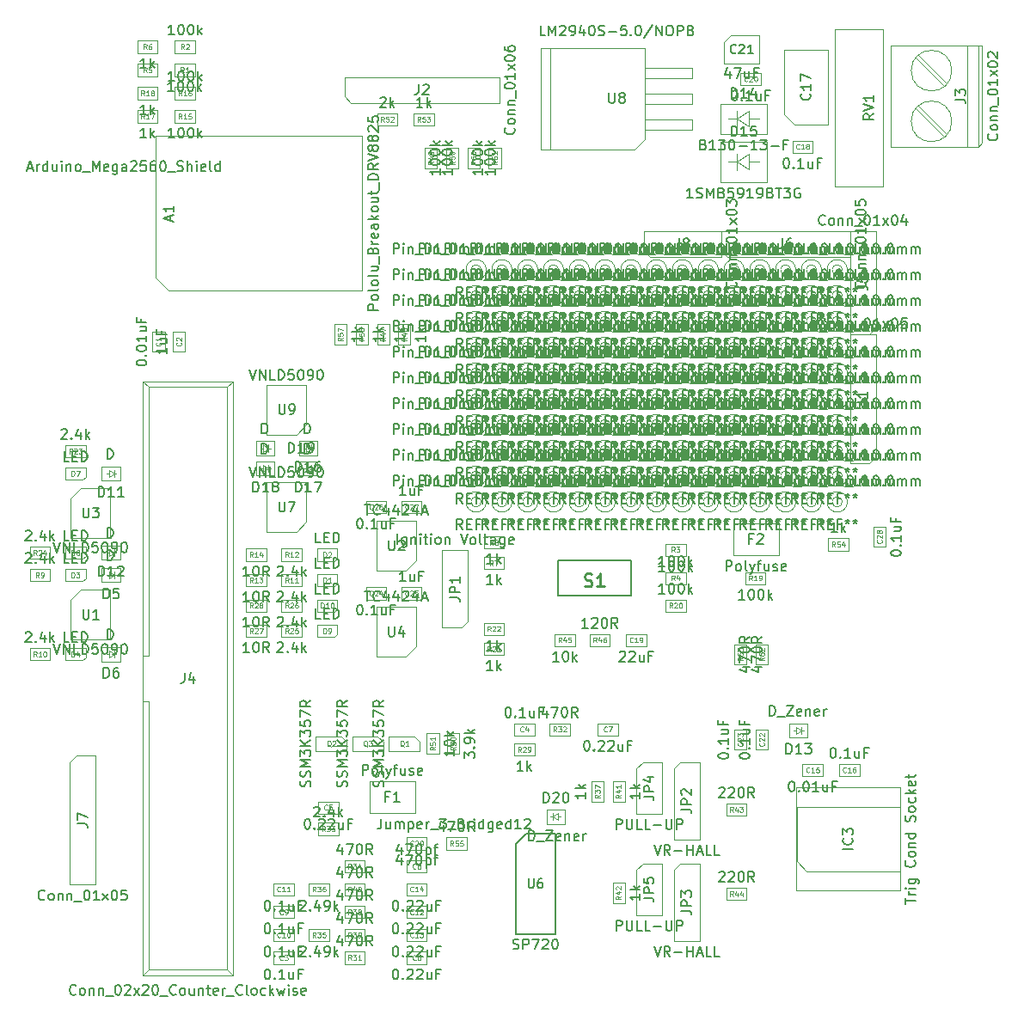
<source format=gbr>
%TF.GenerationSoftware,KiCad,Pcbnew,7.0.7*%
%TF.CreationDate,2024-01-30T18:09:48+01:00*%
%TF.ProjectId,v0.4.4c,76302e34-2e34-4632-9e6b-696361645f70,4c*%
%TF.SameCoordinates,Original*%
%TF.FileFunction,AssemblyDrawing,Top*%
%FSLAX46Y46*%
G04 Gerber Fmt 4.6, Leading zero omitted, Abs format (unit mm)*
G04 Created by KiCad (PCBNEW 7.0.7) date 2024-01-30 18:09:48*
%MOMM*%
%LPD*%
G01*
G04 APERTURE LIST*
%ADD10C,0.150000*%
%ADD11C,0.080000*%
%ADD12C,0.135000*%
%ADD13C,0.254000*%
%ADD14C,0.075000*%
%ADD15C,0.130000*%
%ADD16C,0.100000*%
%ADD17C,0.200000*%
%ADD18C,0.120000*%
G04 APERTURE END LIST*
D10*
X139557143Y-132504819D02*
X139652381Y-132504819D01*
X139652381Y-132504819D02*
X139747619Y-132552438D01*
X139747619Y-132552438D02*
X139795238Y-132600057D01*
X139795238Y-132600057D02*
X139842857Y-132695295D01*
X139842857Y-132695295D02*
X139890476Y-132885771D01*
X139890476Y-132885771D02*
X139890476Y-133123866D01*
X139890476Y-133123866D02*
X139842857Y-133314342D01*
X139842857Y-133314342D02*
X139795238Y-133409580D01*
X139795238Y-133409580D02*
X139747619Y-133457200D01*
X139747619Y-133457200D02*
X139652381Y-133504819D01*
X139652381Y-133504819D02*
X139557143Y-133504819D01*
X139557143Y-133504819D02*
X139461905Y-133457200D01*
X139461905Y-133457200D02*
X139414286Y-133409580D01*
X139414286Y-133409580D02*
X139366667Y-133314342D01*
X139366667Y-133314342D02*
X139319048Y-133123866D01*
X139319048Y-133123866D02*
X139319048Y-132885771D01*
X139319048Y-132885771D02*
X139366667Y-132695295D01*
X139366667Y-132695295D02*
X139414286Y-132600057D01*
X139414286Y-132600057D02*
X139461905Y-132552438D01*
X139461905Y-132552438D02*
X139557143Y-132504819D01*
X140319048Y-133409580D02*
X140366667Y-133457200D01*
X140366667Y-133457200D02*
X140319048Y-133504819D01*
X140319048Y-133504819D02*
X140271429Y-133457200D01*
X140271429Y-133457200D02*
X140319048Y-133409580D01*
X140319048Y-133409580D02*
X140319048Y-133504819D01*
X141319047Y-133504819D02*
X140747619Y-133504819D01*
X141033333Y-133504819D02*
X141033333Y-132504819D01*
X141033333Y-132504819D02*
X140938095Y-132647676D01*
X140938095Y-132647676D02*
X140842857Y-132742914D01*
X140842857Y-132742914D02*
X140747619Y-132790533D01*
X142176190Y-132838152D02*
X142176190Y-133504819D01*
X141747619Y-132838152D02*
X141747619Y-133361961D01*
X141747619Y-133361961D02*
X141795238Y-133457200D01*
X141795238Y-133457200D02*
X141890476Y-133504819D01*
X141890476Y-133504819D02*
X142033333Y-133504819D01*
X142033333Y-133504819D02*
X142128571Y-133457200D01*
X142128571Y-133457200D02*
X142176190Y-133409580D01*
X142985714Y-132981009D02*
X142652381Y-132981009D01*
X142652381Y-133504819D02*
X142652381Y-132504819D01*
X142652381Y-132504819D02*
X143128571Y-132504819D01*
D11*
X141116666Y-131579530D02*
X141092857Y-131603340D01*
X141092857Y-131603340D02*
X141021428Y-131627149D01*
X141021428Y-131627149D02*
X140973809Y-131627149D01*
X140973809Y-131627149D02*
X140902381Y-131603340D01*
X140902381Y-131603340D02*
X140854762Y-131555720D01*
X140854762Y-131555720D02*
X140830952Y-131508101D01*
X140830952Y-131508101D02*
X140807143Y-131412863D01*
X140807143Y-131412863D02*
X140807143Y-131341435D01*
X140807143Y-131341435D02*
X140830952Y-131246197D01*
X140830952Y-131246197D02*
X140854762Y-131198578D01*
X140854762Y-131198578D02*
X140902381Y-131150959D01*
X140902381Y-131150959D02*
X140973809Y-131127149D01*
X140973809Y-131127149D02*
X141021428Y-131127149D01*
X141021428Y-131127149D02*
X141092857Y-131150959D01*
X141092857Y-131150959D02*
X141116666Y-131174768D01*
X141283333Y-131127149D02*
X141592857Y-131127149D01*
X141592857Y-131127149D02*
X141426190Y-131317625D01*
X141426190Y-131317625D02*
X141497619Y-131317625D01*
X141497619Y-131317625D02*
X141545238Y-131341435D01*
X141545238Y-131341435D02*
X141569047Y-131365244D01*
X141569047Y-131365244D02*
X141592857Y-131412863D01*
X141592857Y-131412863D02*
X141592857Y-131531911D01*
X141592857Y-131531911D02*
X141569047Y-131579530D01*
X141569047Y-131579530D02*
X141545238Y-131603340D01*
X141545238Y-131603340D02*
X141497619Y-131627149D01*
X141497619Y-131627149D02*
X141354762Y-131627149D01*
X141354762Y-131627149D02*
X141307143Y-131603340D01*
X141307143Y-131603340D02*
X141283333Y-131579530D01*
D10*
X143480952Y-117704819D02*
X143576190Y-117704819D01*
X143576190Y-117704819D02*
X143671428Y-117752438D01*
X143671428Y-117752438D02*
X143719047Y-117800057D01*
X143719047Y-117800057D02*
X143766666Y-117895295D01*
X143766666Y-117895295D02*
X143814285Y-118085771D01*
X143814285Y-118085771D02*
X143814285Y-118323866D01*
X143814285Y-118323866D02*
X143766666Y-118514342D01*
X143766666Y-118514342D02*
X143719047Y-118609580D01*
X143719047Y-118609580D02*
X143671428Y-118657200D01*
X143671428Y-118657200D02*
X143576190Y-118704819D01*
X143576190Y-118704819D02*
X143480952Y-118704819D01*
X143480952Y-118704819D02*
X143385714Y-118657200D01*
X143385714Y-118657200D02*
X143338095Y-118609580D01*
X143338095Y-118609580D02*
X143290476Y-118514342D01*
X143290476Y-118514342D02*
X143242857Y-118323866D01*
X143242857Y-118323866D02*
X143242857Y-118085771D01*
X143242857Y-118085771D02*
X143290476Y-117895295D01*
X143290476Y-117895295D02*
X143338095Y-117800057D01*
X143338095Y-117800057D02*
X143385714Y-117752438D01*
X143385714Y-117752438D02*
X143480952Y-117704819D01*
X144242857Y-118609580D02*
X144290476Y-118657200D01*
X144290476Y-118657200D02*
X144242857Y-118704819D01*
X144242857Y-118704819D02*
X144195238Y-118657200D01*
X144195238Y-118657200D02*
X144242857Y-118609580D01*
X144242857Y-118609580D02*
X144242857Y-118704819D01*
X144671428Y-117800057D02*
X144719047Y-117752438D01*
X144719047Y-117752438D02*
X144814285Y-117704819D01*
X144814285Y-117704819D02*
X145052380Y-117704819D01*
X145052380Y-117704819D02*
X145147618Y-117752438D01*
X145147618Y-117752438D02*
X145195237Y-117800057D01*
X145195237Y-117800057D02*
X145242856Y-117895295D01*
X145242856Y-117895295D02*
X145242856Y-117990533D01*
X145242856Y-117990533D02*
X145195237Y-118133390D01*
X145195237Y-118133390D02*
X144623809Y-118704819D01*
X144623809Y-118704819D02*
X145242856Y-118704819D01*
X145623809Y-117800057D02*
X145671428Y-117752438D01*
X145671428Y-117752438D02*
X145766666Y-117704819D01*
X145766666Y-117704819D02*
X146004761Y-117704819D01*
X146004761Y-117704819D02*
X146099999Y-117752438D01*
X146099999Y-117752438D02*
X146147618Y-117800057D01*
X146147618Y-117800057D02*
X146195237Y-117895295D01*
X146195237Y-117895295D02*
X146195237Y-117990533D01*
X146195237Y-117990533D02*
X146147618Y-118133390D01*
X146147618Y-118133390D02*
X145576190Y-118704819D01*
X145576190Y-118704819D02*
X146195237Y-118704819D01*
X147052380Y-118038152D02*
X147052380Y-118704819D01*
X146623809Y-118038152D02*
X146623809Y-118561961D01*
X146623809Y-118561961D02*
X146671428Y-118657200D01*
X146671428Y-118657200D02*
X146766666Y-118704819D01*
X146766666Y-118704819D02*
X146909523Y-118704819D01*
X146909523Y-118704819D02*
X147004761Y-118657200D01*
X147004761Y-118657200D02*
X147052380Y-118609580D01*
X147861904Y-118181009D02*
X147528571Y-118181009D01*
X147528571Y-118704819D02*
X147528571Y-117704819D01*
X147528571Y-117704819D02*
X148004761Y-117704819D01*
D11*
X145516666Y-116779530D02*
X145492857Y-116803340D01*
X145492857Y-116803340D02*
X145421428Y-116827149D01*
X145421428Y-116827149D02*
X145373809Y-116827149D01*
X145373809Y-116827149D02*
X145302381Y-116803340D01*
X145302381Y-116803340D02*
X145254762Y-116755720D01*
X145254762Y-116755720D02*
X145230952Y-116708101D01*
X145230952Y-116708101D02*
X145207143Y-116612863D01*
X145207143Y-116612863D02*
X145207143Y-116541435D01*
X145207143Y-116541435D02*
X145230952Y-116446197D01*
X145230952Y-116446197D02*
X145254762Y-116398578D01*
X145254762Y-116398578D02*
X145302381Y-116350959D01*
X145302381Y-116350959D02*
X145373809Y-116327149D01*
X145373809Y-116327149D02*
X145421428Y-116327149D01*
X145421428Y-116327149D02*
X145492857Y-116350959D01*
X145492857Y-116350959D02*
X145516666Y-116374768D01*
X145969047Y-116327149D02*
X145730952Y-116327149D01*
X145730952Y-116327149D02*
X145707143Y-116565244D01*
X145707143Y-116565244D02*
X145730952Y-116541435D01*
X145730952Y-116541435D02*
X145778571Y-116517625D01*
X145778571Y-116517625D02*
X145897619Y-116517625D01*
X145897619Y-116517625D02*
X145945238Y-116541435D01*
X145945238Y-116541435D02*
X145969047Y-116565244D01*
X145969047Y-116565244D02*
X145992857Y-116612863D01*
X145992857Y-116612863D02*
X145992857Y-116731911D01*
X145992857Y-116731911D02*
X145969047Y-116779530D01*
X145969047Y-116779530D02*
X145945238Y-116803340D01*
X145945238Y-116803340D02*
X145897619Y-116827149D01*
X145897619Y-116827149D02*
X145778571Y-116827149D01*
X145778571Y-116827149D02*
X145730952Y-116803340D01*
X145730952Y-116803340D02*
X145707143Y-116779530D01*
D10*
X139557143Y-128004819D02*
X139652381Y-128004819D01*
X139652381Y-128004819D02*
X139747619Y-128052438D01*
X139747619Y-128052438D02*
X139795238Y-128100057D01*
X139795238Y-128100057D02*
X139842857Y-128195295D01*
X139842857Y-128195295D02*
X139890476Y-128385771D01*
X139890476Y-128385771D02*
X139890476Y-128623866D01*
X139890476Y-128623866D02*
X139842857Y-128814342D01*
X139842857Y-128814342D02*
X139795238Y-128909580D01*
X139795238Y-128909580D02*
X139747619Y-128957200D01*
X139747619Y-128957200D02*
X139652381Y-129004819D01*
X139652381Y-129004819D02*
X139557143Y-129004819D01*
X139557143Y-129004819D02*
X139461905Y-128957200D01*
X139461905Y-128957200D02*
X139414286Y-128909580D01*
X139414286Y-128909580D02*
X139366667Y-128814342D01*
X139366667Y-128814342D02*
X139319048Y-128623866D01*
X139319048Y-128623866D02*
X139319048Y-128385771D01*
X139319048Y-128385771D02*
X139366667Y-128195295D01*
X139366667Y-128195295D02*
X139414286Y-128100057D01*
X139414286Y-128100057D02*
X139461905Y-128052438D01*
X139461905Y-128052438D02*
X139557143Y-128004819D01*
X140319048Y-128909580D02*
X140366667Y-128957200D01*
X140366667Y-128957200D02*
X140319048Y-129004819D01*
X140319048Y-129004819D02*
X140271429Y-128957200D01*
X140271429Y-128957200D02*
X140319048Y-128909580D01*
X140319048Y-128909580D02*
X140319048Y-129004819D01*
X141319047Y-129004819D02*
X140747619Y-129004819D01*
X141033333Y-129004819D02*
X141033333Y-128004819D01*
X141033333Y-128004819D02*
X140938095Y-128147676D01*
X140938095Y-128147676D02*
X140842857Y-128242914D01*
X140842857Y-128242914D02*
X140747619Y-128290533D01*
X142176190Y-128338152D02*
X142176190Y-129004819D01*
X141747619Y-128338152D02*
X141747619Y-128861961D01*
X141747619Y-128861961D02*
X141795238Y-128957200D01*
X141795238Y-128957200D02*
X141890476Y-129004819D01*
X141890476Y-129004819D02*
X142033333Y-129004819D01*
X142033333Y-129004819D02*
X142128571Y-128957200D01*
X142128571Y-128957200D02*
X142176190Y-128909580D01*
X142985714Y-128481009D02*
X142652381Y-128481009D01*
X142652381Y-129004819D02*
X142652381Y-128004819D01*
X142652381Y-128004819D02*
X143128571Y-128004819D01*
D11*
X141116666Y-127079530D02*
X141092857Y-127103340D01*
X141092857Y-127103340D02*
X141021428Y-127127149D01*
X141021428Y-127127149D02*
X140973809Y-127127149D01*
X140973809Y-127127149D02*
X140902381Y-127103340D01*
X140902381Y-127103340D02*
X140854762Y-127055720D01*
X140854762Y-127055720D02*
X140830952Y-127008101D01*
X140830952Y-127008101D02*
X140807143Y-126912863D01*
X140807143Y-126912863D02*
X140807143Y-126841435D01*
X140807143Y-126841435D02*
X140830952Y-126746197D01*
X140830952Y-126746197D02*
X140854762Y-126698578D01*
X140854762Y-126698578D02*
X140902381Y-126650959D01*
X140902381Y-126650959D02*
X140973809Y-126627149D01*
X140973809Y-126627149D02*
X141021428Y-126627149D01*
X141021428Y-126627149D02*
X141092857Y-126650959D01*
X141092857Y-126650959D02*
X141116666Y-126674768D01*
X141354762Y-127127149D02*
X141450000Y-127127149D01*
X141450000Y-127127149D02*
X141497619Y-127103340D01*
X141497619Y-127103340D02*
X141521428Y-127079530D01*
X141521428Y-127079530D02*
X141569047Y-127008101D01*
X141569047Y-127008101D02*
X141592857Y-126912863D01*
X141592857Y-126912863D02*
X141592857Y-126722387D01*
X141592857Y-126722387D02*
X141569047Y-126674768D01*
X141569047Y-126674768D02*
X141545238Y-126650959D01*
X141545238Y-126650959D02*
X141497619Y-126627149D01*
X141497619Y-126627149D02*
X141402381Y-126627149D01*
X141402381Y-126627149D02*
X141354762Y-126650959D01*
X141354762Y-126650959D02*
X141330952Y-126674768D01*
X141330952Y-126674768D02*
X141307143Y-126722387D01*
X141307143Y-126722387D02*
X141307143Y-126841435D01*
X141307143Y-126841435D02*
X141330952Y-126889054D01*
X141330952Y-126889054D02*
X141354762Y-126912863D01*
X141354762Y-126912863D02*
X141402381Y-126936673D01*
X141402381Y-126936673D02*
X141497619Y-126936673D01*
X141497619Y-126936673D02*
X141545238Y-126912863D01*
X141545238Y-126912863D02*
X141569047Y-126889054D01*
X141569047Y-126889054D02*
X141592857Y-126841435D01*
D10*
X139557143Y-130254819D02*
X139652381Y-130254819D01*
X139652381Y-130254819D02*
X139747619Y-130302438D01*
X139747619Y-130302438D02*
X139795238Y-130350057D01*
X139795238Y-130350057D02*
X139842857Y-130445295D01*
X139842857Y-130445295D02*
X139890476Y-130635771D01*
X139890476Y-130635771D02*
X139890476Y-130873866D01*
X139890476Y-130873866D02*
X139842857Y-131064342D01*
X139842857Y-131064342D02*
X139795238Y-131159580D01*
X139795238Y-131159580D02*
X139747619Y-131207200D01*
X139747619Y-131207200D02*
X139652381Y-131254819D01*
X139652381Y-131254819D02*
X139557143Y-131254819D01*
X139557143Y-131254819D02*
X139461905Y-131207200D01*
X139461905Y-131207200D02*
X139414286Y-131159580D01*
X139414286Y-131159580D02*
X139366667Y-131064342D01*
X139366667Y-131064342D02*
X139319048Y-130873866D01*
X139319048Y-130873866D02*
X139319048Y-130635771D01*
X139319048Y-130635771D02*
X139366667Y-130445295D01*
X139366667Y-130445295D02*
X139414286Y-130350057D01*
X139414286Y-130350057D02*
X139461905Y-130302438D01*
X139461905Y-130302438D02*
X139557143Y-130254819D01*
X140319048Y-131159580D02*
X140366667Y-131207200D01*
X140366667Y-131207200D02*
X140319048Y-131254819D01*
X140319048Y-131254819D02*
X140271429Y-131207200D01*
X140271429Y-131207200D02*
X140319048Y-131159580D01*
X140319048Y-131159580D02*
X140319048Y-131254819D01*
X141319047Y-131254819D02*
X140747619Y-131254819D01*
X141033333Y-131254819D02*
X141033333Y-130254819D01*
X141033333Y-130254819D02*
X140938095Y-130397676D01*
X140938095Y-130397676D02*
X140842857Y-130492914D01*
X140842857Y-130492914D02*
X140747619Y-130540533D01*
X142176190Y-130588152D02*
X142176190Y-131254819D01*
X141747619Y-130588152D02*
X141747619Y-131111961D01*
X141747619Y-131111961D02*
X141795238Y-131207200D01*
X141795238Y-131207200D02*
X141890476Y-131254819D01*
X141890476Y-131254819D02*
X142033333Y-131254819D01*
X142033333Y-131254819D02*
X142128571Y-131207200D01*
X142128571Y-131207200D02*
X142176190Y-131159580D01*
X142985714Y-130731009D02*
X142652381Y-130731009D01*
X142652381Y-131254819D02*
X142652381Y-130254819D01*
X142652381Y-130254819D02*
X143128571Y-130254819D01*
D11*
X140878571Y-129329530D02*
X140854762Y-129353340D01*
X140854762Y-129353340D02*
X140783333Y-129377149D01*
X140783333Y-129377149D02*
X140735714Y-129377149D01*
X140735714Y-129377149D02*
X140664286Y-129353340D01*
X140664286Y-129353340D02*
X140616667Y-129305720D01*
X140616667Y-129305720D02*
X140592857Y-129258101D01*
X140592857Y-129258101D02*
X140569048Y-129162863D01*
X140569048Y-129162863D02*
X140569048Y-129091435D01*
X140569048Y-129091435D02*
X140592857Y-128996197D01*
X140592857Y-128996197D02*
X140616667Y-128948578D01*
X140616667Y-128948578D02*
X140664286Y-128900959D01*
X140664286Y-128900959D02*
X140735714Y-128877149D01*
X140735714Y-128877149D02*
X140783333Y-128877149D01*
X140783333Y-128877149D02*
X140854762Y-128900959D01*
X140854762Y-128900959D02*
X140878571Y-128924768D01*
X141354762Y-129377149D02*
X141069048Y-129377149D01*
X141211905Y-129377149D02*
X141211905Y-128877149D01*
X141211905Y-128877149D02*
X141164286Y-128948578D01*
X141164286Y-128948578D02*
X141116667Y-128996197D01*
X141116667Y-128996197D02*
X141069048Y-129020006D01*
X141664285Y-128877149D02*
X141711904Y-128877149D01*
X141711904Y-128877149D02*
X141759523Y-128900959D01*
X141759523Y-128900959D02*
X141783333Y-128924768D01*
X141783333Y-128924768D02*
X141807142Y-128972387D01*
X141807142Y-128972387D02*
X141830952Y-129067625D01*
X141830952Y-129067625D02*
X141830952Y-129186673D01*
X141830952Y-129186673D02*
X141807142Y-129281911D01*
X141807142Y-129281911D02*
X141783333Y-129329530D01*
X141783333Y-129329530D02*
X141759523Y-129353340D01*
X141759523Y-129353340D02*
X141711904Y-129377149D01*
X141711904Y-129377149D02*
X141664285Y-129377149D01*
X141664285Y-129377149D02*
X141616666Y-129353340D01*
X141616666Y-129353340D02*
X141592857Y-129329530D01*
X141592857Y-129329530D02*
X141569047Y-129281911D01*
X141569047Y-129281911D02*
X141545238Y-129186673D01*
X141545238Y-129186673D02*
X141545238Y-129067625D01*
X141545238Y-129067625D02*
X141569047Y-128972387D01*
X141569047Y-128972387D02*
X141592857Y-128924768D01*
X141592857Y-128924768D02*
X141616666Y-128900959D01*
X141616666Y-128900959D02*
X141664285Y-128877149D01*
D10*
X139557143Y-125754819D02*
X139652381Y-125754819D01*
X139652381Y-125754819D02*
X139747619Y-125802438D01*
X139747619Y-125802438D02*
X139795238Y-125850057D01*
X139795238Y-125850057D02*
X139842857Y-125945295D01*
X139842857Y-125945295D02*
X139890476Y-126135771D01*
X139890476Y-126135771D02*
X139890476Y-126373866D01*
X139890476Y-126373866D02*
X139842857Y-126564342D01*
X139842857Y-126564342D02*
X139795238Y-126659580D01*
X139795238Y-126659580D02*
X139747619Y-126707200D01*
X139747619Y-126707200D02*
X139652381Y-126754819D01*
X139652381Y-126754819D02*
X139557143Y-126754819D01*
X139557143Y-126754819D02*
X139461905Y-126707200D01*
X139461905Y-126707200D02*
X139414286Y-126659580D01*
X139414286Y-126659580D02*
X139366667Y-126564342D01*
X139366667Y-126564342D02*
X139319048Y-126373866D01*
X139319048Y-126373866D02*
X139319048Y-126135771D01*
X139319048Y-126135771D02*
X139366667Y-125945295D01*
X139366667Y-125945295D02*
X139414286Y-125850057D01*
X139414286Y-125850057D02*
X139461905Y-125802438D01*
X139461905Y-125802438D02*
X139557143Y-125754819D01*
X140319048Y-126659580D02*
X140366667Y-126707200D01*
X140366667Y-126707200D02*
X140319048Y-126754819D01*
X140319048Y-126754819D02*
X140271429Y-126707200D01*
X140271429Y-126707200D02*
X140319048Y-126659580D01*
X140319048Y-126659580D02*
X140319048Y-126754819D01*
X141319047Y-126754819D02*
X140747619Y-126754819D01*
X141033333Y-126754819D02*
X141033333Y-125754819D01*
X141033333Y-125754819D02*
X140938095Y-125897676D01*
X140938095Y-125897676D02*
X140842857Y-125992914D01*
X140842857Y-125992914D02*
X140747619Y-126040533D01*
X142176190Y-126088152D02*
X142176190Y-126754819D01*
X141747619Y-126088152D02*
X141747619Y-126611961D01*
X141747619Y-126611961D02*
X141795238Y-126707200D01*
X141795238Y-126707200D02*
X141890476Y-126754819D01*
X141890476Y-126754819D02*
X142033333Y-126754819D01*
X142033333Y-126754819D02*
X142128571Y-126707200D01*
X142128571Y-126707200D02*
X142176190Y-126659580D01*
X142985714Y-126231009D02*
X142652381Y-126231009D01*
X142652381Y-126754819D02*
X142652381Y-125754819D01*
X142652381Y-125754819D02*
X143128571Y-125754819D01*
D11*
X140878571Y-124829530D02*
X140854762Y-124853340D01*
X140854762Y-124853340D02*
X140783333Y-124877149D01*
X140783333Y-124877149D02*
X140735714Y-124877149D01*
X140735714Y-124877149D02*
X140664286Y-124853340D01*
X140664286Y-124853340D02*
X140616667Y-124805720D01*
X140616667Y-124805720D02*
X140592857Y-124758101D01*
X140592857Y-124758101D02*
X140569048Y-124662863D01*
X140569048Y-124662863D02*
X140569048Y-124591435D01*
X140569048Y-124591435D02*
X140592857Y-124496197D01*
X140592857Y-124496197D02*
X140616667Y-124448578D01*
X140616667Y-124448578D02*
X140664286Y-124400959D01*
X140664286Y-124400959D02*
X140735714Y-124377149D01*
X140735714Y-124377149D02*
X140783333Y-124377149D01*
X140783333Y-124377149D02*
X140854762Y-124400959D01*
X140854762Y-124400959D02*
X140878571Y-124424768D01*
X141354762Y-124877149D02*
X141069048Y-124877149D01*
X141211905Y-124877149D02*
X141211905Y-124377149D01*
X141211905Y-124377149D02*
X141164286Y-124448578D01*
X141164286Y-124448578D02*
X141116667Y-124496197D01*
X141116667Y-124496197D02*
X141069048Y-124520006D01*
X141830952Y-124877149D02*
X141545238Y-124877149D01*
X141688095Y-124877149D02*
X141688095Y-124377149D01*
X141688095Y-124377149D02*
X141640476Y-124448578D01*
X141640476Y-124448578D02*
X141592857Y-124496197D01*
X141592857Y-124496197D02*
X141545238Y-124520006D01*
D10*
X152180952Y-128004819D02*
X152276190Y-128004819D01*
X152276190Y-128004819D02*
X152371428Y-128052438D01*
X152371428Y-128052438D02*
X152419047Y-128100057D01*
X152419047Y-128100057D02*
X152466666Y-128195295D01*
X152466666Y-128195295D02*
X152514285Y-128385771D01*
X152514285Y-128385771D02*
X152514285Y-128623866D01*
X152514285Y-128623866D02*
X152466666Y-128814342D01*
X152466666Y-128814342D02*
X152419047Y-128909580D01*
X152419047Y-128909580D02*
X152371428Y-128957200D01*
X152371428Y-128957200D02*
X152276190Y-129004819D01*
X152276190Y-129004819D02*
X152180952Y-129004819D01*
X152180952Y-129004819D02*
X152085714Y-128957200D01*
X152085714Y-128957200D02*
X152038095Y-128909580D01*
X152038095Y-128909580D02*
X151990476Y-128814342D01*
X151990476Y-128814342D02*
X151942857Y-128623866D01*
X151942857Y-128623866D02*
X151942857Y-128385771D01*
X151942857Y-128385771D02*
X151990476Y-128195295D01*
X151990476Y-128195295D02*
X152038095Y-128100057D01*
X152038095Y-128100057D02*
X152085714Y-128052438D01*
X152085714Y-128052438D02*
X152180952Y-128004819D01*
X152942857Y-128909580D02*
X152990476Y-128957200D01*
X152990476Y-128957200D02*
X152942857Y-129004819D01*
X152942857Y-129004819D02*
X152895238Y-128957200D01*
X152895238Y-128957200D02*
X152942857Y-128909580D01*
X152942857Y-128909580D02*
X152942857Y-129004819D01*
X153371428Y-128100057D02*
X153419047Y-128052438D01*
X153419047Y-128052438D02*
X153514285Y-128004819D01*
X153514285Y-128004819D02*
X153752380Y-128004819D01*
X153752380Y-128004819D02*
X153847618Y-128052438D01*
X153847618Y-128052438D02*
X153895237Y-128100057D01*
X153895237Y-128100057D02*
X153942856Y-128195295D01*
X153942856Y-128195295D02*
X153942856Y-128290533D01*
X153942856Y-128290533D02*
X153895237Y-128433390D01*
X153895237Y-128433390D02*
X153323809Y-129004819D01*
X153323809Y-129004819D02*
X153942856Y-129004819D01*
X154323809Y-128100057D02*
X154371428Y-128052438D01*
X154371428Y-128052438D02*
X154466666Y-128004819D01*
X154466666Y-128004819D02*
X154704761Y-128004819D01*
X154704761Y-128004819D02*
X154799999Y-128052438D01*
X154799999Y-128052438D02*
X154847618Y-128100057D01*
X154847618Y-128100057D02*
X154895237Y-128195295D01*
X154895237Y-128195295D02*
X154895237Y-128290533D01*
X154895237Y-128290533D02*
X154847618Y-128433390D01*
X154847618Y-128433390D02*
X154276190Y-129004819D01*
X154276190Y-129004819D02*
X154895237Y-129004819D01*
X155752380Y-128338152D02*
X155752380Y-129004819D01*
X155323809Y-128338152D02*
X155323809Y-128861961D01*
X155323809Y-128861961D02*
X155371428Y-128957200D01*
X155371428Y-128957200D02*
X155466666Y-129004819D01*
X155466666Y-129004819D02*
X155609523Y-129004819D01*
X155609523Y-129004819D02*
X155704761Y-128957200D01*
X155704761Y-128957200D02*
X155752380Y-128909580D01*
X156561904Y-128481009D02*
X156228571Y-128481009D01*
X156228571Y-129004819D02*
X156228571Y-128004819D01*
X156228571Y-128004819D02*
X156704761Y-128004819D01*
D11*
X153978571Y-127079530D02*
X153954762Y-127103340D01*
X153954762Y-127103340D02*
X153883333Y-127127149D01*
X153883333Y-127127149D02*
X153835714Y-127127149D01*
X153835714Y-127127149D02*
X153764286Y-127103340D01*
X153764286Y-127103340D02*
X153716667Y-127055720D01*
X153716667Y-127055720D02*
X153692857Y-127008101D01*
X153692857Y-127008101D02*
X153669048Y-126912863D01*
X153669048Y-126912863D02*
X153669048Y-126841435D01*
X153669048Y-126841435D02*
X153692857Y-126746197D01*
X153692857Y-126746197D02*
X153716667Y-126698578D01*
X153716667Y-126698578D02*
X153764286Y-126650959D01*
X153764286Y-126650959D02*
X153835714Y-126627149D01*
X153835714Y-126627149D02*
X153883333Y-126627149D01*
X153883333Y-126627149D02*
X153954762Y-126650959D01*
X153954762Y-126650959D02*
X153978571Y-126674768D01*
X154454762Y-127127149D02*
X154169048Y-127127149D01*
X154311905Y-127127149D02*
X154311905Y-126627149D01*
X154311905Y-126627149D02*
X154264286Y-126698578D01*
X154264286Y-126698578D02*
X154216667Y-126746197D01*
X154216667Y-126746197D02*
X154169048Y-126770006D01*
X154645238Y-126674768D02*
X154669047Y-126650959D01*
X154669047Y-126650959D02*
X154716666Y-126627149D01*
X154716666Y-126627149D02*
X154835714Y-126627149D01*
X154835714Y-126627149D02*
X154883333Y-126650959D01*
X154883333Y-126650959D02*
X154907142Y-126674768D01*
X154907142Y-126674768D02*
X154930952Y-126722387D01*
X154930952Y-126722387D02*
X154930952Y-126770006D01*
X154930952Y-126770006D02*
X154907142Y-126841435D01*
X154907142Y-126841435D02*
X154621428Y-127127149D01*
X154621428Y-127127149D02*
X154930952Y-127127149D01*
D10*
X152180952Y-130254819D02*
X152276190Y-130254819D01*
X152276190Y-130254819D02*
X152371428Y-130302438D01*
X152371428Y-130302438D02*
X152419047Y-130350057D01*
X152419047Y-130350057D02*
X152466666Y-130445295D01*
X152466666Y-130445295D02*
X152514285Y-130635771D01*
X152514285Y-130635771D02*
X152514285Y-130873866D01*
X152514285Y-130873866D02*
X152466666Y-131064342D01*
X152466666Y-131064342D02*
X152419047Y-131159580D01*
X152419047Y-131159580D02*
X152371428Y-131207200D01*
X152371428Y-131207200D02*
X152276190Y-131254819D01*
X152276190Y-131254819D02*
X152180952Y-131254819D01*
X152180952Y-131254819D02*
X152085714Y-131207200D01*
X152085714Y-131207200D02*
X152038095Y-131159580D01*
X152038095Y-131159580D02*
X151990476Y-131064342D01*
X151990476Y-131064342D02*
X151942857Y-130873866D01*
X151942857Y-130873866D02*
X151942857Y-130635771D01*
X151942857Y-130635771D02*
X151990476Y-130445295D01*
X151990476Y-130445295D02*
X152038095Y-130350057D01*
X152038095Y-130350057D02*
X152085714Y-130302438D01*
X152085714Y-130302438D02*
X152180952Y-130254819D01*
X152942857Y-131159580D02*
X152990476Y-131207200D01*
X152990476Y-131207200D02*
X152942857Y-131254819D01*
X152942857Y-131254819D02*
X152895238Y-131207200D01*
X152895238Y-131207200D02*
X152942857Y-131159580D01*
X152942857Y-131159580D02*
X152942857Y-131254819D01*
X153371428Y-130350057D02*
X153419047Y-130302438D01*
X153419047Y-130302438D02*
X153514285Y-130254819D01*
X153514285Y-130254819D02*
X153752380Y-130254819D01*
X153752380Y-130254819D02*
X153847618Y-130302438D01*
X153847618Y-130302438D02*
X153895237Y-130350057D01*
X153895237Y-130350057D02*
X153942856Y-130445295D01*
X153942856Y-130445295D02*
X153942856Y-130540533D01*
X153942856Y-130540533D02*
X153895237Y-130683390D01*
X153895237Y-130683390D02*
X153323809Y-131254819D01*
X153323809Y-131254819D02*
X153942856Y-131254819D01*
X154323809Y-130350057D02*
X154371428Y-130302438D01*
X154371428Y-130302438D02*
X154466666Y-130254819D01*
X154466666Y-130254819D02*
X154704761Y-130254819D01*
X154704761Y-130254819D02*
X154799999Y-130302438D01*
X154799999Y-130302438D02*
X154847618Y-130350057D01*
X154847618Y-130350057D02*
X154895237Y-130445295D01*
X154895237Y-130445295D02*
X154895237Y-130540533D01*
X154895237Y-130540533D02*
X154847618Y-130683390D01*
X154847618Y-130683390D02*
X154276190Y-131254819D01*
X154276190Y-131254819D02*
X154895237Y-131254819D01*
X155752380Y-130588152D02*
X155752380Y-131254819D01*
X155323809Y-130588152D02*
X155323809Y-131111961D01*
X155323809Y-131111961D02*
X155371428Y-131207200D01*
X155371428Y-131207200D02*
X155466666Y-131254819D01*
X155466666Y-131254819D02*
X155609523Y-131254819D01*
X155609523Y-131254819D02*
X155704761Y-131207200D01*
X155704761Y-131207200D02*
X155752380Y-131159580D01*
X156561904Y-130731009D02*
X156228571Y-130731009D01*
X156228571Y-131254819D02*
X156228571Y-130254819D01*
X156228571Y-130254819D02*
X156704761Y-130254819D01*
D11*
X153978571Y-129329530D02*
X153954762Y-129353340D01*
X153954762Y-129353340D02*
X153883333Y-129377149D01*
X153883333Y-129377149D02*
X153835714Y-129377149D01*
X153835714Y-129377149D02*
X153764286Y-129353340D01*
X153764286Y-129353340D02*
X153716667Y-129305720D01*
X153716667Y-129305720D02*
X153692857Y-129258101D01*
X153692857Y-129258101D02*
X153669048Y-129162863D01*
X153669048Y-129162863D02*
X153669048Y-129091435D01*
X153669048Y-129091435D02*
X153692857Y-128996197D01*
X153692857Y-128996197D02*
X153716667Y-128948578D01*
X153716667Y-128948578D02*
X153764286Y-128900959D01*
X153764286Y-128900959D02*
X153835714Y-128877149D01*
X153835714Y-128877149D02*
X153883333Y-128877149D01*
X153883333Y-128877149D02*
X153954762Y-128900959D01*
X153954762Y-128900959D02*
X153978571Y-128924768D01*
X154454762Y-129377149D02*
X154169048Y-129377149D01*
X154311905Y-129377149D02*
X154311905Y-128877149D01*
X154311905Y-128877149D02*
X154264286Y-128948578D01*
X154264286Y-128948578D02*
X154216667Y-128996197D01*
X154216667Y-128996197D02*
X154169048Y-129020006D01*
X154621428Y-128877149D02*
X154930952Y-128877149D01*
X154930952Y-128877149D02*
X154764285Y-129067625D01*
X154764285Y-129067625D02*
X154835714Y-129067625D01*
X154835714Y-129067625D02*
X154883333Y-129091435D01*
X154883333Y-129091435D02*
X154907142Y-129115244D01*
X154907142Y-129115244D02*
X154930952Y-129162863D01*
X154930952Y-129162863D02*
X154930952Y-129281911D01*
X154930952Y-129281911D02*
X154907142Y-129329530D01*
X154907142Y-129329530D02*
X154883333Y-129353340D01*
X154883333Y-129353340D02*
X154835714Y-129377149D01*
X154835714Y-129377149D02*
X154692857Y-129377149D01*
X154692857Y-129377149D02*
X154645238Y-129353340D01*
X154645238Y-129353340D02*
X154621428Y-129329530D01*
D10*
X152180952Y-125754819D02*
X152276190Y-125754819D01*
X152276190Y-125754819D02*
X152371428Y-125802438D01*
X152371428Y-125802438D02*
X152419047Y-125850057D01*
X152419047Y-125850057D02*
X152466666Y-125945295D01*
X152466666Y-125945295D02*
X152514285Y-126135771D01*
X152514285Y-126135771D02*
X152514285Y-126373866D01*
X152514285Y-126373866D02*
X152466666Y-126564342D01*
X152466666Y-126564342D02*
X152419047Y-126659580D01*
X152419047Y-126659580D02*
X152371428Y-126707200D01*
X152371428Y-126707200D02*
X152276190Y-126754819D01*
X152276190Y-126754819D02*
X152180952Y-126754819D01*
X152180952Y-126754819D02*
X152085714Y-126707200D01*
X152085714Y-126707200D02*
X152038095Y-126659580D01*
X152038095Y-126659580D02*
X151990476Y-126564342D01*
X151990476Y-126564342D02*
X151942857Y-126373866D01*
X151942857Y-126373866D02*
X151942857Y-126135771D01*
X151942857Y-126135771D02*
X151990476Y-125945295D01*
X151990476Y-125945295D02*
X152038095Y-125850057D01*
X152038095Y-125850057D02*
X152085714Y-125802438D01*
X152085714Y-125802438D02*
X152180952Y-125754819D01*
X152942857Y-126659580D02*
X152990476Y-126707200D01*
X152990476Y-126707200D02*
X152942857Y-126754819D01*
X152942857Y-126754819D02*
X152895238Y-126707200D01*
X152895238Y-126707200D02*
X152942857Y-126659580D01*
X152942857Y-126659580D02*
X152942857Y-126754819D01*
X153371428Y-125850057D02*
X153419047Y-125802438D01*
X153419047Y-125802438D02*
X153514285Y-125754819D01*
X153514285Y-125754819D02*
X153752380Y-125754819D01*
X153752380Y-125754819D02*
X153847618Y-125802438D01*
X153847618Y-125802438D02*
X153895237Y-125850057D01*
X153895237Y-125850057D02*
X153942856Y-125945295D01*
X153942856Y-125945295D02*
X153942856Y-126040533D01*
X153942856Y-126040533D02*
X153895237Y-126183390D01*
X153895237Y-126183390D02*
X153323809Y-126754819D01*
X153323809Y-126754819D02*
X153942856Y-126754819D01*
X154323809Y-125850057D02*
X154371428Y-125802438D01*
X154371428Y-125802438D02*
X154466666Y-125754819D01*
X154466666Y-125754819D02*
X154704761Y-125754819D01*
X154704761Y-125754819D02*
X154799999Y-125802438D01*
X154799999Y-125802438D02*
X154847618Y-125850057D01*
X154847618Y-125850057D02*
X154895237Y-125945295D01*
X154895237Y-125945295D02*
X154895237Y-126040533D01*
X154895237Y-126040533D02*
X154847618Y-126183390D01*
X154847618Y-126183390D02*
X154276190Y-126754819D01*
X154276190Y-126754819D02*
X154895237Y-126754819D01*
X155752380Y-126088152D02*
X155752380Y-126754819D01*
X155323809Y-126088152D02*
X155323809Y-126611961D01*
X155323809Y-126611961D02*
X155371428Y-126707200D01*
X155371428Y-126707200D02*
X155466666Y-126754819D01*
X155466666Y-126754819D02*
X155609523Y-126754819D01*
X155609523Y-126754819D02*
X155704761Y-126707200D01*
X155704761Y-126707200D02*
X155752380Y-126659580D01*
X156561904Y-126231009D02*
X156228571Y-126231009D01*
X156228571Y-126754819D02*
X156228571Y-125754819D01*
X156228571Y-125754819D02*
X156704761Y-125754819D01*
D11*
X153978571Y-124829530D02*
X153954762Y-124853340D01*
X153954762Y-124853340D02*
X153883333Y-124877149D01*
X153883333Y-124877149D02*
X153835714Y-124877149D01*
X153835714Y-124877149D02*
X153764286Y-124853340D01*
X153764286Y-124853340D02*
X153716667Y-124805720D01*
X153716667Y-124805720D02*
X153692857Y-124758101D01*
X153692857Y-124758101D02*
X153669048Y-124662863D01*
X153669048Y-124662863D02*
X153669048Y-124591435D01*
X153669048Y-124591435D02*
X153692857Y-124496197D01*
X153692857Y-124496197D02*
X153716667Y-124448578D01*
X153716667Y-124448578D02*
X153764286Y-124400959D01*
X153764286Y-124400959D02*
X153835714Y-124377149D01*
X153835714Y-124377149D02*
X153883333Y-124377149D01*
X153883333Y-124377149D02*
X153954762Y-124400959D01*
X153954762Y-124400959D02*
X153978571Y-124424768D01*
X154454762Y-124877149D02*
X154169048Y-124877149D01*
X154311905Y-124877149D02*
X154311905Y-124377149D01*
X154311905Y-124377149D02*
X154264286Y-124448578D01*
X154264286Y-124448578D02*
X154216667Y-124496197D01*
X154216667Y-124496197D02*
X154169048Y-124520006D01*
X154883333Y-124543816D02*
X154883333Y-124877149D01*
X154764285Y-124353340D02*
X154645238Y-124710482D01*
X154645238Y-124710482D02*
X154954761Y-124710482D01*
D10*
X195257143Y-110704819D02*
X195352381Y-110704819D01*
X195352381Y-110704819D02*
X195447619Y-110752438D01*
X195447619Y-110752438D02*
X195495238Y-110800057D01*
X195495238Y-110800057D02*
X195542857Y-110895295D01*
X195542857Y-110895295D02*
X195590476Y-111085771D01*
X195590476Y-111085771D02*
X195590476Y-111323866D01*
X195590476Y-111323866D02*
X195542857Y-111514342D01*
X195542857Y-111514342D02*
X195495238Y-111609580D01*
X195495238Y-111609580D02*
X195447619Y-111657200D01*
X195447619Y-111657200D02*
X195352381Y-111704819D01*
X195352381Y-111704819D02*
X195257143Y-111704819D01*
X195257143Y-111704819D02*
X195161905Y-111657200D01*
X195161905Y-111657200D02*
X195114286Y-111609580D01*
X195114286Y-111609580D02*
X195066667Y-111514342D01*
X195066667Y-111514342D02*
X195019048Y-111323866D01*
X195019048Y-111323866D02*
X195019048Y-111085771D01*
X195019048Y-111085771D02*
X195066667Y-110895295D01*
X195066667Y-110895295D02*
X195114286Y-110800057D01*
X195114286Y-110800057D02*
X195161905Y-110752438D01*
X195161905Y-110752438D02*
X195257143Y-110704819D01*
X196019048Y-111609580D02*
X196066667Y-111657200D01*
X196066667Y-111657200D02*
X196019048Y-111704819D01*
X196019048Y-111704819D02*
X195971429Y-111657200D01*
X195971429Y-111657200D02*
X196019048Y-111609580D01*
X196019048Y-111609580D02*
X196019048Y-111704819D01*
X197019047Y-111704819D02*
X196447619Y-111704819D01*
X196733333Y-111704819D02*
X196733333Y-110704819D01*
X196733333Y-110704819D02*
X196638095Y-110847676D01*
X196638095Y-110847676D02*
X196542857Y-110942914D01*
X196542857Y-110942914D02*
X196447619Y-110990533D01*
X197876190Y-111038152D02*
X197876190Y-111704819D01*
X197447619Y-111038152D02*
X197447619Y-111561961D01*
X197447619Y-111561961D02*
X197495238Y-111657200D01*
X197495238Y-111657200D02*
X197590476Y-111704819D01*
X197590476Y-111704819D02*
X197733333Y-111704819D01*
X197733333Y-111704819D02*
X197828571Y-111657200D01*
X197828571Y-111657200D02*
X197876190Y-111609580D01*
X198685714Y-111181009D02*
X198352381Y-111181009D01*
X198352381Y-111704819D02*
X198352381Y-110704819D01*
X198352381Y-110704819D02*
X198828571Y-110704819D01*
D11*
X196578571Y-113079530D02*
X196554762Y-113103340D01*
X196554762Y-113103340D02*
X196483333Y-113127149D01*
X196483333Y-113127149D02*
X196435714Y-113127149D01*
X196435714Y-113127149D02*
X196364286Y-113103340D01*
X196364286Y-113103340D02*
X196316667Y-113055720D01*
X196316667Y-113055720D02*
X196292857Y-113008101D01*
X196292857Y-113008101D02*
X196269048Y-112912863D01*
X196269048Y-112912863D02*
X196269048Y-112841435D01*
X196269048Y-112841435D02*
X196292857Y-112746197D01*
X196292857Y-112746197D02*
X196316667Y-112698578D01*
X196316667Y-112698578D02*
X196364286Y-112650959D01*
X196364286Y-112650959D02*
X196435714Y-112627149D01*
X196435714Y-112627149D02*
X196483333Y-112627149D01*
X196483333Y-112627149D02*
X196554762Y-112650959D01*
X196554762Y-112650959D02*
X196578571Y-112674768D01*
X197054762Y-113127149D02*
X196769048Y-113127149D01*
X196911905Y-113127149D02*
X196911905Y-112627149D01*
X196911905Y-112627149D02*
X196864286Y-112698578D01*
X196864286Y-112698578D02*
X196816667Y-112746197D01*
X196816667Y-112746197D02*
X196769048Y-112770006D01*
X197483333Y-112627149D02*
X197388095Y-112627149D01*
X197388095Y-112627149D02*
X197340476Y-112650959D01*
X197340476Y-112650959D02*
X197316666Y-112674768D01*
X197316666Y-112674768D02*
X197269047Y-112746197D01*
X197269047Y-112746197D02*
X197245238Y-112841435D01*
X197245238Y-112841435D02*
X197245238Y-113031911D01*
X197245238Y-113031911D02*
X197269047Y-113079530D01*
X197269047Y-113079530D02*
X197292857Y-113103340D01*
X197292857Y-113103340D02*
X197340476Y-113127149D01*
X197340476Y-113127149D02*
X197435714Y-113127149D01*
X197435714Y-113127149D02*
X197483333Y-113103340D01*
X197483333Y-113103340D02*
X197507142Y-113079530D01*
X197507142Y-113079530D02*
X197530952Y-113031911D01*
X197530952Y-113031911D02*
X197530952Y-112912863D01*
X197530952Y-112912863D02*
X197507142Y-112865244D01*
X197507142Y-112865244D02*
X197483333Y-112841435D01*
X197483333Y-112841435D02*
X197435714Y-112817625D01*
X197435714Y-112817625D02*
X197340476Y-112817625D01*
X197340476Y-112817625D02*
X197292857Y-112841435D01*
X197292857Y-112841435D02*
X197269047Y-112865244D01*
X197269047Y-112865244D02*
X197245238Y-112912863D01*
D10*
X193018580Y-46280357D02*
X193066200Y-46327976D01*
X193066200Y-46327976D02*
X193113819Y-46470833D01*
X193113819Y-46470833D02*
X193113819Y-46566071D01*
X193113819Y-46566071D02*
X193066200Y-46708928D01*
X193066200Y-46708928D02*
X192970961Y-46804166D01*
X192970961Y-46804166D02*
X192875723Y-46851785D01*
X192875723Y-46851785D02*
X192685247Y-46899404D01*
X192685247Y-46899404D02*
X192542390Y-46899404D01*
X192542390Y-46899404D02*
X192351914Y-46851785D01*
X192351914Y-46851785D02*
X192256676Y-46804166D01*
X192256676Y-46804166D02*
X192161438Y-46708928D01*
X192161438Y-46708928D02*
X192113819Y-46566071D01*
X192113819Y-46566071D02*
X192113819Y-46470833D01*
X192113819Y-46470833D02*
X192161438Y-46327976D01*
X192161438Y-46327976D02*
X192209057Y-46280357D01*
X193113819Y-45327976D02*
X193113819Y-45899404D01*
X193113819Y-45613690D02*
X192113819Y-45613690D01*
X192113819Y-45613690D02*
X192256676Y-45708928D01*
X192256676Y-45708928D02*
X192351914Y-45804166D01*
X192351914Y-45804166D02*
X192399533Y-45899404D01*
X192113819Y-44994642D02*
X192113819Y-44327976D01*
X192113819Y-44327976D02*
X193113819Y-44756547D01*
X144857142Y-93004819D02*
X144380952Y-93004819D01*
X144380952Y-93004819D02*
X144380952Y-92004819D01*
X145190476Y-92481009D02*
X145523809Y-92481009D01*
X145666666Y-93004819D02*
X145190476Y-93004819D01*
X145190476Y-93004819D02*
X145190476Y-92004819D01*
X145190476Y-92004819D02*
X145666666Y-92004819D01*
X146095238Y-93004819D02*
X146095238Y-92004819D01*
X146095238Y-92004819D02*
X146333333Y-92004819D01*
X146333333Y-92004819D02*
X146476190Y-92052438D01*
X146476190Y-92052438D02*
X146571428Y-92147676D01*
X146571428Y-92147676D02*
X146619047Y-92242914D01*
X146619047Y-92242914D02*
X146666666Y-92433390D01*
X146666666Y-92433390D02*
X146666666Y-92576247D01*
X146666666Y-92576247D02*
X146619047Y-92766723D01*
X146619047Y-92766723D02*
X146571428Y-92861961D01*
X146571428Y-92861961D02*
X146476190Y-92957200D01*
X146476190Y-92957200D02*
X146333333Y-93004819D01*
X146333333Y-93004819D02*
X146095238Y-93004819D01*
D11*
X145130952Y-94427149D02*
X145130952Y-93927149D01*
X145130952Y-93927149D02*
X145250000Y-93927149D01*
X145250000Y-93927149D02*
X145321428Y-93950959D01*
X145321428Y-93950959D02*
X145369047Y-93998578D01*
X145369047Y-93998578D02*
X145392857Y-94046197D01*
X145392857Y-94046197D02*
X145416666Y-94141435D01*
X145416666Y-94141435D02*
X145416666Y-94212863D01*
X145416666Y-94212863D02*
X145392857Y-94308101D01*
X145392857Y-94308101D02*
X145369047Y-94355720D01*
X145369047Y-94355720D02*
X145321428Y-94403340D01*
X145321428Y-94403340D02*
X145250000Y-94427149D01*
X145250000Y-94427149D02*
X145130952Y-94427149D01*
X145892857Y-94427149D02*
X145607143Y-94427149D01*
X145750000Y-94427149D02*
X145750000Y-93927149D01*
X145750000Y-93927149D02*
X145702381Y-93998578D01*
X145702381Y-93998578D02*
X145654762Y-94046197D01*
X145654762Y-94046197D02*
X145607143Y-94070006D01*
D10*
X144857142Y-90504819D02*
X144380952Y-90504819D01*
X144380952Y-90504819D02*
X144380952Y-89504819D01*
X145190476Y-89981009D02*
X145523809Y-89981009D01*
X145666666Y-90504819D02*
X145190476Y-90504819D01*
X145190476Y-90504819D02*
X145190476Y-89504819D01*
X145190476Y-89504819D02*
X145666666Y-89504819D01*
X146095238Y-90504819D02*
X146095238Y-89504819D01*
X146095238Y-89504819D02*
X146333333Y-89504819D01*
X146333333Y-89504819D02*
X146476190Y-89552438D01*
X146476190Y-89552438D02*
X146571428Y-89647676D01*
X146571428Y-89647676D02*
X146619047Y-89742914D01*
X146619047Y-89742914D02*
X146666666Y-89933390D01*
X146666666Y-89933390D02*
X146666666Y-90076247D01*
X146666666Y-90076247D02*
X146619047Y-90266723D01*
X146619047Y-90266723D02*
X146571428Y-90361961D01*
X146571428Y-90361961D02*
X146476190Y-90457200D01*
X146476190Y-90457200D02*
X146333333Y-90504819D01*
X146333333Y-90504819D02*
X146095238Y-90504819D01*
D11*
X145130952Y-91927149D02*
X145130952Y-91427149D01*
X145130952Y-91427149D02*
X145250000Y-91427149D01*
X145250000Y-91427149D02*
X145321428Y-91450959D01*
X145321428Y-91450959D02*
X145369047Y-91498578D01*
X145369047Y-91498578D02*
X145392857Y-91546197D01*
X145392857Y-91546197D02*
X145416666Y-91641435D01*
X145416666Y-91641435D02*
X145416666Y-91712863D01*
X145416666Y-91712863D02*
X145392857Y-91808101D01*
X145392857Y-91808101D02*
X145369047Y-91855720D01*
X145369047Y-91855720D02*
X145321428Y-91903340D01*
X145321428Y-91903340D02*
X145250000Y-91927149D01*
X145250000Y-91927149D02*
X145130952Y-91927149D01*
X145607143Y-91474768D02*
X145630952Y-91450959D01*
X145630952Y-91450959D02*
X145678571Y-91427149D01*
X145678571Y-91427149D02*
X145797619Y-91427149D01*
X145797619Y-91427149D02*
X145845238Y-91450959D01*
X145845238Y-91450959D02*
X145869047Y-91474768D01*
X145869047Y-91474768D02*
X145892857Y-91522387D01*
X145892857Y-91522387D02*
X145892857Y-91570006D01*
X145892857Y-91570006D02*
X145869047Y-91641435D01*
X145869047Y-91641435D02*
X145583333Y-91927149D01*
X145583333Y-91927149D02*
X145892857Y-91927149D01*
D10*
X120057142Y-92504819D02*
X119580952Y-92504819D01*
X119580952Y-92504819D02*
X119580952Y-91504819D01*
X120390476Y-91981009D02*
X120723809Y-91981009D01*
X120866666Y-92504819D02*
X120390476Y-92504819D01*
X120390476Y-92504819D02*
X120390476Y-91504819D01*
X120390476Y-91504819D02*
X120866666Y-91504819D01*
X121295238Y-92504819D02*
X121295238Y-91504819D01*
X121295238Y-91504819D02*
X121533333Y-91504819D01*
X121533333Y-91504819D02*
X121676190Y-91552438D01*
X121676190Y-91552438D02*
X121771428Y-91647676D01*
X121771428Y-91647676D02*
X121819047Y-91742914D01*
X121819047Y-91742914D02*
X121866666Y-91933390D01*
X121866666Y-91933390D02*
X121866666Y-92076247D01*
X121866666Y-92076247D02*
X121819047Y-92266723D01*
X121819047Y-92266723D02*
X121771428Y-92361961D01*
X121771428Y-92361961D02*
X121676190Y-92457200D01*
X121676190Y-92457200D02*
X121533333Y-92504819D01*
X121533333Y-92504819D02*
X121295238Y-92504819D01*
D11*
X120330952Y-93927149D02*
X120330952Y-93427149D01*
X120330952Y-93427149D02*
X120450000Y-93427149D01*
X120450000Y-93427149D02*
X120521428Y-93450959D01*
X120521428Y-93450959D02*
X120569047Y-93498578D01*
X120569047Y-93498578D02*
X120592857Y-93546197D01*
X120592857Y-93546197D02*
X120616666Y-93641435D01*
X120616666Y-93641435D02*
X120616666Y-93712863D01*
X120616666Y-93712863D02*
X120592857Y-93808101D01*
X120592857Y-93808101D02*
X120569047Y-93855720D01*
X120569047Y-93855720D02*
X120521428Y-93903340D01*
X120521428Y-93903340D02*
X120450000Y-93927149D01*
X120450000Y-93927149D02*
X120330952Y-93927149D01*
X120783333Y-93427149D02*
X121092857Y-93427149D01*
X121092857Y-93427149D02*
X120926190Y-93617625D01*
X120926190Y-93617625D02*
X120997619Y-93617625D01*
X120997619Y-93617625D02*
X121045238Y-93641435D01*
X121045238Y-93641435D02*
X121069047Y-93665244D01*
X121069047Y-93665244D02*
X121092857Y-93712863D01*
X121092857Y-93712863D02*
X121092857Y-93831911D01*
X121092857Y-93831911D02*
X121069047Y-93879530D01*
X121069047Y-93879530D02*
X121045238Y-93903340D01*
X121045238Y-93903340D02*
X120997619Y-93927149D01*
X120997619Y-93927149D02*
X120854762Y-93927149D01*
X120854762Y-93927149D02*
X120807143Y-93903340D01*
X120807143Y-93903340D02*
X120783333Y-93879530D01*
D10*
X120057142Y-100304819D02*
X119580952Y-100304819D01*
X119580952Y-100304819D02*
X119580952Y-99304819D01*
X120390476Y-99781009D02*
X120723809Y-99781009D01*
X120866666Y-100304819D02*
X120390476Y-100304819D01*
X120390476Y-100304819D02*
X120390476Y-99304819D01*
X120390476Y-99304819D02*
X120866666Y-99304819D01*
X121295238Y-100304819D02*
X121295238Y-99304819D01*
X121295238Y-99304819D02*
X121533333Y-99304819D01*
X121533333Y-99304819D02*
X121676190Y-99352438D01*
X121676190Y-99352438D02*
X121771428Y-99447676D01*
X121771428Y-99447676D02*
X121819047Y-99542914D01*
X121819047Y-99542914D02*
X121866666Y-99733390D01*
X121866666Y-99733390D02*
X121866666Y-99876247D01*
X121866666Y-99876247D02*
X121819047Y-100066723D01*
X121819047Y-100066723D02*
X121771428Y-100161961D01*
X121771428Y-100161961D02*
X121676190Y-100257200D01*
X121676190Y-100257200D02*
X121533333Y-100304819D01*
X121533333Y-100304819D02*
X121295238Y-100304819D01*
D11*
X120330952Y-101727149D02*
X120330952Y-101227149D01*
X120330952Y-101227149D02*
X120450000Y-101227149D01*
X120450000Y-101227149D02*
X120521428Y-101250959D01*
X120521428Y-101250959D02*
X120569047Y-101298578D01*
X120569047Y-101298578D02*
X120592857Y-101346197D01*
X120592857Y-101346197D02*
X120616666Y-101441435D01*
X120616666Y-101441435D02*
X120616666Y-101512863D01*
X120616666Y-101512863D02*
X120592857Y-101608101D01*
X120592857Y-101608101D02*
X120569047Y-101655720D01*
X120569047Y-101655720D02*
X120521428Y-101703340D01*
X120521428Y-101703340D02*
X120450000Y-101727149D01*
X120450000Y-101727149D02*
X120330952Y-101727149D01*
X121045238Y-101393816D02*
X121045238Y-101727149D01*
X120926190Y-101203340D02*
X120807143Y-101560482D01*
X120807143Y-101560482D02*
X121116666Y-101560482D01*
D10*
X120057142Y-82504819D02*
X119580952Y-82504819D01*
X119580952Y-82504819D02*
X119580952Y-81504819D01*
X120390476Y-81981009D02*
X120723809Y-81981009D01*
X120866666Y-82504819D02*
X120390476Y-82504819D01*
X120390476Y-82504819D02*
X120390476Y-81504819D01*
X120390476Y-81504819D02*
X120866666Y-81504819D01*
X121295238Y-82504819D02*
X121295238Y-81504819D01*
X121295238Y-81504819D02*
X121533333Y-81504819D01*
X121533333Y-81504819D02*
X121676190Y-81552438D01*
X121676190Y-81552438D02*
X121771428Y-81647676D01*
X121771428Y-81647676D02*
X121819047Y-81742914D01*
X121819047Y-81742914D02*
X121866666Y-81933390D01*
X121866666Y-81933390D02*
X121866666Y-82076247D01*
X121866666Y-82076247D02*
X121819047Y-82266723D01*
X121819047Y-82266723D02*
X121771428Y-82361961D01*
X121771428Y-82361961D02*
X121676190Y-82457200D01*
X121676190Y-82457200D02*
X121533333Y-82504819D01*
X121533333Y-82504819D02*
X121295238Y-82504819D01*
D11*
X120330952Y-83927149D02*
X120330952Y-83427149D01*
X120330952Y-83427149D02*
X120450000Y-83427149D01*
X120450000Y-83427149D02*
X120521428Y-83450959D01*
X120521428Y-83450959D02*
X120569047Y-83498578D01*
X120569047Y-83498578D02*
X120592857Y-83546197D01*
X120592857Y-83546197D02*
X120616666Y-83641435D01*
X120616666Y-83641435D02*
X120616666Y-83712863D01*
X120616666Y-83712863D02*
X120592857Y-83808101D01*
X120592857Y-83808101D02*
X120569047Y-83855720D01*
X120569047Y-83855720D02*
X120521428Y-83903340D01*
X120521428Y-83903340D02*
X120450000Y-83927149D01*
X120450000Y-83927149D02*
X120330952Y-83927149D01*
X120783333Y-83427149D02*
X121116666Y-83427149D01*
X121116666Y-83427149D02*
X120902381Y-83927149D01*
D10*
X120057142Y-90304819D02*
X119580952Y-90304819D01*
X119580952Y-90304819D02*
X119580952Y-89304819D01*
X120390476Y-89781009D02*
X120723809Y-89781009D01*
X120866666Y-90304819D02*
X120390476Y-90304819D01*
X120390476Y-90304819D02*
X120390476Y-89304819D01*
X120390476Y-89304819D02*
X120866666Y-89304819D01*
X121295238Y-90304819D02*
X121295238Y-89304819D01*
X121295238Y-89304819D02*
X121533333Y-89304819D01*
X121533333Y-89304819D02*
X121676190Y-89352438D01*
X121676190Y-89352438D02*
X121771428Y-89447676D01*
X121771428Y-89447676D02*
X121819047Y-89542914D01*
X121819047Y-89542914D02*
X121866666Y-89733390D01*
X121866666Y-89733390D02*
X121866666Y-89876247D01*
X121866666Y-89876247D02*
X121819047Y-90066723D01*
X121819047Y-90066723D02*
X121771428Y-90161961D01*
X121771428Y-90161961D02*
X121676190Y-90257200D01*
X121676190Y-90257200D02*
X121533333Y-90304819D01*
X121533333Y-90304819D02*
X121295238Y-90304819D01*
D11*
X120330952Y-91727149D02*
X120330952Y-91227149D01*
X120330952Y-91227149D02*
X120450000Y-91227149D01*
X120450000Y-91227149D02*
X120521428Y-91250959D01*
X120521428Y-91250959D02*
X120569047Y-91298578D01*
X120569047Y-91298578D02*
X120592857Y-91346197D01*
X120592857Y-91346197D02*
X120616666Y-91441435D01*
X120616666Y-91441435D02*
X120616666Y-91512863D01*
X120616666Y-91512863D02*
X120592857Y-91608101D01*
X120592857Y-91608101D02*
X120569047Y-91655720D01*
X120569047Y-91655720D02*
X120521428Y-91703340D01*
X120521428Y-91703340D02*
X120450000Y-91727149D01*
X120450000Y-91727149D02*
X120330952Y-91727149D01*
X120902381Y-91441435D02*
X120854762Y-91417625D01*
X120854762Y-91417625D02*
X120830952Y-91393816D01*
X120830952Y-91393816D02*
X120807143Y-91346197D01*
X120807143Y-91346197D02*
X120807143Y-91322387D01*
X120807143Y-91322387D02*
X120830952Y-91274768D01*
X120830952Y-91274768D02*
X120854762Y-91250959D01*
X120854762Y-91250959D02*
X120902381Y-91227149D01*
X120902381Y-91227149D02*
X120997619Y-91227149D01*
X120997619Y-91227149D02*
X121045238Y-91250959D01*
X121045238Y-91250959D02*
X121069047Y-91274768D01*
X121069047Y-91274768D02*
X121092857Y-91322387D01*
X121092857Y-91322387D02*
X121092857Y-91346197D01*
X121092857Y-91346197D02*
X121069047Y-91393816D01*
X121069047Y-91393816D02*
X121045238Y-91417625D01*
X121045238Y-91417625D02*
X120997619Y-91441435D01*
X120997619Y-91441435D02*
X120902381Y-91441435D01*
X120902381Y-91441435D02*
X120854762Y-91465244D01*
X120854762Y-91465244D02*
X120830952Y-91489054D01*
X120830952Y-91489054D02*
X120807143Y-91536673D01*
X120807143Y-91536673D02*
X120807143Y-91631911D01*
X120807143Y-91631911D02*
X120830952Y-91679530D01*
X120830952Y-91679530D02*
X120854762Y-91703340D01*
X120854762Y-91703340D02*
X120902381Y-91727149D01*
X120902381Y-91727149D02*
X120997619Y-91727149D01*
X120997619Y-91727149D02*
X121045238Y-91703340D01*
X121045238Y-91703340D02*
X121069047Y-91679530D01*
X121069047Y-91679530D02*
X121092857Y-91631911D01*
X121092857Y-91631911D02*
X121092857Y-91536673D01*
X121092857Y-91536673D02*
X121069047Y-91489054D01*
X121069047Y-91489054D02*
X121045238Y-91465244D01*
X121045238Y-91465244D02*
X120997619Y-91441435D01*
D10*
X123838095Y-82254819D02*
X123838095Y-81254819D01*
X123838095Y-81254819D02*
X124076190Y-81254819D01*
X124076190Y-81254819D02*
X124219047Y-81302438D01*
X124219047Y-81302438D02*
X124314285Y-81397676D01*
X124314285Y-81397676D02*
X124361904Y-81492914D01*
X124361904Y-81492914D02*
X124409523Y-81683390D01*
X124409523Y-81683390D02*
X124409523Y-81826247D01*
X124409523Y-81826247D02*
X124361904Y-82016723D01*
X124361904Y-82016723D02*
X124314285Y-82111961D01*
X124314285Y-82111961D02*
X124219047Y-82207200D01*
X124219047Y-82207200D02*
X124076190Y-82254819D01*
X124076190Y-82254819D02*
X123838095Y-82254819D01*
X122985714Y-86004819D02*
X122985714Y-85004819D01*
X122985714Y-85004819D02*
X123223809Y-85004819D01*
X123223809Y-85004819D02*
X123366666Y-85052438D01*
X123366666Y-85052438D02*
X123461904Y-85147676D01*
X123461904Y-85147676D02*
X123509523Y-85242914D01*
X123509523Y-85242914D02*
X123557142Y-85433390D01*
X123557142Y-85433390D02*
X123557142Y-85576247D01*
X123557142Y-85576247D02*
X123509523Y-85766723D01*
X123509523Y-85766723D02*
X123461904Y-85861961D01*
X123461904Y-85861961D02*
X123366666Y-85957200D01*
X123366666Y-85957200D02*
X123223809Y-86004819D01*
X123223809Y-86004819D02*
X122985714Y-86004819D01*
X124509523Y-86004819D02*
X123938095Y-86004819D01*
X124223809Y-86004819D02*
X124223809Y-85004819D01*
X124223809Y-85004819D02*
X124128571Y-85147676D01*
X124128571Y-85147676D02*
X124033333Y-85242914D01*
X124033333Y-85242914D02*
X123938095Y-85290533D01*
X125461904Y-86004819D02*
X124890476Y-86004819D01*
X125176190Y-86004819D02*
X125176190Y-85004819D01*
X125176190Y-85004819D02*
X125080952Y-85147676D01*
X125080952Y-85147676D02*
X124985714Y-85242914D01*
X124985714Y-85242914D02*
X124890476Y-85290533D01*
X130391071Y-46046819D02*
X129819643Y-46046819D01*
X130105357Y-46046819D02*
X130105357Y-45046819D01*
X130105357Y-45046819D02*
X130010119Y-45189676D01*
X130010119Y-45189676D02*
X129914881Y-45284914D01*
X129914881Y-45284914D02*
X129819643Y-45332533D01*
X131010119Y-45046819D02*
X131105357Y-45046819D01*
X131105357Y-45046819D02*
X131200595Y-45094438D01*
X131200595Y-45094438D02*
X131248214Y-45142057D01*
X131248214Y-45142057D02*
X131295833Y-45237295D01*
X131295833Y-45237295D02*
X131343452Y-45427771D01*
X131343452Y-45427771D02*
X131343452Y-45665866D01*
X131343452Y-45665866D02*
X131295833Y-45856342D01*
X131295833Y-45856342D02*
X131248214Y-45951580D01*
X131248214Y-45951580D02*
X131200595Y-45999200D01*
X131200595Y-45999200D02*
X131105357Y-46046819D01*
X131105357Y-46046819D02*
X131010119Y-46046819D01*
X131010119Y-46046819D02*
X130914881Y-45999200D01*
X130914881Y-45999200D02*
X130867262Y-45951580D01*
X130867262Y-45951580D02*
X130819643Y-45856342D01*
X130819643Y-45856342D02*
X130772024Y-45665866D01*
X130772024Y-45665866D02*
X130772024Y-45427771D01*
X130772024Y-45427771D02*
X130819643Y-45237295D01*
X130819643Y-45237295D02*
X130867262Y-45142057D01*
X130867262Y-45142057D02*
X130914881Y-45094438D01*
X130914881Y-45094438D02*
X131010119Y-45046819D01*
X131962500Y-45046819D02*
X132057738Y-45046819D01*
X132057738Y-45046819D02*
X132152976Y-45094438D01*
X132152976Y-45094438D02*
X132200595Y-45142057D01*
X132200595Y-45142057D02*
X132248214Y-45237295D01*
X132248214Y-45237295D02*
X132295833Y-45427771D01*
X132295833Y-45427771D02*
X132295833Y-45665866D01*
X132295833Y-45665866D02*
X132248214Y-45856342D01*
X132248214Y-45856342D02*
X132200595Y-45951580D01*
X132200595Y-45951580D02*
X132152976Y-45999200D01*
X132152976Y-45999200D02*
X132057738Y-46046819D01*
X132057738Y-46046819D02*
X131962500Y-46046819D01*
X131962500Y-46046819D02*
X131867262Y-45999200D01*
X131867262Y-45999200D02*
X131819643Y-45951580D01*
X131819643Y-45951580D02*
X131772024Y-45856342D01*
X131772024Y-45856342D02*
X131724405Y-45665866D01*
X131724405Y-45665866D02*
X131724405Y-45427771D01*
X131724405Y-45427771D02*
X131772024Y-45237295D01*
X131772024Y-45237295D02*
X131819643Y-45142057D01*
X131819643Y-45142057D02*
X131867262Y-45094438D01*
X131867262Y-45094438D02*
X131962500Y-45046819D01*
X132724405Y-46046819D02*
X132724405Y-45046819D01*
X132819643Y-45665866D02*
X133105357Y-46046819D01*
X133105357Y-45380152D02*
X132724405Y-45761104D01*
D11*
X131379166Y-44169149D02*
X131212500Y-43931054D01*
X131093452Y-44169149D02*
X131093452Y-43669149D01*
X131093452Y-43669149D02*
X131283928Y-43669149D01*
X131283928Y-43669149D02*
X131331547Y-43692959D01*
X131331547Y-43692959D02*
X131355357Y-43716768D01*
X131355357Y-43716768D02*
X131379166Y-43764387D01*
X131379166Y-43764387D02*
X131379166Y-43835816D01*
X131379166Y-43835816D02*
X131355357Y-43883435D01*
X131355357Y-43883435D02*
X131331547Y-43907244D01*
X131331547Y-43907244D02*
X131283928Y-43931054D01*
X131283928Y-43931054D02*
X131093452Y-43931054D01*
X131855357Y-44169149D02*
X131569643Y-44169149D01*
X131712500Y-44169149D02*
X131712500Y-43669149D01*
X131712500Y-43669149D02*
X131664881Y-43740578D01*
X131664881Y-43740578D02*
X131617262Y-43788197D01*
X131617262Y-43788197D02*
X131569643Y-43812006D01*
D10*
X115795238Y-91600057D02*
X115842857Y-91552438D01*
X115842857Y-91552438D02*
X115938095Y-91504819D01*
X115938095Y-91504819D02*
X116176190Y-91504819D01*
X116176190Y-91504819D02*
X116271428Y-91552438D01*
X116271428Y-91552438D02*
X116319047Y-91600057D01*
X116319047Y-91600057D02*
X116366666Y-91695295D01*
X116366666Y-91695295D02*
X116366666Y-91790533D01*
X116366666Y-91790533D02*
X116319047Y-91933390D01*
X116319047Y-91933390D02*
X115747619Y-92504819D01*
X115747619Y-92504819D02*
X116366666Y-92504819D01*
X116795238Y-92409580D02*
X116842857Y-92457200D01*
X116842857Y-92457200D02*
X116795238Y-92504819D01*
X116795238Y-92504819D02*
X116747619Y-92457200D01*
X116747619Y-92457200D02*
X116795238Y-92409580D01*
X116795238Y-92409580D02*
X116795238Y-92504819D01*
X117699999Y-91838152D02*
X117699999Y-92504819D01*
X117461904Y-91457200D02*
X117223809Y-92171485D01*
X117223809Y-92171485D02*
X117842856Y-92171485D01*
X118223809Y-92504819D02*
X118223809Y-91504819D01*
X118319047Y-92123866D02*
X118604761Y-92504819D01*
X118604761Y-91838152D02*
X118223809Y-92219104D01*
D11*
X117116666Y-93927149D02*
X116950000Y-93689054D01*
X116830952Y-93927149D02*
X116830952Y-93427149D01*
X116830952Y-93427149D02*
X117021428Y-93427149D01*
X117021428Y-93427149D02*
X117069047Y-93450959D01*
X117069047Y-93450959D02*
X117092857Y-93474768D01*
X117092857Y-93474768D02*
X117116666Y-93522387D01*
X117116666Y-93522387D02*
X117116666Y-93593816D01*
X117116666Y-93593816D02*
X117092857Y-93641435D01*
X117092857Y-93641435D02*
X117069047Y-93665244D01*
X117069047Y-93665244D02*
X117021428Y-93689054D01*
X117021428Y-93689054D02*
X116830952Y-93689054D01*
X117354762Y-93927149D02*
X117450000Y-93927149D01*
X117450000Y-93927149D02*
X117497619Y-93903340D01*
X117497619Y-93903340D02*
X117521428Y-93879530D01*
X117521428Y-93879530D02*
X117569047Y-93808101D01*
X117569047Y-93808101D02*
X117592857Y-93712863D01*
X117592857Y-93712863D02*
X117592857Y-93522387D01*
X117592857Y-93522387D02*
X117569047Y-93474768D01*
X117569047Y-93474768D02*
X117545238Y-93450959D01*
X117545238Y-93450959D02*
X117497619Y-93427149D01*
X117497619Y-93427149D02*
X117402381Y-93427149D01*
X117402381Y-93427149D02*
X117354762Y-93450959D01*
X117354762Y-93450959D02*
X117330952Y-93474768D01*
X117330952Y-93474768D02*
X117307143Y-93522387D01*
X117307143Y-93522387D02*
X117307143Y-93641435D01*
X117307143Y-93641435D02*
X117330952Y-93689054D01*
X117330952Y-93689054D02*
X117354762Y-93712863D01*
X117354762Y-93712863D02*
X117402381Y-93736673D01*
X117402381Y-93736673D02*
X117497619Y-93736673D01*
X117497619Y-93736673D02*
X117545238Y-93712863D01*
X117545238Y-93712863D02*
X117569047Y-93689054D01*
X117569047Y-93689054D02*
X117592857Y-93641435D01*
D10*
X115795238Y-99400057D02*
X115842857Y-99352438D01*
X115842857Y-99352438D02*
X115938095Y-99304819D01*
X115938095Y-99304819D02*
X116176190Y-99304819D01*
X116176190Y-99304819D02*
X116271428Y-99352438D01*
X116271428Y-99352438D02*
X116319047Y-99400057D01*
X116319047Y-99400057D02*
X116366666Y-99495295D01*
X116366666Y-99495295D02*
X116366666Y-99590533D01*
X116366666Y-99590533D02*
X116319047Y-99733390D01*
X116319047Y-99733390D02*
X115747619Y-100304819D01*
X115747619Y-100304819D02*
X116366666Y-100304819D01*
X116795238Y-100209580D02*
X116842857Y-100257200D01*
X116842857Y-100257200D02*
X116795238Y-100304819D01*
X116795238Y-100304819D02*
X116747619Y-100257200D01*
X116747619Y-100257200D02*
X116795238Y-100209580D01*
X116795238Y-100209580D02*
X116795238Y-100304819D01*
X117699999Y-99638152D02*
X117699999Y-100304819D01*
X117461904Y-99257200D02*
X117223809Y-99971485D01*
X117223809Y-99971485D02*
X117842856Y-99971485D01*
X118223809Y-100304819D02*
X118223809Y-99304819D01*
X118319047Y-99923866D02*
X118604761Y-100304819D01*
X118604761Y-99638152D02*
X118223809Y-100019104D01*
D11*
X116878571Y-101727149D02*
X116711905Y-101489054D01*
X116592857Y-101727149D02*
X116592857Y-101227149D01*
X116592857Y-101227149D02*
X116783333Y-101227149D01*
X116783333Y-101227149D02*
X116830952Y-101250959D01*
X116830952Y-101250959D02*
X116854762Y-101274768D01*
X116854762Y-101274768D02*
X116878571Y-101322387D01*
X116878571Y-101322387D02*
X116878571Y-101393816D01*
X116878571Y-101393816D02*
X116854762Y-101441435D01*
X116854762Y-101441435D02*
X116830952Y-101465244D01*
X116830952Y-101465244D02*
X116783333Y-101489054D01*
X116783333Y-101489054D02*
X116592857Y-101489054D01*
X117354762Y-101727149D02*
X117069048Y-101727149D01*
X117211905Y-101727149D02*
X117211905Y-101227149D01*
X117211905Y-101227149D02*
X117164286Y-101298578D01*
X117164286Y-101298578D02*
X117116667Y-101346197D01*
X117116667Y-101346197D02*
X117069048Y-101370006D01*
X117664285Y-101227149D02*
X117711904Y-101227149D01*
X117711904Y-101227149D02*
X117759523Y-101250959D01*
X117759523Y-101250959D02*
X117783333Y-101274768D01*
X117783333Y-101274768D02*
X117807142Y-101322387D01*
X117807142Y-101322387D02*
X117830952Y-101417625D01*
X117830952Y-101417625D02*
X117830952Y-101536673D01*
X117830952Y-101536673D02*
X117807142Y-101631911D01*
X117807142Y-101631911D02*
X117783333Y-101679530D01*
X117783333Y-101679530D02*
X117759523Y-101703340D01*
X117759523Y-101703340D02*
X117711904Y-101727149D01*
X117711904Y-101727149D02*
X117664285Y-101727149D01*
X117664285Y-101727149D02*
X117616666Y-101703340D01*
X117616666Y-101703340D02*
X117592857Y-101679530D01*
X117592857Y-101679530D02*
X117569047Y-101631911D01*
X117569047Y-101631911D02*
X117545238Y-101536673D01*
X117545238Y-101536673D02*
X117545238Y-101417625D01*
X117545238Y-101417625D02*
X117569047Y-101322387D01*
X117569047Y-101322387D02*
X117592857Y-101274768D01*
X117592857Y-101274768D02*
X117616666Y-101250959D01*
X117616666Y-101250959D02*
X117664285Y-101227149D01*
D10*
X140595238Y-95400057D02*
X140642857Y-95352438D01*
X140642857Y-95352438D02*
X140738095Y-95304819D01*
X140738095Y-95304819D02*
X140976190Y-95304819D01*
X140976190Y-95304819D02*
X141071428Y-95352438D01*
X141071428Y-95352438D02*
X141119047Y-95400057D01*
X141119047Y-95400057D02*
X141166666Y-95495295D01*
X141166666Y-95495295D02*
X141166666Y-95590533D01*
X141166666Y-95590533D02*
X141119047Y-95733390D01*
X141119047Y-95733390D02*
X140547619Y-96304819D01*
X140547619Y-96304819D02*
X141166666Y-96304819D01*
X141595238Y-96209580D02*
X141642857Y-96257200D01*
X141642857Y-96257200D02*
X141595238Y-96304819D01*
X141595238Y-96304819D02*
X141547619Y-96257200D01*
X141547619Y-96257200D02*
X141595238Y-96209580D01*
X141595238Y-96209580D02*
X141595238Y-96304819D01*
X142499999Y-95638152D02*
X142499999Y-96304819D01*
X142261904Y-95257200D02*
X142023809Y-95971485D01*
X142023809Y-95971485D02*
X142642856Y-95971485D01*
X143023809Y-96304819D02*
X143023809Y-95304819D01*
X143119047Y-95923866D02*
X143404761Y-96304819D01*
X143404761Y-95638152D02*
X143023809Y-96019104D01*
D11*
X141678571Y-94427149D02*
X141511905Y-94189054D01*
X141392857Y-94427149D02*
X141392857Y-93927149D01*
X141392857Y-93927149D02*
X141583333Y-93927149D01*
X141583333Y-93927149D02*
X141630952Y-93950959D01*
X141630952Y-93950959D02*
X141654762Y-93974768D01*
X141654762Y-93974768D02*
X141678571Y-94022387D01*
X141678571Y-94022387D02*
X141678571Y-94093816D01*
X141678571Y-94093816D02*
X141654762Y-94141435D01*
X141654762Y-94141435D02*
X141630952Y-94165244D01*
X141630952Y-94165244D02*
X141583333Y-94189054D01*
X141583333Y-94189054D02*
X141392857Y-94189054D01*
X142154762Y-94427149D02*
X141869048Y-94427149D01*
X142011905Y-94427149D02*
X142011905Y-93927149D01*
X142011905Y-93927149D02*
X141964286Y-93998578D01*
X141964286Y-93998578D02*
X141916667Y-94046197D01*
X141916667Y-94046197D02*
X141869048Y-94070006D01*
X142630952Y-94427149D02*
X142345238Y-94427149D01*
X142488095Y-94427149D02*
X142488095Y-93927149D01*
X142488095Y-93927149D02*
X142440476Y-93998578D01*
X142440476Y-93998578D02*
X142392857Y-94046197D01*
X142392857Y-94046197D02*
X142345238Y-94070006D01*
D10*
X137809523Y-96304819D02*
X137238095Y-96304819D01*
X137523809Y-96304819D02*
X137523809Y-95304819D01*
X137523809Y-95304819D02*
X137428571Y-95447676D01*
X137428571Y-95447676D02*
X137333333Y-95542914D01*
X137333333Y-95542914D02*
X137238095Y-95590533D01*
X138428571Y-95304819D02*
X138523809Y-95304819D01*
X138523809Y-95304819D02*
X138619047Y-95352438D01*
X138619047Y-95352438D02*
X138666666Y-95400057D01*
X138666666Y-95400057D02*
X138714285Y-95495295D01*
X138714285Y-95495295D02*
X138761904Y-95685771D01*
X138761904Y-95685771D02*
X138761904Y-95923866D01*
X138761904Y-95923866D02*
X138714285Y-96114342D01*
X138714285Y-96114342D02*
X138666666Y-96209580D01*
X138666666Y-96209580D02*
X138619047Y-96257200D01*
X138619047Y-96257200D02*
X138523809Y-96304819D01*
X138523809Y-96304819D02*
X138428571Y-96304819D01*
X138428571Y-96304819D02*
X138333333Y-96257200D01*
X138333333Y-96257200D02*
X138285714Y-96209580D01*
X138285714Y-96209580D02*
X138238095Y-96114342D01*
X138238095Y-96114342D02*
X138190476Y-95923866D01*
X138190476Y-95923866D02*
X138190476Y-95685771D01*
X138190476Y-95685771D02*
X138238095Y-95495295D01*
X138238095Y-95495295D02*
X138285714Y-95400057D01*
X138285714Y-95400057D02*
X138333333Y-95352438D01*
X138333333Y-95352438D02*
X138428571Y-95304819D01*
X139761904Y-96304819D02*
X139428571Y-95828628D01*
X139190476Y-96304819D02*
X139190476Y-95304819D01*
X139190476Y-95304819D02*
X139571428Y-95304819D01*
X139571428Y-95304819D02*
X139666666Y-95352438D01*
X139666666Y-95352438D02*
X139714285Y-95400057D01*
X139714285Y-95400057D02*
X139761904Y-95495295D01*
X139761904Y-95495295D02*
X139761904Y-95638152D01*
X139761904Y-95638152D02*
X139714285Y-95733390D01*
X139714285Y-95733390D02*
X139666666Y-95781009D01*
X139666666Y-95781009D02*
X139571428Y-95828628D01*
X139571428Y-95828628D02*
X139190476Y-95828628D01*
D11*
X138178571Y-94427149D02*
X138011905Y-94189054D01*
X137892857Y-94427149D02*
X137892857Y-93927149D01*
X137892857Y-93927149D02*
X138083333Y-93927149D01*
X138083333Y-93927149D02*
X138130952Y-93950959D01*
X138130952Y-93950959D02*
X138154762Y-93974768D01*
X138154762Y-93974768D02*
X138178571Y-94022387D01*
X138178571Y-94022387D02*
X138178571Y-94093816D01*
X138178571Y-94093816D02*
X138154762Y-94141435D01*
X138154762Y-94141435D02*
X138130952Y-94165244D01*
X138130952Y-94165244D02*
X138083333Y-94189054D01*
X138083333Y-94189054D02*
X137892857Y-94189054D01*
X138654762Y-94427149D02*
X138369048Y-94427149D01*
X138511905Y-94427149D02*
X138511905Y-93927149D01*
X138511905Y-93927149D02*
X138464286Y-93998578D01*
X138464286Y-93998578D02*
X138416667Y-94046197D01*
X138416667Y-94046197D02*
X138369048Y-94070006D01*
X138821428Y-93927149D02*
X139130952Y-93927149D01*
X139130952Y-93927149D02*
X138964285Y-94117625D01*
X138964285Y-94117625D02*
X139035714Y-94117625D01*
X139035714Y-94117625D02*
X139083333Y-94141435D01*
X139083333Y-94141435D02*
X139107142Y-94165244D01*
X139107142Y-94165244D02*
X139130952Y-94212863D01*
X139130952Y-94212863D02*
X139130952Y-94331911D01*
X139130952Y-94331911D02*
X139107142Y-94379530D01*
X139107142Y-94379530D02*
X139083333Y-94403340D01*
X139083333Y-94403340D02*
X139035714Y-94427149D01*
X139035714Y-94427149D02*
X138892857Y-94427149D01*
X138892857Y-94427149D02*
X138845238Y-94403340D01*
X138845238Y-94403340D02*
X138821428Y-94379530D01*
D10*
X137809523Y-93804819D02*
X137238095Y-93804819D01*
X137523809Y-93804819D02*
X137523809Y-92804819D01*
X137523809Y-92804819D02*
X137428571Y-92947676D01*
X137428571Y-92947676D02*
X137333333Y-93042914D01*
X137333333Y-93042914D02*
X137238095Y-93090533D01*
X138428571Y-92804819D02*
X138523809Y-92804819D01*
X138523809Y-92804819D02*
X138619047Y-92852438D01*
X138619047Y-92852438D02*
X138666666Y-92900057D01*
X138666666Y-92900057D02*
X138714285Y-92995295D01*
X138714285Y-92995295D02*
X138761904Y-93185771D01*
X138761904Y-93185771D02*
X138761904Y-93423866D01*
X138761904Y-93423866D02*
X138714285Y-93614342D01*
X138714285Y-93614342D02*
X138666666Y-93709580D01*
X138666666Y-93709580D02*
X138619047Y-93757200D01*
X138619047Y-93757200D02*
X138523809Y-93804819D01*
X138523809Y-93804819D02*
X138428571Y-93804819D01*
X138428571Y-93804819D02*
X138333333Y-93757200D01*
X138333333Y-93757200D02*
X138285714Y-93709580D01*
X138285714Y-93709580D02*
X138238095Y-93614342D01*
X138238095Y-93614342D02*
X138190476Y-93423866D01*
X138190476Y-93423866D02*
X138190476Y-93185771D01*
X138190476Y-93185771D02*
X138238095Y-92995295D01*
X138238095Y-92995295D02*
X138285714Y-92900057D01*
X138285714Y-92900057D02*
X138333333Y-92852438D01*
X138333333Y-92852438D02*
X138428571Y-92804819D01*
X139761904Y-93804819D02*
X139428571Y-93328628D01*
X139190476Y-93804819D02*
X139190476Y-92804819D01*
X139190476Y-92804819D02*
X139571428Y-92804819D01*
X139571428Y-92804819D02*
X139666666Y-92852438D01*
X139666666Y-92852438D02*
X139714285Y-92900057D01*
X139714285Y-92900057D02*
X139761904Y-92995295D01*
X139761904Y-92995295D02*
X139761904Y-93138152D01*
X139761904Y-93138152D02*
X139714285Y-93233390D01*
X139714285Y-93233390D02*
X139666666Y-93281009D01*
X139666666Y-93281009D02*
X139571428Y-93328628D01*
X139571428Y-93328628D02*
X139190476Y-93328628D01*
D11*
X138178571Y-91927149D02*
X138011905Y-91689054D01*
X137892857Y-91927149D02*
X137892857Y-91427149D01*
X137892857Y-91427149D02*
X138083333Y-91427149D01*
X138083333Y-91427149D02*
X138130952Y-91450959D01*
X138130952Y-91450959D02*
X138154762Y-91474768D01*
X138154762Y-91474768D02*
X138178571Y-91522387D01*
X138178571Y-91522387D02*
X138178571Y-91593816D01*
X138178571Y-91593816D02*
X138154762Y-91641435D01*
X138154762Y-91641435D02*
X138130952Y-91665244D01*
X138130952Y-91665244D02*
X138083333Y-91689054D01*
X138083333Y-91689054D02*
X137892857Y-91689054D01*
X138654762Y-91927149D02*
X138369048Y-91927149D01*
X138511905Y-91927149D02*
X138511905Y-91427149D01*
X138511905Y-91427149D02*
X138464286Y-91498578D01*
X138464286Y-91498578D02*
X138416667Y-91546197D01*
X138416667Y-91546197D02*
X138369048Y-91570006D01*
X139083333Y-91593816D02*
X139083333Y-91927149D01*
X138964285Y-91403340D02*
X138845238Y-91760482D01*
X138845238Y-91760482D02*
X139154761Y-91760482D01*
D10*
X130428571Y-45032819D02*
X129857143Y-45032819D01*
X130142857Y-45032819D02*
X130142857Y-44032819D01*
X130142857Y-44032819D02*
X130047619Y-44175676D01*
X130047619Y-44175676D02*
X129952381Y-44270914D01*
X129952381Y-44270914D02*
X129857143Y-44318533D01*
X131047619Y-44032819D02*
X131142857Y-44032819D01*
X131142857Y-44032819D02*
X131238095Y-44080438D01*
X131238095Y-44080438D02*
X131285714Y-44128057D01*
X131285714Y-44128057D02*
X131333333Y-44223295D01*
X131333333Y-44223295D02*
X131380952Y-44413771D01*
X131380952Y-44413771D02*
X131380952Y-44651866D01*
X131380952Y-44651866D02*
X131333333Y-44842342D01*
X131333333Y-44842342D02*
X131285714Y-44937580D01*
X131285714Y-44937580D02*
X131238095Y-44985200D01*
X131238095Y-44985200D02*
X131142857Y-45032819D01*
X131142857Y-45032819D02*
X131047619Y-45032819D01*
X131047619Y-45032819D02*
X130952381Y-44985200D01*
X130952381Y-44985200D02*
X130904762Y-44937580D01*
X130904762Y-44937580D02*
X130857143Y-44842342D01*
X130857143Y-44842342D02*
X130809524Y-44651866D01*
X130809524Y-44651866D02*
X130809524Y-44413771D01*
X130809524Y-44413771D02*
X130857143Y-44223295D01*
X130857143Y-44223295D02*
X130904762Y-44128057D01*
X130904762Y-44128057D02*
X130952381Y-44080438D01*
X130952381Y-44080438D02*
X131047619Y-44032819D01*
X132000000Y-44032819D02*
X132095238Y-44032819D01*
X132095238Y-44032819D02*
X132190476Y-44080438D01*
X132190476Y-44080438D02*
X132238095Y-44128057D01*
X132238095Y-44128057D02*
X132285714Y-44223295D01*
X132285714Y-44223295D02*
X132333333Y-44413771D01*
X132333333Y-44413771D02*
X132333333Y-44651866D01*
X132333333Y-44651866D02*
X132285714Y-44842342D01*
X132285714Y-44842342D02*
X132238095Y-44937580D01*
X132238095Y-44937580D02*
X132190476Y-44985200D01*
X132190476Y-44985200D02*
X132095238Y-45032819D01*
X132095238Y-45032819D02*
X132000000Y-45032819D01*
X132000000Y-45032819D02*
X131904762Y-44985200D01*
X131904762Y-44985200D02*
X131857143Y-44937580D01*
X131857143Y-44937580D02*
X131809524Y-44842342D01*
X131809524Y-44842342D02*
X131761905Y-44651866D01*
X131761905Y-44651866D02*
X131761905Y-44413771D01*
X131761905Y-44413771D02*
X131809524Y-44223295D01*
X131809524Y-44223295D02*
X131857143Y-44128057D01*
X131857143Y-44128057D02*
X131904762Y-44080438D01*
X131904762Y-44080438D02*
X132000000Y-44032819D01*
X132761905Y-45032819D02*
X132761905Y-44032819D01*
X132857143Y-44651866D02*
X133142857Y-45032819D01*
X133142857Y-44366152D02*
X132761905Y-44747104D01*
D11*
X131178571Y-46455149D02*
X131011905Y-46217054D01*
X130892857Y-46455149D02*
X130892857Y-45955149D01*
X130892857Y-45955149D02*
X131083333Y-45955149D01*
X131083333Y-45955149D02*
X131130952Y-45978959D01*
X131130952Y-45978959D02*
X131154762Y-46002768D01*
X131154762Y-46002768D02*
X131178571Y-46050387D01*
X131178571Y-46050387D02*
X131178571Y-46121816D01*
X131178571Y-46121816D02*
X131154762Y-46169435D01*
X131154762Y-46169435D02*
X131130952Y-46193244D01*
X131130952Y-46193244D02*
X131083333Y-46217054D01*
X131083333Y-46217054D02*
X130892857Y-46217054D01*
X131654762Y-46455149D02*
X131369048Y-46455149D01*
X131511905Y-46455149D02*
X131511905Y-45955149D01*
X131511905Y-45955149D02*
X131464286Y-46026578D01*
X131464286Y-46026578D02*
X131416667Y-46074197D01*
X131416667Y-46074197D02*
X131369048Y-46098006D01*
X132083333Y-45955149D02*
X131988095Y-45955149D01*
X131988095Y-45955149D02*
X131940476Y-45978959D01*
X131940476Y-45978959D02*
X131916666Y-46002768D01*
X131916666Y-46002768D02*
X131869047Y-46074197D01*
X131869047Y-46074197D02*
X131845238Y-46169435D01*
X131845238Y-46169435D02*
X131845238Y-46359911D01*
X131845238Y-46359911D02*
X131869047Y-46407530D01*
X131869047Y-46407530D02*
X131892857Y-46431340D01*
X131892857Y-46431340D02*
X131940476Y-46455149D01*
X131940476Y-46455149D02*
X132035714Y-46455149D01*
X132035714Y-46455149D02*
X132083333Y-46431340D01*
X132083333Y-46431340D02*
X132107142Y-46407530D01*
X132107142Y-46407530D02*
X132130952Y-46359911D01*
X132130952Y-46359911D02*
X132130952Y-46240863D01*
X132130952Y-46240863D02*
X132107142Y-46193244D01*
X132107142Y-46193244D02*
X132083333Y-46169435D01*
X132083333Y-46169435D02*
X132035714Y-46145625D01*
X132035714Y-46145625D02*
X131940476Y-46145625D01*
X131940476Y-46145625D02*
X131892857Y-46169435D01*
X131892857Y-46169435D02*
X131869047Y-46193244D01*
X131869047Y-46193244D02*
X131845238Y-46240863D01*
D10*
X178728571Y-95504819D02*
X178157143Y-95504819D01*
X178442857Y-95504819D02*
X178442857Y-94504819D01*
X178442857Y-94504819D02*
X178347619Y-94647676D01*
X178347619Y-94647676D02*
X178252381Y-94742914D01*
X178252381Y-94742914D02*
X178157143Y-94790533D01*
X179347619Y-94504819D02*
X179442857Y-94504819D01*
X179442857Y-94504819D02*
X179538095Y-94552438D01*
X179538095Y-94552438D02*
X179585714Y-94600057D01*
X179585714Y-94600057D02*
X179633333Y-94695295D01*
X179633333Y-94695295D02*
X179680952Y-94885771D01*
X179680952Y-94885771D02*
X179680952Y-95123866D01*
X179680952Y-95123866D02*
X179633333Y-95314342D01*
X179633333Y-95314342D02*
X179585714Y-95409580D01*
X179585714Y-95409580D02*
X179538095Y-95457200D01*
X179538095Y-95457200D02*
X179442857Y-95504819D01*
X179442857Y-95504819D02*
X179347619Y-95504819D01*
X179347619Y-95504819D02*
X179252381Y-95457200D01*
X179252381Y-95457200D02*
X179204762Y-95409580D01*
X179204762Y-95409580D02*
X179157143Y-95314342D01*
X179157143Y-95314342D02*
X179109524Y-95123866D01*
X179109524Y-95123866D02*
X179109524Y-94885771D01*
X179109524Y-94885771D02*
X179157143Y-94695295D01*
X179157143Y-94695295D02*
X179204762Y-94600057D01*
X179204762Y-94600057D02*
X179252381Y-94552438D01*
X179252381Y-94552438D02*
X179347619Y-94504819D01*
X180300000Y-94504819D02*
X180395238Y-94504819D01*
X180395238Y-94504819D02*
X180490476Y-94552438D01*
X180490476Y-94552438D02*
X180538095Y-94600057D01*
X180538095Y-94600057D02*
X180585714Y-94695295D01*
X180585714Y-94695295D02*
X180633333Y-94885771D01*
X180633333Y-94885771D02*
X180633333Y-95123866D01*
X180633333Y-95123866D02*
X180585714Y-95314342D01*
X180585714Y-95314342D02*
X180538095Y-95409580D01*
X180538095Y-95409580D02*
X180490476Y-95457200D01*
X180490476Y-95457200D02*
X180395238Y-95504819D01*
X180395238Y-95504819D02*
X180300000Y-95504819D01*
X180300000Y-95504819D02*
X180204762Y-95457200D01*
X180204762Y-95457200D02*
X180157143Y-95409580D01*
X180157143Y-95409580D02*
X180109524Y-95314342D01*
X180109524Y-95314342D02*
X180061905Y-95123866D01*
X180061905Y-95123866D02*
X180061905Y-94885771D01*
X180061905Y-94885771D02*
X180109524Y-94695295D01*
X180109524Y-94695295D02*
X180157143Y-94600057D01*
X180157143Y-94600057D02*
X180204762Y-94552438D01*
X180204762Y-94552438D02*
X180300000Y-94504819D01*
X181061905Y-95504819D02*
X181061905Y-94504819D01*
X181157143Y-95123866D02*
X181442857Y-95504819D01*
X181442857Y-94838152D02*
X181061905Y-95219104D01*
D11*
X179478571Y-96927149D02*
X179311905Y-96689054D01*
X179192857Y-96927149D02*
X179192857Y-96427149D01*
X179192857Y-96427149D02*
X179383333Y-96427149D01*
X179383333Y-96427149D02*
X179430952Y-96450959D01*
X179430952Y-96450959D02*
X179454762Y-96474768D01*
X179454762Y-96474768D02*
X179478571Y-96522387D01*
X179478571Y-96522387D02*
X179478571Y-96593816D01*
X179478571Y-96593816D02*
X179454762Y-96641435D01*
X179454762Y-96641435D02*
X179430952Y-96665244D01*
X179430952Y-96665244D02*
X179383333Y-96689054D01*
X179383333Y-96689054D02*
X179192857Y-96689054D01*
X179669048Y-96474768D02*
X179692857Y-96450959D01*
X179692857Y-96450959D02*
X179740476Y-96427149D01*
X179740476Y-96427149D02*
X179859524Y-96427149D01*
X179859524Y-96427149D02*
X179907143Y-96450959D01*
X179907143Y-96450959D02*
X179930952Y-96474768D01*
X179930952Y-96474768D02*
X179954762Y-96522387D01*
X179954762Y-96522387D02*
X179954762Y-96570006D01*
X179954762Y-96570006D02*
X179930952Y-96641435D01*
X179930952Y-96641435D02*
X179645238Y-96927149D01*
X179645238Y-96927149D02*
X179954762Y-96927149D01*
X180264285Y-96427149D02*
X180311904Y-96427149D01*
X180311904Y-96427149D02*
X180359523Y-96450959D01*
X180359523Y-96450959D02*
X180383333Y-96474768D01*
X180383333Y-96474768D02*
X180407142Y-96522387D01*
X180407142Y-96522387D02*
X180430952Y-96617625D01*
X180430952Y-96617625D02*
X180430952Y-96736673D01*
X180430952Y-96736673D02*
X180407142Y-96831911D01*
X180407142Y-96831911D02*
X180383333Y-96879530D01*
X180383333Y-96879530D02*
X180359523Y-96903340D01*
X180359523Y-96903340D02*
X180311904Y-96927149D01*
X180311904Y-96927149D02*
X180264285Y-96927149D01*
X180264285Y-96927149D02*
X180216666Y-96903340D01*
X180216666Y-96903340D02*
X180192857Y-96879530D01*
X180192857Y-96879530D02*
X180169047Y-96831911D01*
X180169047Y-96831911D02*
X180145238Y-96736673D01*
X180145238Y-96736673D02*
X180145238Y-96617625D01*
X180145238Y-96617625D02*
X180169047Y-96522387D01*
X180169047Y-96522387D02*
X180192857Y-96474768D01*
X180192857Y-96474768D02*
X180216666Y-96450959D01*
X180216666Y-96450959D02*
X180264285Y-96427149D01*
D10*
X161780952Y-103104819D02*
X161209524Y-103104819D01*
X161495238Y-103104819D02*
X161495238Y-102104819D01*
X161495238Y-102104819D02*
X161400000Y-102247676D01*
X161400000Y-102247676D02*
X161304762Y-102342914D01*
X161304762Y-102342914D02*
X161209524Y-102390533D01*
X162209524Y-103104819D02*
X162209524Y-102104819D01*
X162304762Y-102723866D02*
X162590476Y-103104819D01*
X162590476Y-102438152D02*
X162209524Y-102819104D01*
D11*
X161578571Y-101227149D02*
X161411905Y-100989054D01*
X161292857Y-101227149D02*
X161292857Y-100727149D01*
X161292857Y-100727149D02*
X161483333Y-100727149D01*
X161483333Y-100727149D02*
X161530952Y-100750959D01*
X161530952Y-100750959D02*
X161554762Y-100774768D01*
X161554762Y-100774768D02*
X161578571Y-100822387D01*
X161578571Y-100822387D02*
X161578571Y-100893816D01*
X161578571Y-100893816D02*
X161554762Y-100941435D01*
X161554762Y-100941435D02*
X161530952Y-100965244D01*
X161530952Y-100965244D02*
X161483333Y-100989054D01*
X161483333Y-100989054D02*
X161292857Y-100989054D01*
X161769048Y-100774768D02*
X161792857Y-100750959D01*
X161792857Y-100750959D02*
X161840476Y-100727149D01*
X161840476Y-100727149D02*
X161959524Y-100727149D01*
X161959524Y-100727149D02*
X162007143Y-100750959D01*
X162007143Y-100750959D02*
X162030952Y-100774768D01*
X162030952Y-100774768D02*
X162054762Y-100822387D01*
X162054762Y-100822387D02*
X162054762Y-100870006D01*
X162054762Y-100870006D02*
X162030952Y-100941435D01*
X162030952Y-100941435D02*
X161745238Y-101227149D01*
X161745238Y-101227149D02*
X162054762Y-101227149D01*
X162530952Y-101227149D02*
X162245238Y-101227149D01*
X162388095Y-101227149D02*
X162388095Y-100727149D01*
X162388095Y-100727149D02*
X162340476Y-100798578D01*
X162340476Y-100798578D02*
X162292857Y-100846197D01*
X162292857Y-100846197D02*
X162245238Y-100870006D01*
D10*
X161780952Y-101104819D02*
X161209524Y-101104819D01*
X161495238Y-101104819D02*
X161495238Y-100104819D01*
X161495238Y-100104819D02*
X161400000Y-100247676D01*
X161400000Y-100247676D02*
X161304762Y-100342914D01*
X161304762Y-100342914D02*
X161209524Y-100390533D01*
X162209524Y-101104819D02*
X162209524Y-100104819D01*
X162304762Y-100723866D02*
X162590476Y-101104819D01*
X162590476Y-100438152D02*
X162209524Y-100819104D01*
D11*
X161578571Y-99227149D02*
X161411905Y-98989054D01*
X161292857Y-99227149D02*
X161292857Y-98727149D01*
X161292857Y-98727149D02*
X161483333Y-98727149D01*
X161483333Y-98727149D02*
X161530952Y-98750959D01*
X161530952Y-98750959D02*
X161554762Y-98774768D01*
X161554762Y-98774768D02*
X161578571Y-98822387D01*
X161578571Y-98822387D02*
X161578571Y-98893816D01*
X161578571Y-98893816D02*
X161554762Y-98941435D01*
X161554762Y-98941435D02*
X161530952Y-98965244D01*
X161530952Y-98965244D02*
X161483333Y-98989054D01*
X161483333Y-98989054D02*
X161292857Y-98989054D01*
X161769048Y-98774768D02*
X161792857Y-98750959D01*
X161792857Y-98750959D02*
X161840476Y-98727149D01*
X161840476Y-98727149D02*
X161959524Y-98727149D01*
X161959524Y-98727149D02*
X162007143Y-98750959D01*
X162007143Y-98750959D02*
X162030952Y-98774768D01*
X162030952Y-98774768D02*
X162054762Y-98822387D01*
X162054762Y-98822387D02*
X162054762Y-98870006D01*
X162054762Y-98870006D02*
X162030952Y-98941435D01*
X162030952Y-98941435D02*
X161745238Y-99227149D01*
X161745238Y-99227149D02*
X162054762Y-99227149D01*
X162245238Y-98774768D02*
X162269047Y-98750959D01*
X162269047Y-98750959D02*
X162316666Y-98727149D01*
X162316666Y-98727149D02*
X162435714Y-98727149D01*
X162435714Y-98727149D02*
X162483333Y-98750959D01*
X162483333Y-98750959D02*
X162507142Y-98774768D01*
X162507142Y-98774768D02*
X162530952Y-98822387D01*
X162530952Y-98822387D02*
X162530952Y-98870006D01*
X162530952Y-98870006D02*
X162507142Y-98941435D01*
X162507142Y-98941435D02*
X162221428Y-99227149D01*
X162221428Y-99227149D02*
X162530952Y-99227149D01*
D10*
X119295238Y-79400057D02*
X119342857Y-79352438D01*
X119342857Y-79352438D02*
X119438095Y-79304819D01*
X119438095Y-79304819D02*
X119676190Y-79304819D01*
X119676190Y-79304819D02*
X119771428Y-79352438D01*
X119771428Y-79352438D02*
X119819047Y-79400057D01*
X119819047Y-79400057D02*
X119866666Y-79495295D01*
X119866666Y-79495295D02*
X119866666Y-79590533D01*
X119866666Y-79590533D02*
X119819047Y-79733390D01*
X119819047Y-79733390D02*
X119247619Y-80304819D01*
X119247619Y-80304819D02*
X119866666Y-80304819D01*
X120295238Y-80209580D02*
X120342857Y-80257200D01*
X120342857Y-80257200D02*
X120295238Y-80304819D01*
X120295238Y-80304819D02*
X120247619Y-80257200D01*
X120247619Y-80257200D02*
X120295238Y-80209580D01*
X120295238Y-80209580D02*
X120295238Y-80304819D01*
X121199999Y-79638152D02*
X121199999Y-80304819D01*
X120961904Y-79257200D02*
X120723809Y-79971485D01*
X120723809Y-79971485D02*
X121342856Y-79971485D01*
X121723809Y-80304819D02*
X121723809Y-79304819D01*
X121819047Y-79923866D02*
X122104761Y-80304819D01*
X122104761Y-79638152D02*
X121723809Y-80019104D01*
D11*
X120378571Y-81727149D02*
X120211905Y-81489054D01*
X120092857Y-81727149D02*
X120092857Y-81227149D01*
X120092857Y-81227149D02*
X120283333Y-81227149D01*
X120283333Y-81227149D02*
X120330952Y-81250959D01*
X120330952Y-81250959D02*
X120354762Y-81274768D01*
X120354762Y-81274768D02*
X120378571Y-81322387D01*
X120378571Y-81322387D02*
X120378571Y-81393816D01*
X120378571Y-81393816D02*
X120354762Y-81441435D01*
X120354762Y-81441435D02*
X120330952Y-81465244D01*
X120330952Y-81465244D02*
X120283333Y-81489054D01*
X120283333Y-81489054D02*
X120092857Y-81489054D01*
X120569048Y-81274768D02*
X120592857Y-81250959D01*
X120592857Y-81250959D02*
X120640476Y-81227149D01*
X120640476Y-81227149D02*
X120759524Y-81227149D01*
X120759524Y-81227149D02*
X120807143Y-81250959D01*
X120807143Y-81250959D02*
X120830952Y-81274768D01*
X120830952Y-81274768D02*
X120854762Y-81322387D01*
X120854762Y-81322387D02*
X120854762Y-81370006D01*
X120854762Y-81370006D02*
X120830952Y-81441435D01*
X120830952Y-81441435D02*
X120545238Y-81727149D01*
X120545238Y-81727149D02*
X120854762Y-81727149D01*
X121021428Y-81227149D02*
X121330952Y-81227149D01*
X121330952Y-81227149D02*
X121164285Y-81417625D01*
X121164285Y-81417625D02*
X121235714Y-81417625D01*
X121235714Y-81417625D02*
X121283333Y-81441435D01*
X121283333Y-81441435D02*
X121307142Y-81465244D01*
X121307142Y-81465244D02*
X121330952Y-81512863D01*
X121330952Y-81512863D02*
X121330952Y-81631911D01*
X121330952Y-81631911D02*
X121307142Y-81679530D01*
X121307142Y-81679530D02*
X121283333Y-81703340D01*
X121283333Y-81703340D02*
X121235714Y-81727149D01*
X121235714Y-81727149D02*
X121092857Y-81727149D01*
X121092857Y-81727149D02*
X121045238Y-81703340D01*
X121045238Y-81703340D02*
X121021428Y-81679530D01*
D10*
X115795238Y-89400057D02*
X115842857Y-89352438D01*
X115842857Y-89352438D02*
X115938095Y-89304819D01*
X115938095Y-89304819D02*
X116176190Y-89304819D01*
X116176190Y-89304819D02*
X116271428Y-89352438D01*
X116271428Y-89352438D02*
X116319047Y-89400057D01*
X116319047Y-89400057D02*
X116366666Y-89495295D01*
X116366666Y-89495295D02*
X116366666Y-89590533D01*
X116366666Y-89590533D02*
X116319047Y-89733390D01*
X116319047Y-89733390D02*
X115747619Y-90304819D01*
X115747619Y-90304819D02*
X116366666Y-90304819D01*
X116795238Y-90209580D02*
X116842857Y-90257200D01*
X116842857Y-90257200D02*
X116795238Y-90304819D01*
X116795238Y-90304819D02*
X116747619Y-90257200D01*
X116747619Y-90257200D02*
X116795238Y-90209580D01*
X116795238Y-90209580D02*
X116795238Y-90304819D01*
X117699999Y-89638152D02*
X117699999Y-90304819D01*
X117461904Y-89257200D02*
X117223809Y-89971485D01*
X117223809Y-89971485D02*
X117842856Y-89971485D01*
X118223809Y-90304819D02*
X118223809Y-89304819D01*
X118319047Y-89923866D02*
X118604761Y-90304819D01*
X118604761Y-89638152D02*
X118223809Y-90019104D01*
D11*
X116878571Y-91727149D02*
X116711905Y-91489054D01*
X116592857Y-91727149D02*
X116592857Y-91227149D01*
X116592857Y-91227149D02*
X116783333Y-91227149D01*
X116783333Y-91227149D02*
X116830952Y-91250959D01*
X116830952Y-91250959D02*
X116854762Y-91274768D01*
X116854762Y-91274768D02*
X116878571Y-91322387D01*
X116878571Y-91322387D02*
X116878571Y-91393816D01*
X116878571Y-91393816D02*
X116854762Y-91441435D01*
X116854762Y-91441435D02*
X116830952Y-91465244D01*
X116830952Y-91465244D02*
X116783333Y-91489054D01*
X116783333Y-91489054D02*
X116592857Y-91489054D01*
X117069048Y-91274768D02*
X117092857Y-91250959D01*
X117092857Y-91250959D02*
X117140476Y-91227149D01*
X117140476Y-91227149D02*
X117259524Y-91227149D01*
X117259524Y-91227149D02*
X117307143Y-91250959D01*
X117307143Y-91250959D02*
X117330952Y-91274768D01*
X117330952Y-91274768D02*
X117354762Y-91322387D01*
X117354762Y-91322387D02*
X117354762Y-91370006D01*
X117354762Y-91370006D02*
X117330952Y-91441435D01*
X117330952Y-91441435D02*
X117045238Y-91727149D01*
X117045238Y-91727149D02*
X117354762Y-91727149D01*
X117783333Y-91393816D02*
X117783333Y-91727149D01*
X117664285Y-91203340D02*
X117545238Y-91560482D01*
X117545238Y-91560482D02*
X117854761Y-91560482D01*
D10*
X140595238Y-100400057D02*
X140642857Y-100352438D01*
X140642857Y-100352438D02*
X140738095Y-100304819D01*
X140738095Y-100304819D02*
X140976190Y-100304819D01*
X140976190Y-100304819D02*
X141071428Y-100352438D01*
X141071428Y-100352438D02*
X141119047Y-100400057D01*
X141119047Y-100400057D02*
X141166666Y-100495295D01*
X141166666Y-100495295D02*
X141166666Y-100590533D01*
X141166666Y-100590533D02*
X141119047Y-100733390D01*
X141119047Y-100733390D02*
X140547619Y-101304819D01*
X140547619Y-101304819D02*
X141166666Y-101304819D01*
X141595238Y-101209580D02*
X141642857Y-101257200D01*
X141642857Y-101257200D02*
X141595238Y-101304819D01*
X141595238Y-101304819D02*
X141547619Y-101257200D01*
X141547619Y-101257200D02*
X141595238Y-101209580D01*
X141595238Y-101209580D02*
X141595238Y-101304819D01*
X142499999Y-100638152D02*
X142499999Y-101304819D01*
X142261904Y-100257200D02*
X142023809Y-100971485D01*
X142023809Y-100971485D02*
X142642856Y-100971485D01*
X143023809Y-101304819D02*
X143023809Y-100304819D01*
X143119047Y-100923866D02*
X143404761Y-101304819D01*
X143404761Y-100638152D02*
X143023809Y-101019104D01*
D11*
X141678571Y-99427149D02*
X141511905Y-99189054D01*
X141392857Y-99427149D02*
X141392857Y-98927149D01*
X141392857Y-98927149D02*
X141583333Y-98927149D01*
X141583333Y-98927149D02*
X141630952Y-98950959D01*
X141630952Y-98950959D02*
X141654762Y-98974768D01*
X141654762Y-98974768D02*
X141678571Y-99022387D01*
X141678571Y-99022387D02*
X141678571Y-99093816D01*
X141678571Y-99093816D02*
X141654762Y-99141435D01*
X141654762Y-99141435D02*
X141630952Y-99165244D01*
X141630952Y-99165244D02*
X141583333Y-99189054D01*
X141583333Y-99189054D02*
X141392857Y-99189054D01*
X141869048Y-98974768D02*
X141892857Y-98950959D01*
X141892857Y-98950959D02*
X141940476Y-98927149D01*
X141940476Y-98927149D02*
X142059524Y-98927149D01*
X142059524Y-98927149D02*
X142107143Y-98950959D01*
X142107143Y-98950959D02*
X142130952Y-98974768D01*
X142130952Y-98974768D02*
X142154762Y-99022387D01*
X142154762Y-99022387D02*
X142154762Y-99070006D01*
X142154762Y-99070006D02*
X142130952Y-99141435D01*
X142130952Y-99141435D02*
X141845238Y-99427149D01*
X141845238Y-99427149D02*
X142154762Y-99427149D01*
X142607142Y-98927149D02*
X142369047Y-98927149D01*
X142369047Y-98927149D02*
X142345238Y-99165244D01*
X142345238Y-99165244D02*
X142369047Y-99141435D01*
X142369047Y-99141435D02*
X142416666Y-99117625D01*
X142416666Y-99117625D02*
X142535714Y-99117625D01*
X142535714Y-99117625D02*
X142583333Y-99141435D01*
X142583333Y-99141435D02*
X142607142Y-99165244D01*
X142607142Y-99165244D02*
X142630952Y-99212863D01*
X142630952Y-99212863D02*
X142630952Y-99331911D01*
X142630952Y-99331911D02*
X142607142Y-99379530D01*
X142607142Y-99379530D02*
X142583333Y-99403340D01*
X142583333Y-99403340D02*
X142535714Y-99427149D01*
X142535714Y-99427149D02*
X142416666Y-99427149D01*
X142416666Y-99427149D02*
X142369047Y-99403340D01*
X142369047Y-99403340D02*
X142345238Y-99379530D01*
D10*
X137809523Y-101304819D02*
X137238095Y-101304819D01*
X137523809Y-101304819D02*
X137523809Y-100304819D01*
X137523809Y-100304819D02*
X137428571Y-100447676D01*
X137428571Y-100447676D02*
X137333333Y-100542914D01*
X137333333Y-100542914D02*
X137238095Y-100590533D01*
X138428571Y-100304819D02*
X138523809Y-100304819D01*
X138523809Y-100304819D02*
X138619047Y-100352438D01*
X138619047Y-100352438D02*
X138666666Y-100400057D01*
X138666666Y-100400057D02*
X138714285Y-100495295D01*
X138714285Y-100495295D02*
X138761904Y-100685771D01*
X138761904Y-100685771D02*
X138761904Y-100923866D01*
X138761904Y-100923866D02*
X138714285Y-101114342D01*
X138714285Y-101114342D02*
X138666666Y-101209580D01*
X138666666Y-101209580D02*
X138619047Y-101257200D01*
X138619047Y-101257200D02*
X138523809Y-101304819D01*
X138523809Y-101304819D02*
X138428571Y-101304819D01*
X138428571Y-101304819D02*
X138333333Y-101257200D01*
X138333333Y-101257200D02*
X138285714Y-101209580D01*
X138285714Y-101209580D02*
X138238095Y-101114342D01*
X138238095Y-101114342D02*
X138190476Y-100923866D01*
X138190476Y-100923866D02*
X138190476Y-100685771D01*
X138190476Y-100685771D02*
X138238095Y-100495295D01*
X138238095Y-100495295D02*
X138285714Y-100400057D01*
X138285714Y-100400057D02*
X138333333Y-100352438D01*
X138333333Y-100352438D02*
X138428571Y-100304819D01*
X139761904Y-101304819D02*
X139428571Y-100828628D01*
X139190476Y-101304819D02*
X139190476Y-100304819D01*
X139190476Y-100304819D02*
X139571428Y-100304819D01*
X139571428Y-100304819D02*
X139666666Y-100352438D01*
X139666666Y-100352438D02*
X139714285Y-100400057D01*
X139714285Y-100400057D02*
X139761904Y-100495295D01*
X139761904Y-100495295D02*
X139761904Y-100638152D01*
X139761904Y-100638152D02*
X139714285Y-100733390D01*
X139714285Y-100733390D02*
X139666666Y-100781009D01*
X139666666Y-100781009D02*
X139571428Y-100828628D01*
X139571428Y-100828628D02*
X139190476Y-100828628D01*
D11*
X138178571Y-99427149D02*
X138011905Y-99189054D01*
X137892857Y-99427149D02*
X137892857Y-98927149D01*
X137892857Y-98927149D02*
X138083333Y-98927149D01*
X138083333Y-98927149D02*
X138130952Y-98950959D01*
X138130952Y-98950959D02*
X138154762Y-98974768D01*
X138154762Y-98974768D02*
X138178571Y-99022387D01*
X138178571Y-99022387D02*
X138178571Y-99093816D01*
X138178571Y-99093816D02*
X138154762Y-99141435D01*
X138154762Y-99141435D02*
X138130952Y-99165244D01*
X138130952Y-99165244D02*
X138083333Y-99189054D01*
X138083333Y-99189054D02*
X137892857Y-99189054D01*
X138369048Y-98974768D02*
X138392857Y-98950959D01*
X138392857Y-98950959D02*
X138440476Y-98927149D01*
X138440476Y-98927149D02*
X138559524Y-98927149D01*
X138559524Y-98927149D02*
X138607143Y-98950959D01*
X138607143Y-98950959D02*
X138630952Y-98974768D01*
X138630952Y-98974768D02*
X138654762Y-99022387D01*
X138654762Y-99022387D02*
X138654762Y-99070006D01*
X138654762Y-99070006D02*
X138630952Y-99141435D01*
X138630952Y-99141435D02*
X138345238Y-99427149D01*
X138345238Y-99427149D02*
X138654762Y-99427149D01*
X138821428Y-98927149D02*
X139154761Y-98927149D01*
X139154761Y-98927149D02*
X138940476Y-99427149D01*
D10*
X137809523Y-98804819D02*
X137238095Y-98804819D01*
X137523809Y-98804819D02*
X137523809Y-97804819D01*
X137523809Y-97804819D02*
X137428571Y-97947676D01*
X137428571Y-97947676D02*
X137333333Y-98042914D01*
X137333333Y-98042914D02*
X137238095Y-98090533D01*
X138428571Y-97804819D02*
X138523809Y-97804819D01*
X138523809Y-97804819D02*
X138619047Y-97852438D01*
X138619047Y-97852438D02*
X138666666Y-97900057D01*
X138666666Y-97900057D02*
X138714285Y-97995295D01*
X138714285Y-97995295D02*
X138761904Y-98185771D01*
X138761904Y-98185771D02*
X138761904Y-98423866D01*
X138761904Y-98423866D02*
X138714285Y-98614342D01*
X138714285Y-98614342D02*
X138666666Y-98709580D01*
X138666666Y-98709580D02*
X138619047Y-98757200D01*
X138619047Y-98757200D02*
X138523809Y-98804819D01*
X138523809Y-98804819D02*
X138428571Y-98804819D01*
X138428571Y-98804819D02*
X138333333Y-98757200D01*
X138333333Y-98757200D02*
X138285714Y-98709580D01*
X138285714Y-98709580D02*
X138238095Y-98614342D01*
X138238095Y-98614342D02*
X138190476Y-98423866D01*
X138190476Y-98423866D02*
X138190476Y-98185771D01*
X138190476Y-98185771D02*
X138238095Y-97995295D01*
X138238095Y-97995295D02*
X138285714Y-97900057D01*
X138285714Y-97900057D02*
X138333333Y-97852438D01*
X138333333Y-97852438D02*
X138428571Y-97804819D01*
X139761904Y-98804819D02*
X139428571Y-98328628D01*
X139190476Y-98804819D02*
X139190476Y-97804819D01*
X139190476Y-97804819D02*
X139571428Y-97804819D01*
X139571428Y-97804819D02*
X139666666Y-97852438D01*
X139666666Y-97852438D02*
X139714285Y-97900057D01*
X139714285Y-97900057D02*
X139761904Y-97995295D01*
X139761904Y-97995295D02*
X139761904Y-98138152D01*
X139761904Y-98138152D02*
X139714285Y-98233390D01*
X139714285Y-98233390D02*
X139666666Y-98281009D01*
X139666666Y-98281009D02*
X139571428Y-98328628D01*
X139571428Y-98328628D02*
X139190476Y-98328628D01*
D11*
X138178571Y-96927149D02*
X138011905Y-96689054D01*
X137892857Y-96927149D02*
X137892857Y-96427149D01*
X137892857Y-96427149D02*
X138083333Y-96427149D01*
X138083333Y-96427149D02*
X138130952Y-96450959D01*
X138130952Y-96450959D02*
X138154762Y-96474768D01*
X138154762Y-96474768D02*
X138178571Y-96522387D01*
X138178571Y-96522387D02*
X138178571Y-96593816D01*
X138178571Y-96593816D02*
X138154762Y-96641435D01*
X138154762Y-96641435D02*
X138130952Y-96665244D01*
X138130952Y-96665244D02*
X138083333Y-96689054D01*
X138083333Y-96689054D02*
X137892857Y-96689054D01*
X138369048Y-96474768D02*
X138392857Y-96450959D01*
X138392857Y-96450959D02*
X138440476Y-96427149D01*
X138440476Y-96427149D02*
X138559524Y-96427149D01*
X138559524Y-96427149D02*
X138607143Y-96450959D01*
X138607143Y-96450959D02*
X138630952Y-96474768D01*
X138630952Y-96474768D02*
X138654762Y-96522387D01*
X138654762Y-96522387D02*
X138654762Y-96570006D01*
X138654762Y-96570006D02*
X138630952Y-96641435D01*
X138630952Y-96641435D02*
X138345238Y-96927149D01*
X138345238Y-96927149D02*
X138654762Y-96927149D01*
X138940476Y-96641435D02*
X138892857Y-96617625D01*
X138892857Y-96617625D02*
X138869047Y-96593816D01*
X138869047Y-96593816D02*
X138845238Y-96546197D01*
X138845238Y-96546197D02*
X138845238Y-96522387D01*
X138845238Y-96522387D02*
X138869047Y-96474768D01*
X138869047Y-96474768D02*
X138892857Y-96450959D01*
X138892857Y-96450959D02*
X138940476Y-96427149D01*
X138940476Y-96427149D02*
X139035714Y-96427149D01*
X139035714Y-96427149D02*
X139083333Y-96450959D01*
X139083333Y-96450959D02*
X139107142Y-96474768D01*
X139107142Y-96474768D02*
X139130952Y-96522387D01*
X139130952Y-96522387D02*
X139130952Y-96546197D01*
X139130952Y-96546197D02*
X139107142Y-96593816D01*
X139107142Y-96593816D02*
X139083333Y-96617625D01*
X139083333Y-96617625D02*
X139035714Y-96641435D01*
X139035714Y-96641435D02*
X138940476Y-96641435D01*
X138940476Y-96641435D02*
X138892857Y-96665244D01*
X138892857Y-96665244D02*
X138869047Y-96689054D01*
X138869047Y-96689054D02*
X138845238Y-96736673D01*
X138845238Y-96736673D02*
X138845238Y-96831911D01*
X138845238Y-96831911D02*
X138869047Y-96879530D01*
X138869047Y-96879530D02*
X138892857Y-96903340D01*
X138892857Y-96903340D02*
X138940476Y-96927149D01*
X138940476Y-96927149D02*
X139035714Y-96927149D01*
X139035714Y-96927149D02*
X139083333Y-96903340D01*
X139083333Y-96903340D02*
X139107142Y-96879530D01*
X139107142Y-96879530D02*
X139130952Y-96831911D01*
X139130952Y-96831911D02*
X139130952Y-96736673D01*
X139130952Y-96736673D02*
X139107142Y-96689054D01*
X139107142Y-96689054D02*
X139083333Y-96665244D01*
X139083333Y-96665244D02*
X139035714Y-96641435D01*
D10*
X164780952Y-113004819D02*
X164209524Y-113004819D01*
X164495238Y-113004819D02*
X164495238Y-112004819D01*
X164495238Y-112004819D02*
X164400000Y-112147676D01*
X164400000Y-112147676D02*
X164304762Y-112242914D01*
X164304762Y-112242914D02*
X164209524Y-112290533D01*
X165209524Y-113004819D02*
X165209524Y-112004819D01*
X165304762Y-112623866D02*
X165590476Y-113004819D01*
X165590476Y-112338152D02*
X165209524Y-112719104D01*
D11*
X164578571Y-111127149D02*
X164411905Y-110889054D01*
X164292857Y-111127149D02*
X164292857Y-110627149D01*
X164292857Y-110627149D02*
X164483333Y-110627149D01*
X164483333Y-110627149D02*
X164530952Y-110650959D01*
X164530952Y-110650959D02*
X164554762Y-110674768D01*
X164554762Y-110674768D02*
X164578571Y-110722387D01*
X164578571Y-110722387D02*
X164578571Y-110793816D01*
X164578571Y-110793816D02*
X164554762Y-110841435D01*
X164554762Y-110841435D02*
X164530952Y-110865244D01*
X164530952Y-110865244D02*
X164483333Y-110889054D01*
X164483333Y-110889054D02*
X164292857Y-110889054D01*
X164769048Y-110674768D02*
X164792857Y-110650959D01*
X164792857Y-110650959D02*
X164840476Y-110627149D01*
X164840476Y-110627149D02*
X164959524Y-110627149D01*
X164959524Y-110627149D02*
X165007143Y-110650959D01*
X165007143Y-110650959D02*
X165030952Y-110674768D01*
X165030952Y-110674768D02*
X165054762Y-110722387D01*
X165054762Y-110722387D02*
X165054762Y-110770006D01*
X165054762Y-110770006D02*
X165030952Y-110841435D01*
X165030952Y-110841435D02*
X164745238Y-111127149D01*
X164745238Y-111127149D02*
X165054762Y-111127149D01*
X165292857Y-111127149D02*
X165388095Y-111127149D01*
X165388095Y-111127149D02*
X165435714Y-111103340D01*
X165435714Y-111103340D02*
X165459523Y-111079530D01*
X165459523Y-111079530D02*
X165507142Y-111008101D01*
X165507142Y-111008101D02*
X165530952Y-110912863D01*
X165530952Y-110912863D02*
X165530952Y-110722387D01*
X165530952Y-110722387D02*
X165507142Y-110674768D01*
X165507142Y-110674768D02*
X165483333Y-110650959D01*
X165483333Y-110650959D02*
X165435714Y-110627149D01*
X165435714Y-110627149D02*
X165340476Y-110627149D01*
X165340476Y-110627149D02*
X165292857Y-110650959D01*
X165292857Y-110650959D02*
X165269047Y-110674768D01*
X165269047Y-110674768D02*
X165245238Y-110722387D01*
X165245238Y-110722387D02*
X165245238Y-110841435D01*
X165245238Y-110841435D02*
X165269047Y-110889054D01*
X165269047Y-110889054D02*
X165292857Y-110912863D01*
X165292857Y-110912863D02*
X165340476Y-110936673D01*
X165340476Y-110936673D02*
X165435714Y-110936673D01*
X165435714Y-110936673D02*
X165483333Y-110912863D01*
X165483333Y-110912863D02*
X165507142Y-110889054D01*
X165507142Y-110889054D02*
X165530952Y-110841435D01*
D10*
X167138095Y-107038152D02*
X167138095Y-107704819D01*
X166900000Y-106657200D02*
X166661905Y-107371485D01*
X166661905Y-107371485D02*
X167280952Y-107371485D01*
X167566667Y-106704819D02*
X168233333Y-106704819D01*
X168233333Y-106704819D02*
X167804762Y-107704819D01*
X168804762Y-106704819D02*
X168900000Y-106704819D01*
X168900000Y-106704819D02*
X168995238Y-106752438D01*
X168995238Y-106752438D02*
X169042857Y-106800057D01*
X169042857Y-106800057D02*
X169090476Y-106895295D01*
X169090476Y-106895295D02*
X169138095Y-107085771D01*
X169138095Y-107085771D02*
X169138095Y-107323866D01*
X169138095Y-107323866D02*
X169090476Y-107514342D01*
X169090476Y-107514342D02*
X169042857Y-107609580D01*
X169042857Y-107609580D02*
X168995238Y-107657200D01*
X168995238Y-107657200D02*
X168900000Y-107704819D01*
X168900000Y-107704819D02*
X168804762Y-107704819D01*
X168804762Y-107704819D02*
X168709524Y-107657200D01*
X168709524Y-107657200D02*
X168661905Y-107609580D01*
X168661905Y-107609580D02*
X168614286Y-107514342D01*
X168614286Y-107514342D02*
X168566667Y-107323866D01*
X168566667Y-107323866D02*
X168566667Y-107085771D01*
X168566667Y-107085771D02*
X168614286Y-106895295D01*
X168614286Y-106895295D02*
X168661905Y-106800057D01*
X168661905Y-106800057D02*
X168709524Y-106752438D01*
X168709524Y-106752438D02*
X168804762Y-106704819D01*
X170138095Y-107704819D02*
X169804762Y-107228628D01*
X169566667Y-107704819D02*
X169566667Y-106704819D01*
X169566667Y-106704819D02*
X169947619Y-106704819D01*
X169947619Y-106704819D02*
X170042857Y-106752438D01*
X170042857Y-106752438D02*
X170090476Y-106800057D01*
X170090476Y-106800057D02*
X170138095Y-106895295D01*
X170138095Y-106895295D02*
X170138095Y-107038152D01*
X170138095Y-107038152D02*
X170090476Y-107133390D01*
X170090476Y-107133390D02*
X170042857Y-107181009D01*
X170042857Y-107181009D02*
X169947619Y-107228628D01*
X169947619Y-107228628D02*
X169566667Y-107228628D01*
D11*
X168078571Y-109127149D02*
X167911905Y-108889054D01*
X167792857Y-109127149D02*
X167792857Y-108627149D01*
X167792857Y-108627149D02*
X167983333Y-108627149D01*
X167983333Y-108627149D02*
X168030952Y-108650959D01*
X168030952Y-108650959D02*
X168054762Y-108674768D01*
X168054762Y-108674768D02*
X168078571Y-108722387D01*
X168078571Y-108722387D02*
X168078571Y-108793816D01*
X168078571Y-108793816D02*
X168054762Y-108841435D01*
X168054762Y-108841435D02*
X168030952Y-108865244D01*
X168030952Y-108865244D02*
X167983333Y-108889054D01*
X167983333Y-108889054D02*
X167792857Y-108889054D01*
X168245238Y-108627149D02*
X168554762Y-108627149D01*
X168554762Y-108627149D02*
X168388095Y-108817625D01*
X168388095Y-108817625D02*
X168459524Y-108817625D01*
X168459524Y-108817625D02*
X168507143Y-108841435D01*
X168507143Y-108841435D02*
X168530952Y-108865244D01*
X168530952Y-108865244D02*
X168554762Y-108912863D01*
X168554762Y-108912863D02*
X168554762Y-109031911D01*
X168554762Y-109031911D02*
X168530952Y-109079530D01*
X168530952Y-109079530D02*
X168507143Y-109103340D01*
X168507143Y-109103340D02*
X168459524Y-109127149D01*
X168459524Y-109127149D02*
X168316667Y-109127149D01*
X168316667Y-109127149D02*
X168269048Y-109103340D01*
X168269048Y-109103340D02*
X168245238Y-109079530D01*
X168745238Y-108674768D02*
X168769047Y-108650959D01*
X168769047Y-108650959D02*
X168816666Y-108627149D01*
X168816666Y-108627149D02*
X168935714Y-108627149D01*
X168935714Y-108627149D02*
X168983333Y-108650959D01*
X168983333Y-108650959D02*
X169007142Y-108674768D01*
X169007142Y-108674768D02*
X169030952Y-108722387D01*
X169030952Y-108722387D02*
X169030952Y-108770006D01*
X169030952Y-108770006D02*
X169007142Y-108841435D01*
X169007142Y-108841435D02*
X168721428Y-109127149D01*
X168721428Y-109127149D02*
X169030952Y-109127149D01*
D10*
X153104819Y-70119047D02*
X153104819Y-70690475D01*
X153104819Y-70404761D02*
X152104819Y-70404761D01*
X152104819Y-70404761D02*
X152247676Y-70499999D01*
X152247676Y-70499999D02*
X152342914Y-70595237D01*
X152342914Y-70595237D02*
X152390533Y-70690475D01*
X153104819Y-69690475D02*
X152104819Y-69690475D01*
X152723866Y-69595237D02*
X153104819Y-69309523D01*
X152438152Y-69309523D02*
X152819104Y-69690475D01*
D11*
X151227149Y-70321428D02*
X150989054Y-70488094D01*
X151227149Y-70607142D02*
X150727149Y-70607142D01*
X150727149Y-70607142D02*
X150727149Y-70416666D01*
X150727149Y-70416666D02*
X150750959Y-70369047D01*
X150750959Y-70369047D02*
X150774768Y-70345237D01*
X150774768Y-70345237D02*
X150822387Y-70321428D01*
X150822387Y-70321428D02*
X150893816Y-70321428D01*
X150893816Y-70321428D02*
X150941435Y-70345237D01*
X150941435Y-70345237D02*
X150965244Y-70369047D01*
X150965244Y-70369047D02*
X150989054Y-70416666D01*
X150989054Y-70416666D02*
X150989054Y-70607142D01*
X150893816Y-69892856D02*
X151227149Y-69892856D01*
X150703340Y-70011904D02*
X151060482Y-70130951D01*
X151060482Y-70130951D02*
X151060482Y-69821428D01*
X150727149Y-69678571D02*
X150727149Y-69345238D01*
X150727149Y-69345238D02*
X151227149Y-69559523D01*
D10*
X155204819Y-70119047D02*
X155204819Y-70690475D01*
X155204819Y-70404761D02*
X154204819Y-70404761D01*
X154204819Y-70404761D02*
X154347676Y-70499999D01*
X154347676Y-70499999D02*
X154442914Y-70595237D01*
X154442914Y-70595237D02*
X154490533Y-70690475D01*
X155204819Y-69690475D02*
X154204819Y-69690475D01*
X154823866Y-69595237D02*
X155204819Y-69309523D01*
X154538152Y-69309523D02*
X154919104Y-69690475D01*
D11*
X153327149Y-70321428D02*
X153089054Y-70488094D01*
X153327149Y-70607142D02*
X152827149Y-70607142D01*
X152827149Y-70607142D02*
X152827149Y-70416666D01*
X152827149Y-70416666D02*
X152850959Y-70369047D01*
X152850959Y-70369047D02*
X152874768Y-70345237D01*
X152874768Y-70345237D02*
X152922387Y-70321428D01*
X152922387Y-70321428D02*
X152993816Y-70321428D01*
X152993816Y-70321428D02*
X153041435Y-70345237D01*
X153041435Y-70345237D02*
X153065244Y-70369047D01*
X153065244Y-70369047D02*
X153089054Y-70416666D01*
X153089054Y-70416666D02*
X153089054Y-70607142D01*
X152993816Y-69892856D02*
X153327149Y-69892856D01*
X152803340Y-70011904D02*
X153160482Y-70130951D01*
X153160482Y-70130951D02*
X153160482Y-69821428D01*
X153041435Y-69559523D02*
X153017625Y-69607142D01*
X153017625Y-69607142D02*
X152993816Y-69630952D01*
X152993816Y-69630952D02*
X152946197Y-69654761D01*
X152946197Y-69654761D02*
X152922387Y-69654761D01*
X152922387Y-69654761D02*
X152874768Y-69630952D01*
X152874768Y-69630952D02*
X152850959Y-69607142D01*
X152850959Y-69607142D02*
X152827149Y-69559523D01*
X152827149Y-69559523D02*
X152827149Y-69464285D01*
X152827149Y-69464285D02*
X152850959Y-69416666D01*
X152850959Y-69416666D02*
X152874768Y-69392857D01*
X152874768Y-69392857D02*
X152922387Y-69369047D01*
X152922387Y-69369047D02*
X152946197Y-69369047D01*
X152946197Y-69369047D02*
X152993816Y-69392857D01*
X152993816Y-69392857D02*
X153017625Y-69416666D01*
X153017625Y-69416666D02*
X153041435Y-69464285D01*
X153041435Y-69464285D02*
X153041435Y-69559523D01*
X153041435Y-69559523D02*
X153065244Y-69607142D01*
X153065244Y-69607142D02*
X153089054Y-69630952D01*
X153089054Y-69630952D02*
X153136673Y-69654761D01*
X153136673Y-69654761D02*
X153231911Y-69654761D01*
X153231911Y-69654761D02*
X153279530Y-69630952D01*
X153279530Y-69630952D02*
X153303340Y-69607142D01*
X153303340Y-69607142D02*
X153327149Y-69559523D01*
X153327149Y-69559523D02*
X153327149Y-69464285D01*
X153327149Y-69464285D02*
X153303340Y-69416666D01*
X153303340Y-69416666D02*
X153279530Y-69392857D01*
X153279530Y-69392857D02*
X153231911Y-69369047D01*
X153231911Y-69369047D02*
X153136673Y-69369047D01*
X153136673Y-69369047D02*
X153089054Y-69392857D01*
X153089054Y-69392857D02*
X153065244Y-69416666D01*
X153065244Y-69416666D02*
X153041435Y-69464285D01*
D10*
X157804819Y-53671428D02*
X157804819Y-54242856D01*
X157804819Y-53957142D02*
X156804819Y-53957142D01*
X156804819Y-53957142D02*
X156947676Y-54052380D01*
X156947676Y-54052380D02*
X157042914Y-54147618D01*
X157042914Y-54147618D02*
X157090533Y-54242856D01*
X156804819Y-53052380D02*
X156804819Y-52957142D01*
X156804819Y-52957142D02*
X156852438Y-52861904D01*
X156852438Y-52861904D02*
X156900057Y-52814285D01*
X156900057Y-52814285D02*
X156995295Y-52766666D01*
X156995295Y-52766666D02*
X157185771Y-52719047D01*
X157185771Y-52719047D02*
X157423866Y-52719047D01*
X157423866Y-52719047D02*
X157614342Y-52766666D01*
X157614342Y-52766666D02*
X157709580Y-52814285D01*
X157709580Y-52814285D02*
X157757200Y-52861904D01*
X157757200Y-52861904D02*
X157804819Y-52957142D01*
X157804819Y-52957142D02*
X157804819Y-53052380D01*
X157804819Y-53052380D02*
X157757200Y-53147618D01*
X157757200Y-53147618D02*
X157709580Y-53195237D01*
X157709580Y-53195237D02*
X157614342Y-53242856D01*
X157614342Y-53242856D02*
X157423866Y-53290475D01*
X157423866Y-53290475D02*
X157185771Y-53290475D01*
X157185771Y-53290475D02*
X156995295Y-53242856D01*
X156995295Y-53242856D02*
X156900057Y-53195237D01*
X156900057Y-53195237D02*
X156852438Y-53147618D01*
X156852438Y-53147618D02*
X156804819Y-53052380D01*
X156804819Y-52099999D02*
X156804819Y-52004761D01*
X156804819Y-52004761D02*
X156852438Y-51909523D01*
X156852438Y-51909523D02*
X156900057Y-51861904D01*
X156900057Y-51861904D02*
X156995295Y-51814285D01*
X156995295Y-51814285D02*
X157185771Y-51766666D01*
X157185771Y-51766666D02*
X157423866Y-51766666D01*
X157423866Y-51766666D02*
X157614342Y-51814285D01*
X157614342Y-51814285D02*
X157709580Y-51861904D01*
X157709580Y-51861904D02*
X157757200Y-51909523D01*
X157757200Y-51909523D02*
X157804819Y-52004761D01*
X157804819Y-52004761D02*
X157804819Y-52099999D01*
X157804819Y-52099999D02*
X157757200Y-52195237D01*
X157757200Y-52195237D02*
X157709580Y-52242856D01*
X157709580Y-52242856D02*
X157614342Y-52290475D01*
X157614342Y-52290475D02*
X157423866Y-52338094D01*
X157423866Y-52338094D02*
X157185771Y-52338094D01*
X157185771Y-52338094D02*
X156995295Y-52290475D01*
X156995295Y-52290475D02*
X156900057Y-52242856D01*
X156900057Y-52242856D02*
X156852438Y-52195237D01*
X156852438Y-52195237D02*
X156804819Y-52099999D01*
X157804819Y-51338094D02*
X156804819Y-51338094D01*
X157423866Y-51242856D02*
X157804819Y-50957142D01*
X157138152Y-50957142D02*
X157519104Y-51338094D01*
D11*
X155927149Y-52921428D02*
X155689054Y-53088094D01*
X155927149Y-53207142D02*
X155427149Y-53207142D01*
X155427149Y-53207142D02*
X155427149Y-53016666D01*
X155427149Y-53016666D02*
X155450959Y-52969047D01*
X155450959Y-52969047D02*
X155474768Y-52945237D01*
X155474768Y-52945237D02*
X155522387Y-52921428D01*
X155522387Y-52921428D02*
X155593816Y-52921428D01*
X155593816Y-52921428D02*
X155641435Y-52945237D01*
X155641435Y-52945237D02*
X155665244Y-52969047D01*
X155665244Y-52969047D02*
X155689054Y-53016666D01*
X155689054Y-53016666D02*
X155689054Y-53207142D01*
X155593816Y-52492856D02*
X155927149Y-52492856D01*
X155403340Y-52611904D02*
X155760482Y-52730951D01*
X155760482Y-52730951D02*
X155760482Y-52421428D01*
X155927149Y-52207142D02*
X155927149Y-52111904D01*
X155927149Y-52111904D02*
X155903340Y-52064285D01*
X155903340Y-52064285D02*
X155879530Y-52040476D01*
X155879530Y-52040476D02*
X155808101Y-51992857D01*
X155808101Y-51992857D02*
X155712863Y-51969047D01*
X155712863Y-51969047D02*
X155522387Y-51969047D01*
X155522387Y-51969047D02*
X155474768Y-51992857D01*
X155474768Y-51992857D02*
X155450959Y-52016666D01*
X155450959Y-52016666D02*
X155427149Y-52064285D01*
X155427149Y-52064285D02*
X155427149Y-52159523D01*
X155427149Y-52159523D02*
X155450959Y-52207142D01*
X155450959Y-52207142D02*
X155474768Y-52230952D01*
X155474768Y-52230952D02*
X155522387Y-52254761D01*
X155522387Y-52254761D02*
X155641435Y-52254761D01*
X155641435Y-52254761D02*
X155689054Y-52230952D01*
X155689054Y-52230952D02*
X155712863Y-52207142D01*
X155712863Y-52207142D02*
X155736673Y-52159523D01*
X155736673Y-52159523D02*
X155736673Y-52064285D01*
X155736673Y-52064285D02*
X155712863Y-52016666D01*
X155712863Y-52016666D02*
X155689054Y-51992857D01*
X155689054Y-51992857D02*
X155641435Y-51969047D01*
D10*
X156604819Y-53671428D02*
X156604819Y-54242856D01*
X156604819Y-53957142D02*
X155604819Y-53957142D01*
X155604819Y-53957142D02*
X155747676Y-54052380D01*
X155747676Y-54052380D02*
X155842914Y-54147618D01*
X155842914Y-54147618D02*
X155890533Y-54242856D01*
X155604819Y-53052380D02*
X155604819Y-52957142D01*
X155604819Y-52957142D02*
X155652438Y-52861904D01*
X155652438Y-52861904D02*
X155700057Y-52814285D01*
X155700057Y-52814285D02*
X155795295Y-52766666D01*
X155795295Y-52766666D02*
X155985771Y-52719047D01*
X155985771Y-52719047D02*
X156223866Y-52719047D01*
X156223866Y-52719047D02*
X156414342Y-52766666D01*
X156414342Y-52766666D02*
X156509580Y-52814285D01*
X156509580Y-52814285D02*
X156557200Y-52861904D01*
X156557200Y-52861904D02*
X156604819Y-52957142D01*
X156604819Y-52957142D02*
X156604819Y-53052380D01*
X156604819Y-53052380D02*
X156557200Y-53147618D01*
X156557200Y-53147618D02*
X156509580Y-53195237D01*
X156509580Y-53195237D02*
X156414342Y-53242856D01*
X156414342Y-53242856D02*
X156223866Y-53290475D01*
X156223866Y-53290475D02*
X155985771Y-53290475D01*
X155985771Y-53290475D02*
X155795295Y-53242856D01*
X155795295Y-53242856D02*
X155700057Y-53195237D01*
X155700057Y-53195237D02*
X155652438Y-53147618D01*
X155652438Y-53147618D02*
X155604819Y-53052380D01*
X155604819Y-52099999D02*
X155604819Y-52004761D01*
X155604819Y-52004761D02*
X155652438Y-51909523D01*
X155652438Y-51909523D02*
X155700057Y-51861904D01*
X155700057Y-51861904D02*
X155795295Y-51814285D01*
X155795295Y-51814285D02*
X155985771Y-51766666D01*
X155985771Y-51766666D02*
X156223866Y-51766666D01*
X156223866Y-51766666D02*
X156414342Y-51814285D01*
X156414342Y-51814285D02*
X156509580Y-51861904D01*
X156509580Y-51861904D02*
X156557200Y-51909523D01*
X156557200Y-51909523D02*
X156604819Y-52004761D01*
X156604819Y-52004761D02*
X156604819Y-52099999D01*
X156604819Y-52099999D02*
X156557200Y-52195237D01*
X156557200Y-52195237D02*
X156509580Y-52242856D01*
X156509580Y-52242856D02*
X156414342Y-52290475D01*
X156414342Y-52290475D02*
X156223866Y-52338094D01*
X156223866Y-52338094D02*
X155985771Y-52338094D01*
X155985771Y-52338094D02*
X155795295Y-52290475D01*
X155795295Y-52290475D02*
X155700057Y-52242856D01*
X155700057Y-52242856D02*
X155652438Y-52195237D01*
X155652438Y-52195237D02*
X155604819Y-52099999D01*
X156604819Y-51338094D02*
X155604819Y-51338094D01*
X156223866Y-51242856D02*
X156604819Y-50957142D01*
X155938152Y-50957142D02*
X156319104Y-51338094D01*
D11*
X158027149Y-52921428D02*
X157789054Y-53088094D01*
X158027149Y-53207142D02*
X157527149Y-53207142D01*
X157527149Y-53207142D02*
X157527149Y-53016666D01*
X157527149Y-53016666D02*
X157550959Y-52969047D01*
X157550959Y-52969047D02*
X157574768Y-52945237D01*
X157574768Y-52945237D02*
X157622387Y-52921428D01*
X157622387Y-52921428D02*
X157693816Y-52921428D01*
X157693816Y-52921428D02*
X157741435Y-52945237D01*
X157741435Y-52945237D02*
X157765244Y-52969047D01*
X157765244Y-52969047D02*
X157789054Y-53016666D01*
X157789054Y-53016666D02*
X157789054Y-53207142D01*
X157527149Y-52469047D02*
X157527149Y-52707142D01*
X157527149Y-52707142D02*
X157765244Y-52730951D01*
X157765244Y-52730951D02*
X157741435Y-52707142D01*
X157741435Y-52707142D02*
X157717625Y-52659523D01*
X157717625Y-52659523D02*
X157717625Y-52540475D01*
X157717625Y-52540475D02*
X157741435Y-52492856D01*
X157741435Y-52492856D02*
X157765244Y-52469047D01*
X157765244Y-52469047D02*
X157812863Y-52445237D01*
X157812863Y-52445237D02*
X157931911Y-52445237D01*
X157931911Y-52445237D02*
X157979530Y-52469047D01*
X157979530Y-52469047D02*
X158003340Y-52492856D01*
X158003340Y-52492856D02*
X158027149Y-52540475D01*
X158027149Y-52540475D02*
X158027149Y-52659523D01*
X158027149Y-52659523D02*
X158003340Y-52707142D01*
X158003340Y-52707142D02*
X157979530Y-52730951D01*
X157527149Y-52135714D02*
X157527149Y-52088095D01*
X157527149Y-52088095D02*
X157550959Y-52040476D01*
X157550959Y-52040476D02*
X157574768Y-52016666D01*
X157574768Y-52016666D02*
X157622387Y-51992857D01*
X157622387Y-51992857D02*
X157717625Y-51969047D01*
X157717625Y-51969047D02*
X157836673Y-51969047D01*
X157836673Y-51969047D02*
X157931911Y-51992857D01*
X157931911Y-51992857D02*
X157979530Y-52016666D01*
X157979530Y-52016666D02*
X158003340Y-52040476D01*
X158003340Y-52040476D02*
X158027149Y-52088095D01*
X158027149Y-52088095D02*
X158027149Y-52135714D01*
X158027149Y-52135714D02*
X158003340Y-52183333D01*
X158003340Y-52183333D02*
X157979530Y-52207142D01*
X157979530Y-52207142D02*
X157931911Y-52230952D01*
X157931911Y-52230952D02*
X157836673Y-52254761D01*
X157836673Y-52254761D02*
X157717625Y-52254761D01*
X157717625Y-52254761D02*
X157622387Y-52230952D01*
X157622387Y-52230952D02*
X157574768Y-52207142D01*
X157574768Y-52207142D02*
X157550959Y-52183333D01*
X157550959Y-52183333D02*
X157527149Y-52135714D01*
D10*
X158004819Y-110895238D02*
X158004819Y-111466666D01*
X158004819Y-111180952D02*
X157004819Y-111180952D01*
X157004819Y-111180952D02*
X157147676Y-111276190D01*
X157147676Y-111276190D02*
X157242914Y-111371428D01*
X157242914Y-111371428D02*
X157290533Y-111466666D01*
X157004819Y-110276190D02*
X157004819Y-110180952D01*
X157004819Y-110180952D02*
X157052438Y-110085714D01*
X157052438Y-110085714D02*
X157100057Y-110038095D01*
X157100057Y-110038095D02*
X157195295Y-109990476D01*
X157195295Y-109990476D02*
X157385771Y-109942857D01*
X157385771Y-109942857D02*
X157623866Y-109942857D01*
X157623866Y-109942857D02*
X157814342Y-109990476D01*
X157814342Y-109990476D02*
X157909580Y-110038095D01*
X157909580Y-110038095D02*
X157957200Y-110085714D01*
X157957200Y-110085714D02*
X158004819Y-110180952D01*
X158004819Y-110180952D02*
X158004819Y-110276190D01*
X158004819Y-110276190D02*
X157957200Y-110371428D01*
X157957200Y-110371428D02*
X157909580Y-110419047D01*
X157909580Y-110419047D02*
X157814342Y-110466666D01*
X157814342Y-110466666D02*
X157623866Y-110514285D01*
X157623866Y-110514285D02*
X157385771Y-110514285D01*
X157385771Y-110514285D02*
X157195295Y-110466666D01*
X157195295Y-110466666D02*
X157100057Y-110419047D01*
X157100057Y-110419047D02*
X157052438Y-110371428D01*
X157052438Y-110371428D02*
X157004819Y-110276190D01*
X158004819Y-109514285D02*
X157004819Y-109514285D01*
X157623866Y-109419047D02*
X158004819Y-109133333D01*
X157338152Y-109133333D02*
X157719104Y-109514285D01*
D11*
X156127149Y-110621428D02*
X155889054Y-110788094D01*
X156127149Y-110907142D02*
X155627149Y-110907142D01*
X155627149Y-110907142D02*
X155627149Y-110716666D01*
X155627149Y-110716666D02*
X155650959Y-110669047D01*
X155650959Y-110669047D02*
X155674768Y-110645237D01*
X155674768Y-110645237D02*
X155722387Y-110621428D01*
X155722387Y-110621428D02*
X155793816Y-110621428D01*
X155793816Y-110621428D02*
X155841435Y-110645237D01*
X155841435Y-110645237D02*
X155865244Y-110669047D01*
X155865244Y-110669047D02*
X155889054Y-110716666D01*
X155889054Y-110716666D02*
X155889054Y-110907142D01*
X155627149Y-110169047D02*
X155627149Y-110407142D01*
X155627149Y-110407142D02*
X155865244Y-110430951D01*
X155865244Y-110430951D02*
X155841435Y-110407142D01*
X155841435Y-110407142D02*
X155817625Y-110359523D01*
X155817625Y-110359523D02*
X155817625Y-110240475D01*
X155817625Y-110240475D02*
X155841435Y-110192856D01*
X155841435Y-110192856D02*
X155865244Y-110169047D01*
X155865244Y-110169047D02*
X155912863Y-110145237D01*
X155912863Y-110145237D02*
X156031911Y-110145237D01*
X156031911Y-110145237D02*
X156079530Y-110169047D01*
X156079530Y-110169047D02*
X156103340Y-110192856D01*
X156103340Y-110192856D02*
X156127149Y-110240475D01*
X156127149Y-110240475D02*
X156127149Y-110359523D01*
X156127149Y-110359523D02*
X156103340Y-110407142D01*
X156103340Y-110407142D02*
X156079530Y-110430951D01*
X156127149Y-109669047D02*
X156127149Y-109954761D01*
X156127149Y-109811904D02*
X155627149Y-109811904D01*
X155627149Y-109811904D02*
X155698578Y-109859523D01*
X155698578Y-109859523D02*
X155746197Y-109907142D01*
X155746197Y-109907142D02*
X155770006Y-109954761D01*
D10*
X150709524Y-46700057D02*
X150757143Y-46652438D01*
X150757143Y-46652438D02*
X150852381Y-46604819D01*
X150852381Y-46604819D02*
X151090476Y-46604819D01*
X151090476Y-46604819D02*
X151185714Y-46652438D01*
X151185714Y-46652438D02*
X151233333Y-46700057D01*
X151233333Y-46700057D02*
X151280952Y-46795295D01*
X151280952Y-46795295D02*
X151280952Y-46890533D01*
X151280952Y-46890533D02*
X151233333Y-47033390D01*
X151233333Y-47033390D02*
X150661905Y-47604819D01*
X150661905Y-47604819D02*
X151280952Y-47604819D01*
X151709524Y-47604819D02*
X151709524Y-46604819D01*
X151804762Y-47223866D02*
X152090476Y-47604819D01*
X152090476Y-46938152D02*
X151709524Y-47319104D01*
D11*
X151078571Y-49027149D02*
X150911905Y-48789054D01*
X150792857Y-49027149D02*
X150792857Y-48527149D01*
X150792857Y-48527149D02*
X150983333Y-48527149D01*
X150983333Y-48527149D02*
X151030952Y-48550959D01*
X151030952Y-48550959D02*
X151054762Y-48574768D01*
X151054762Y-48574768D02*
X151078571Y-48622387D01*
X151078571Y-48622387D02*
X151078571Y-48693816D01*
X151078571Y-48693816D02*
X151054762Y-48741435D01*
X151054762Y-48741435D02*
X151030952Y-48765244D01*
X151030952Y-48765244D02*
X150983333Y-48789054D01*
X150983333Y-48789054D02*
X150792857Y-48789054D01*
X151530952Y-48527149D02*
X151292857Y-48527149D01*
X151292857Y-48527149D02*
X151269048Y-48765244D01*
X151269048Y-48765244D02*
X151292857Y-48741435D01*
X151292857Y-48741435D02*
X151340476Y-48717625D01*
X151340476Y-48717625D02*
X151459524Y-48717625D01*
X151459524Y-48717625D02*
X151507143Y-48741435D01*
X151507143Y-48741435D02*
X151530952Y-48765244D01*
X151530952Y-48765244D02*
X151554762Y-48812863D01*
X151554762Y-48812863D02*
X151554762Y-48931911D01*
X151554762Y-48931911D02*
X151530952Y-48979530D01*
X151530952Y-48979530D02*
X151507143Y-49003340D01*
X151507143Y-49003340D02*
X151459524Y-49027149D01*
X151459524Y-49027149D02*
X151340476Y-49027149D01*
X151340476Y-49027149D02*
X151292857Y-49003340D01*
X151292857Y-49003340D02*
X151269048Y-48979530D01*
X151745238Y-48574768D02*
X151769047Y-48550959D01*
X151769047Y-48550959D02*
X151816666Y-48527149D01*
X151816666Y-48527149D02*
X151935714Y-48527149D01*
X151935714Y-48527149D02*
X151983333Y-48550959D01*
X151983333Y-48550959D02*
X152007142Y-48574768D01*
X152007142Y-48574768D02*
X152030952Y-48622387D01*
X152030952Y-48622387D02*
X152030952Y-48670006D01*
X152030952Y-48670006D02*
X152007142Y-48741435D01*
X152007142Y-48741435D02*
X151721428Y-49027149D01*
X151721428Y-49027149D02*
X152030952Y-49027149D01*
D10*
X154880952Y-47604819D02*
X154309524Y-47604819D01*
X154595238Y-47604819D02*
X154595238Y-46604819D01*
X154595238Y-46604819D02*
X154500000Y-46747676D01*
X154500000Y-46747676D02*
X154404762Y-46842914D01*
X154404762Y-46842914D02*
X154309524Y-46890533D01*
X155309524Y-47604819D02*
X155309524Y-46604819D01*
X155404762Y-47223866D02*
X155690476Y-47604819D01*
X155690476Y-46938152D02*
X155309524Y-47319104D01*
D11*
X154678571Y-49027149D02*
X154511905Y-48789054D01*
X154392857Y-49027149D02*
X154392857Y-48527149D01*
X154392857Y-48527149D02*
X154583333Y-48527149D01*
X154583333Y-48527149D02*
X154630952Y-48550959D01*
X154630952Y-48550959D02*
X154654762Y-48574768D01*
X154654762Y-48574768D02*
X154678571Y-48622387D01*
X154678571Y-48622387D02*
X154678571Y-48693816D01*
X154678571Y-48693816D02*
X154654762Y-48741435D01*
X154654762Y-48741435D02*
X154630952Y-48765244D01*
X154630952Y-48765244D02*
X154583333Y-48789054D01*
X154583333Y-48789054D02*
X154392857Y-48789054D01*
X155130952Y-48527149D02*
X154892857Y-48527149D01*
X154892857Y-48527149D02*
X154869048Y-48765244D01*
X154869048Y-48765244D02*
X154892857Y-48741435D01*
X154892857Y-48741435D02*
X154940476Y-48717625D01*
X154940476Y-48717625D02*
X155059524Y-48717625D01*
X155059524Y-48717625D02*
X155107143Y-48741435D01*
X155107143Y-48741435D02*
X155130952Y-48765244D01*
X155130952Y-48765244D02*
X155154762Y-48812863D01*
X155154762Y-48812863D02*
X155154762Y-48931911D01*
X155154762Y-48931911D02*
X155130952Y-48979530D01*
X155130952Y-48979530D02*
X155107143Y-49003340D01*
X155107143Y-49003340D02*
X155059524Y-49027149D01*
X155059524Y-49027149D02*
X154940476Y-49027149D01*
X154940476Y-49027149D02*
X154892857Y-49003340D01*
X154892857Y-49003340D02*
X154869048Y-48979530D01*
X155321428Y-48527149D02*
X155630952Y-48527149D01*
X155630952Y-48527149D02*
X155464285Y-48717625D01*
X155464285Y-48717625D02*
X155535714Y-48717625D01*
X155535714Y-48717625D02*
X155583333Y-48741435D01*
X155583333Y-48741435D02*
X155607142Y-48765244D01*
X155607142Y-48765244D02*
X155630952Y-48812863D01*
X155630952Y-48812863D02*
X155630952Y-48931911D01*
X155630952Y-48931911D02*
X155607142Y-48979530D01*
X155607142Y-48979530D02*
X155583333Y-49003340D01*
X155583333Y-49003340D02*
X155535714Y-49027149D01*
X155535714Y-49027149D02*
X155392857Y-49027149D01*
X155392857Y-49027149D02*
X155345238Y-49003340D01*
X155345238Y-49003340D02*
X155321428Y-48979530D01*
D10*
X137833333Y-73454819D02*
X138166666Y-74454819D01*
X138166666Y-74454819D02*
X138499999Y-73454819D01*
X138833333Y-74454819D02*
X138833333Y-73454819D01*
X138833333Y-73454819D02*
X139404761Y-74454819D01*
X139404761Y-74454819D02*
X139404761Y-73454819D01*
X140357142Y-74454819D02*
X139880952Y-74454819D01*
X139880952Y-74454819D02*
X139880952Y-73454819D01*
X140690476Y-74454819D02*
X140690476Y-73454819D01*
X140690476Y-73454819D02*
X140928571Y-73454819D01*
X140928571Y-73454819D02*
X141071428Y-73502438D01*
X141071428Y-73502438D02*
X141166666Y-73597676D01*
X141166666Y-73597676D02*
X141214285Y-73692914D01*
X141214285Y-73692914D02*
X141261904Y-73883390D01*
X141261904Y-73883390D02*
X141261904Y-74026247D01*
X141261904Y-74026247D02*
X141214285Y-74216723D01*
X141214285Y-74216723D02*
X141166666Y-74311961D01*
X141166666Y-74311961D02*
X141071428Y-74407200D01*
X141071428Y-74407200D02*
X140928571Y-74454819D01*
X140928571Y-74454819D02*
X140690476Y-74454819D01*
X142166666Y-73454819D02*
X141690476Y-73454819D01*
X141690476Y-73454819D02*
X141642857Y-73931009D01*
X141642857Y-73931009D02*
X141690476Y-73883390D01*
X141690476Y-73883390D02*
X141785714Y-73835771D01*
X141785714Y-73835771D02*
X142023809Y-73835771D01*
X142023809Y-73835771D02*
X142119047Y-73883390D01*
X142119047Y-73883390D02*
X142166666Y-73931009D01*
X142166666Y-73931009D02*
X142214285Y-74026247D01*
X142214285Y-74026247D02*
X142214285Y-74264342D01*
X142214285Y-74264342D02*
X142166666Y-74359580D01*
X142166666Y-74359580D02*
X142119047Y-74407200D01*
X142119047Y-74407200D02*
X142023809Y-74454819D01*
X142023809Y-74454819D02*
X141785714Y-74454819D01*
X141785714Y-74454819D02*
X141690476Y-74407200D01*
X141690476Y-74407200D02*
X141642857Y-74359580D01*
X142833333Y-73454819D02*
X142928571Y-73454819D01*
X142928571Y-73454819D02*
X143023809Y-73502438D01*
X143023809Y-73502438D02*
X143071428Y-73550057D01*
X143071428Y-73550057D02*
X143119047Y-73645295D01*
X143119047Y-73645295D02*
X143166666Y-73835771D01*
X143166666Y-73835771D02*
X143166666Y-74073866D01*
X143166666Y-74073866D02*
X143119047Y-74264342D01*
X143119047Y-74264342D02*
X143071428Y-74359580D01*
X143071428Y-74359580D02*
X143023809Y-74407200D01*
X143023809Y-74407200D02*
X142928571Y-74454819D01*
X142928571Y-74454819D02*
X142833333Y-74454819D01*
X142833333Y-74454819D02*
X142738095Y-74407200D01*
X142738095Y-74407200D02*
X142690476Y-74359580D01*
X142690476Y-74359580D02*
X142642857Y-74264342D01*
X142642857Y-74264342D02*
X142595238Y-74073866D01*
X142595238Y-74073866D02*
X142595238Y-73835771D01*
X142595238Y-73835771D02*
X142642857Y-73645295D01*
X142642857Y-73645295D02*
X142690476Y-73550057D01*
X142690476Y-73550057D02*
X142738095Y-73502438D01*
X142738095Y-73502438D02*
X142833333Y-73454819D01*
X143642857Y-74454819D02*
X143833333Y-74454819D01*
X143833333Y-74454819D02*
X143928571Y-74407200D01*
X143928571Y-74407200D02*
X143976190Y-74359580D01*
X143976190Y-74359580D02*
X144071428Y-74216723D01*
X144071428Y-74216723D02*
X144119047Y-74026247D01*
X144119047Y-74026247D02*
X144119047Y-73645295D01*
X144119047Y-73645295D02*
X144071428Y-73550057D01*
X144071428Y-73550057D02*
X144023809Y-73502438D01*
X144023809Y-73502438D02*
X143928571Y-73454819D01*
X143928571Y-73454819D02*
X143738095Y-73454819D01*
X143738095Y-73454819D02*
X143642857Y-73502438D01*
X143642857Y-73502438D02*
X143595238Y-73550057D01*
X143595238Y-73550057D02*
X143547619Y-73645295D01*
X143547619Y-73645295D02*
X143547619Y-73883390D01*
X143547619Y-73883390D02*
X143595238Y-73978628D01*
X143595238Y-73978628D02*
X143642857Y-74026247D01*
X143642857Y-74026247D02*
X143738095Y-74073866D01*
X143738095Y-74073866D02*
X143928571Y-74073866D01*
X143928571Y-74073866D02*
X144023809Y-74026247D01*
X144023809Y-74026247D02*
X144071428Y-73978628D01*
X144071428Y-73978628D02*
X144119047Y-73883390D01*
X144738095Y-73454819D02*
X144833333Y-73454819D01*
X144833333Y-73454819D02*
X144928571Y-73502438D01*
X144928571Y-73502438D02*
X144976190Y-73550057D01*
X144976190Y-73550057D02*
X145023809Y-73645295D01*
X145023809Y-73645295D02*
X145071428Y-73835771D01*
X145071428Y-73835771D02*
X145071428Y-74073866D01*
X145071428Y-74073866D02*
X145023809Y-74264342D01*
X145023809Y-74264342D02*
X144976190Y-74359580D01*
X144976190Y-74359580D02*
X144928571Y-74407200D01*
X144928571Y-74407200D02*
X144833333Y-74454819D01*
X144833333Y-74454819D02*
X144738095Y-74454819D01*
X144738095Y-74454819D02*
X144642857Y-74407200D01*
X144642857Y-74407200D02*
X144595238Y-74359580D01*
X144595238Y-74359580D02*
X144547619Y-74264342D01*
X144547619Y-74264342D02*
X144500000Y-74073866D01*
X144500000Y-74073866D02*
X144500000Y-73835771D01*
X144500000Y-73835771D02*
X144547619Y-73645295D01*
X144547619Y-73645295D02*
X144595238Y-73550057D01*
X144595238Y-73550057D02*
X144642857Y-73502438D01*
X144642857Y-73502438D02*
X144738095Y-73454819D01*
X140753333Y-76865566D02*
X140753333Y-77658900D01*
X140753333Y-77658900D02*
X140800000Y-77752233D01*
X140800000Y-77752233D02*
X140846666Y-77798900D01*
X140846666Y-77798900D02*
X140940000Y-77845566D01*
X140940000Y-77845566D02*
X141126666Y-77845566D01*
X141126666Y-77845566D02*
X141220000Y-77798900D01*
X141220000Y-77798900D02*
X141266666Y-77752233D01*
X141266666Y-77752233D02*
X141313333Y-77658900D01*
X141313333Y-77658900D02*
X141313333Y-76865566D01*
X141826667Y-77845566D02*
X142013333Y-77845566D01*
X142013333Y-77845566D02*
X142106667Y-77798900D01*
X142106667Y-77798900D02*
X142153333Y-77752233D01*
X142153333Y-77752233D02*
X142246667Y-77612233D01*
X142246667Y-77612233D02*
X142293333Y-77425566D01*
X142293333Y-77425566D02*
X142293333Y-77052233D01*
X142293333Y-77052233D02*
X142246667Y-76958900D01*
X142246667Y-76958900D02*
X142200000Y-76912233D01*
X142200000Y-76912233D02*
X142106667Y-76865566D01*
X142106667Y-76865566D02*
X141920000Y-76865566D01*
X141920000Y-76865566D02*
X141826667Y-76912233D01*
X141826667Y-76912233D02*
X141780000Y-76958900D01*
X141780000Y-76958900D02*
X141733333Y-77052233D01*
X141733333Y-77052233D02*
X141733333Y-77285566D01*
X141733333Y-77285566D02*
X141780000Y-77378900D01*
X141780000Y-77378900D02*
X141826667Y-77425566D01*
X141826667Y-77425566D02*
X141920000Y-77472233D01*
X141920000Y-77472233D02*
X142106667Y-77472233D01*
X142106667Y-77472233D02*
X142200000Y-77425566D01*
X142200000Y-77425566D02*
X142246667Y-77378900D01*
X142246667Y-77378900D02*
X142293333Y-77285566D01*
X123838095Y-92254819D02*
X123838095Y-91254819D01*
X123838095Y-91254819D02*
X124076190Y-91254819D01*
X124076190Y-91254819D02*
X124219047Y-91302438D01*
X124219047Y-91302438D02*
X124314285Y-91397676D01*
X124314285Y-91397676D02*
X124361904Y-91492914D01*
X124361904Y-91492914D02*
X124409523Y-91683390D01*
X124409523Y-91683390D02*
X124409523Y-91826247D01*
X124409523Y-91826247D02*
X124361904Y-92016723D01*
X124361904Y-92016723D02*
X124314285Y-92111961D01*
X124314285Y-92111961D02*
X124219047Y-92207200D01*
X124219047Y-92207200D02*
X124076190Y-92254819D01*
X124076190Y-92254819D02*
X123838095Y-92254819D01*
X123461905Y-96004819D02*
X123461905Y-95004819D01*
X123461905Y-95004819D02*
X123700000Y-95004819D01*
X123700000Y-95004819D02*
X123842857Y-95052438D01*
X123842857Y-95052438D02*
X123938095Y-95147676D01*
X123938095Y-95147676D02*
X123985714Y-95242914D01*
X123985714Y-95242914D02*
X124033333Y-95433390D01*
X124033333Y-95433390D02*
X124033333Y-95576247D01*
X124033333Y-95576247D02*
X123985714Y-95766723D01*
X123985714Y-95766723D02*
X123938095Y-95861961D01*
X123938095Y-95861961D02*
X123842857Y-95957200D01*
X123842857Y-95957200D02*
X123700000Y-96004819D01*
X123700000Y-96004819D02*
X123461905Y-96004819D01*
X124938095Y-95004819D02*
X124461905Y-95004819D01*
X124461905Y-95004819D02*
X124414286Y-95481009D01*
X124414286Y-95481009D02*
X124461905Y-95433390D01*
X124461905Y-95433390D02*
X124557143Y-95385771D01*
X124557143Y-95385771D02*
X124795238Y-95385771D01*
X124795238Y-95385771D02*
X124890476Y-95433390D01*
X124890476Y-95433390D02*
X124938095Y-95481009D01*
X124938095Y-95481009D02*
X124985714Y-95576247D01*
X124985714Y-95576247D02*
X124985714Y-95814342D01*
X124985714Y-95814342D02*
X124938095Y-95909580D01*
X124938095Y-95909580D02*
X124890476Y-95957200D01*
X124890476Y-95957200D02*
X124795238Y-96004819D01*
X124795238Y-96004819D02*
X124557143Y-96004819D01*
X124557143Y-96004819D02*
X124461905Y-95957200D01*
X124461905Y-95957200D02*
X124414286Y-95909580D01*
X123838095Y-100054819D02*
X123838095Y-99054819D01*
X123838095Y-99054819D02*
X124076190Y-99054819D01*
X124076190Y-99054819D02*
X124219047Y-99102438D01*
X124219047Y-99102438D02*
X124314285Y-99197676D01*
X124314285Y-99197676D02*
X124361904Y-99292914D01*
X124361904Y-99292914D02*
X124409523Y-99483390D01*
X124409523Y-99483390D02*
X124409523Y-99626247D01*
X124409523Y-99626247D02*
X124361904Y-99816723D01*
X124361904Y-99816723D02*
X124314285Y-99911961D01*
X124314285Y-99911961D02*
X124219047Y-100007200D01*
X124219047Y-100007200D02*
X124076190Y-100054819D01*
X124076190Y-100054819D02*
X123838095Y-100054819D01*
X123461905Y-103804819D02*
X123461905Y-102804819D01*
X123461905Y-102804819D02*
X123700000Y-102804819D01*
X123700000Y-102804819D02*
X123842857Y-102852438D01*
X123842857Y-102852438D02*
X123938095Y-102947676D01*
X123938095Y-102947676D02*
X123985714Y-103042914D01*
X123985714Y-103042914D02*
X124033333Y-103233390D01*
X124033333Y-103233390D02*
X124033333Y-103376247D01*
X124033333Y-103376247D02*
X123985714Y-103566723D01*
X123985714Y-103566723D02*
X123938095Y-103661961D01*
X123938095Y-103661961D02*
X123842857Y-103757200D01*
X123842857Y-103757200D02*
X123700000Y-103804819D01*
X123700000Y-103804819D02*
X123461905Y-103804819D01*
X124890476Y-102804819D02*
X124700000Y-102804819D01*
X124700000Y-102804819D02*
X124604762Y-102852438D01*
X124604762Y-102852438D02*
X124557143Y-102900057D01*
X124557143Y-102900057D02*
X124461905Y-103042914D01*
X124461905Y-103042914D02*
X124414286Y-103233390D01*
X124414286Y-103233390D02*
X124414286Y-103614342D01*
X124414286Y-103614342D02*
X124461905Y-103709580D01*
X124461905Y-103709580D02*
X124509524Y-103757200D01*
X124509524Y-103757200D02*
X124604762Y-103804819D01*
X124604762Y-103804819D02*
X124795238Y-103804819D01*
X124795238Y-103804819D02*
X124890476Y-103757200D01*
X124890476Y-103757200D02*
X124938095Y-103709580D01*
X124938095Y-103709580D02*
X124985714Y-103614342D01*
X124985714Y-103614342D02*
X124985714Y-103376247D01*
X124985714Y-103376247D02*
X124938095Y-103281009D01*
X124938095Y-103281009D02*
X124890476Y-103233390D01*
X124890476Y-103233390D02*
X124795238Y-103185771D01*
X124795238Y-103185771D02*
X124604762Y-103185771D01*
X124604762Y-103185771D02*
X124509524Y-103233390D01*
X124509524Y-103233390D02*
X124461905Y-103281009D01*
X124461905Y-103281009D02*
X124414286Y-103376247D01*
X146938095Y-125038152D02*
X146938095Y-125704819D01*
X146700000Y-124657200D02*
X146461905Y-125371485D01*
X146461905Y-125371485D02*
X147080952Y-125371485D01*
X147366667Y-124704819D02*
X148033333Y-124704819D01*
X148033333Y-124704819D02*
X147604762Y-125704819D01*
X148604762Y-124704819D02*
X148700000Y-124704819D01*
X148700000Y-124704819D02*
X148795238Y-124752438D01*
X148795238Y-124752438D02*
X148842857Y-124800057D01*
X148842857Y-124800057D02*
X148890476Y-124895295D01*
X148890476Y-124895295D02*
X148938095Y-125085771D01*
X148938095Y-125085771D02*
X148938095Y-125323866D01*
X148938095Y-125323866D02*
X148890476Y-125514342D01*
X148890476Y-125514342D02*
X148842857Y-125609580D01*
X148842857Y-125609580D02*
X148795238Y-125657200D01*
X148795238Y-125657200D02*
X148700000Y-125704819D01*
X148700000Y-125704819D02*
X148604762Y-125704819D01*
X148604762Y-125704819D02*
X148509524Y-125657200D01*
X148509524Y-125657200D02*
X148461905Y-125609580D01*
X148461905Y-125609580D02*
X148414286Y-125514342D01*
X148414286Y-125514342D02*
X148366667Y-125323866D01*
X148366667Y-125323866D02*
X148366667Y-125085771D01*
X148366667Y-125085771D02*
X148414286Y-124895295D01*
X148414286Y-124895295D02*
X148461905Y-124800057D01*
X148461905Y-124800057D02*
X148509524Y-124752438D01*
X148509524Y-124752438D02*
X148604762Y-124704819D01*
X149938095Y-125704819D02*
X149604762Y-125228628D01*
X149366667Y-125704819D02*
X149366667Y-124704819D01*
X149366667Y-124704819D02*
X149747619Y-124704819D01*
X149747619Y-124704819D02*
X149842857Y-124752438D01*
X149842857Y-124752438D02*
X149890476Y-124800057D01*
X149890476Y-124800057D02*
X149938095Y-124895295D01*
X149938095Y-124895295D02*
X149938095Y-125038152D01*
X149938095Y-125038152D02*
X149890476Y-125133390D01*
X149890476Y-125133390D02*
X149842857Y-125181009D01*
X149842857Y-125181009D02*
X149747619Y-125228628D01*
X149747619Y-125228628D02*
X149366667Y-125228628D01*
D11*
X147878571Y-127127149D02*
X147711905Y-126889054D01*
X147592857Y-127127149D02*
X147592857Y-126627149D01*
X147592857Y-126627149D02*
X147783333Y-126627149D01*
X147783333Y-126627149D02*
X147830952Y-126650959D01*
X147830952Y-126650959D02*
X147854762Y-126674768D01*
X147854762Y-126674768D02*
X147878571Y-126722387D01*
X147878571Y-126722387D02*
X147878571Y-126793816D01*
X147878571Y-126793816D02*
X147854762Y-126841435D01*
X147854762Y-126841435D02*
X147830952Y-126865244D01*
X147830952Y-126865244D02*
X147783333Y-126889054D01*
X147783333Y-126889054D02*
X147592857Y-126889054D01*
X148045238Y-126627149D02*
X148354762Y-126627149D01*
X148354762Y-126627149D02*
X148188095Y-126817625D01*
X148188095Y-126817625D02*
X148259524Y-126817625D01*
X148259524Y-126817625D02*
X148307143Y-126841435D01*
X148307143Y-126841435D02*
X148330952Y-126865244D01*
X148330952Y-126865244D02*
X148354762Y-126912863D01*
X148354762Y-126912863D02*
X148354762Y-127031911D01*
X148354762Y-127031911D02*
X148330952Y-127079530D01*
X148330952Y-127079530D02*
X148307143Y-127103340D01*
X148307143Y-127103340D02*
X148259524Y-127127149D01*
X148259524Y-127127149D02*
X148116667Y-127127149D01*
X148116667Y-127127149D02*
X148069048Y-127103340D01*
X148069048Y-127103340D02*
X148045238Y-127079530D01*
X148640476Y-126841435D02*
X148592857Y-126817625D01*
X148592857Y-126817625D02*
X148569047Y-126793816D01*
X148569047Y-126793816D02*
X148545238Y-126746197D01*
X148545238Y-126746197D02*
X148545238Y-126722387D01*
X148545238Y-126722387D02*
X148569047Y-126674768D01*
X148569047Y-126674768D02*
X148592857Y-126650959D01*
X148592857Y-126650959D02*
X148640476Y-126627149D01*
X148640476Y-126627149D02*
X148735714Y-126627149D01*
X148735714Y-126627149D02*
X148783333Y-126650959D01*
X148783333Y-126650959D02*
X148807142Y-126674768D01*
X148807142Y-126674768D02*
X148830952Y-126722387D01*
X148830952Y-126722387D02*
X148830952Y-126746197D01*
X148830952Y-126746197D02*
X148807142Y-126793816D01*
X148807142Y-126793816D02*
X148783333Y-126817625D01*
X148783333Y-126817625D02*
X148735714Y-126841435D01*
X148735714Y-126841435D02*
X148640476Y-126841435D01*
X148640476Y-126841435D02*
X148592857Y-126865244D01*
X148592857Y-126865244D02*
X148569047Y-126889054D01*
X148569047Y-126889054D02*
X148545238Y-126936673D01*
X148545238Y-126936673D02*
X148545238Y-127031911D01*
X148545238Y-127031911D02*
X148569047Y-127079530D01*
X148569047Y-127079530D02*
X148592857Y-127103340D01*
X148592857Y-127103340D02*
X148640476Y-127127149D01*
X148640476Y-127127149D02*
X148735714Y-127127149D01*
X148735714Y-127127149D02*
X148783333Y-127103340D01*
X148783333Y-127103340D02*
X148807142Y-127079530D01*
X148807142Y-127079530D02*
X148830952Y-127031911D01*
X148830952Y-127031911D02*
X148830952Y-126936673D01*
X148830952Y-126936673D02*
X148807142Y-126889054D01*
X148807142Y-126889054D02*
X148783333Y-126865244D01*
X148783333Y-126865244D02*
X148735714Y-126841435D01*
D10*
X170904819Y-115119047D02*
X170904819Y-115690475D01*
X170904819Y-115404761D02*
X169904819Y-115404761D01*
X169904819Y-115404761D02*
X170047676Y-115499999D01*
X170047676Y-115499999D02*
X170142914Y-115595237D01*
X170142914Y-115595237D02*
X170190533Y-115690475D01*
X170904819Y-114690475D02*
X169904819Y-114690475D01*
X170523866Y-114595237D02*
X170904819Y-114309523D01*
X170238152Y-114309523D02*
X170619104Y-114690475D01*
D11*
X172327149Y-115321428D02*
X172089054Y-115488094D01*
X172327149Y-115607142D02*
X171827149Y-115607142D01*
X171827149Y-115607142D02*
X171827149Y-115416666D01*
X171827149Y-115416666D02*
X171850959Y-115369047D01*
X171850959Y-115369047D02*
X171874768Y-115345237D01*
X171874768Y-115345237D02*
X171922387Y-115321428D01*
X171922387Y-115321428D02*
X171993816Y-115321428D01*
X171993816Y-115321428D02*
X172041435Y-115345237D01*
X172041435Y-115345237D02*
X172065244Y-115369047D01*
X172065244Y-115369047D02*
X172089054Y-115416666D01*
X172089054Y-115416666D02*
X172089054Y-115607142D01*
X171827149Y-115154761D02*
X171827149Y-114845237D01*
X171827149Y-114845237D02*
X172017625Y-115011904D01*
X172017625Y-115011904D02*
X172017625Y-114940475D01*
X172017625Y-114940475D02*
X172041435Y-114892856D01*
X172041435Y-114892856D02*
X172065244Y-114869047D01*
X172065244Y-114869047D02*
X172112863Y-114845237D01*
X172112863Y-114845237D02*
X172231911Y-114845237D01*
X172231911Y-114845237D02*
X172279530Y-114869047D01*
X172279530Y-114869047D02*
X172303340Y-114892856D01*
X172303340Y-114892856D02*
X172327149Y-114940475D01*
X172327149Y-114940475D02*
X172327149Y-115083332D01*
X172327149Y-115083332D02*
X172303340Y-115130951D01*
X172303340Y-115130951D02*
X172279530Y-115154761D01*
X171827149Y-114678571D02*
X171827149Y-114345238D01*
X171827149Y-114345238D02*
X172327149Y-114559523D01*
D10*
X142819048Y-125850057D02*
X142866667Y-125802438D01*
X142866667Y-125802438D02*
X142961905Y-125754819D01*
X142961905Y-125754819D02*
X143200000Y-125754819D01*
X143200000Y-125754819D02*
X143295238Y-125802438D01*
X143295238Y-125802438D02*
X143342857Y-125850057D01*
X143342857Y-125850057D02*
X143390476Y-125945295D01*
X143390476Y-125945295D02*
X143390476Y-126040533D01*
X143390476Y-126040533D02*
X143342857Y-126183390D01*
X143342857Y-126183390D02*
X142771429Y-126754819D01*
X142771429Y-126754819D02*
X143390476Y-126754819D01*
X143819048Y-126659580D02*
X143866667Y-126707200D01*
X143866667Y-126707200D02*
X143819048Y-126754819D01*
X143819048Y-126754819D02*
X143771429Y-126707200D01*
X143771429Y-126707200D02*
X143819048Y-126659580D01*
X143819048Y-126659580D02*
X143819048Y-126754819D01*
X144723809Y-126088152D02*
X144723809Y-126754819D01*
X144485714Y-125707200D02*
X144247619Y-126421485D01*
X144247619Y-126421485D02*
X144866666Y-126421485D01*
X145295238Y-126754819D02*
X145485714Y-126754819D01*
X145485714Y-126754819D02*
X145580952Y-126707200D01*
X145580952Y-126707200D02*
X145628571Y-126659580D01*
X145628571Y-126659580D02*
X145723809Y-126516723D01*
X145723809Y-126516723D02*
X145771428Y-126326247D01*
X145771428Y-126326247D02*
X145771428Y-125945295D01*
X145771428Y-125945295D02*
X145723809Y-125850057D01*
X145723809Y-125850057D02*
X145676190Y-125802438D01*
X145676190Y-125802438D02*
X145580952Y-125754819D01*
X145580952Y-125754819D02*
X145390476Y-125754819D01*
X145390476Y-125754819D02*
X145295238Y-125802438D01*
X145295238Y-125802438D02*
X145247619Y-125850057D01*
X145247619Y-125850057D02*
X145200000Y-125945295D01*
X145200000Y-125945295D02*
X145200000Y-126183390D01*
X145200000Y-126183390D02*
X145247619Y-126278628D01*
X145247619Y-126278628D02*
X145295238Y-126326247D01*
X145295238Y-126326247D02*
X145390476Y-126373866D01*
X145390476Y-126373866D02*
X145580952Y-126373866D01*
X145580952Y-126373866D02*
X145676190Y-126326247D01*
X145676190Y-126326247D02*
X145723809Y-126278628D01*
X145723809Y-126278628D02*
X145771428Y-126183390D01*
X146200000Y-126754819D02*
X146200000Y-125754819D01*
X146295238Y-126373866D02*
X146580952Y-126754819D01*
X146580952Y-126088152D02*
X146200000Y-126469104D01*
D11*
X144378571Y-124877149D02*
X144211905Y-124639054D01*
X144092857Y-124877149D02*
X144092857Y-124377149D01*
X144092857Y-124377149D02*
X144283333Y-124377149D01*
X144283333Y-124377149D02*
X144330952Y-124400959D01*
X144330952Y-124400959D02*
X144354762Y-124424768D01*
X144354762Y-124424768D02*
X144378571Y-124472387D01*
X144378571Y-124472387D02*
X144378571Y-124543816D01*
X144378571Y-124543816D02*
X144354762Y-124591435D01*
X144354762Y-124591435D02*
X144330952Y-124615244D01*
X144330952Y-124615244D02*
X144283333Y-124639054D01*
X144283333Y-124639054D02*
X144092857Y-124639054D01*
X144545238Y-124377149D02*
X144854762Y-124377149D01*
X144854762Y-124377149D02*
X144688095Y-124567625D01*
X144688095Y-124567625D02*
X144759524Y-124567625D01*
X144759524Y-124567625D02*
X144807143Y-124591435D01*
X144807143Y-124591435D02*
X144830952Y-124615244D01*
X144830952Y-124615244D02*
X144854762Y-124662863D01*
X144854762Y-124662863D02*
X144854762Y-124781911D01*
X144854762Y-124781911D02*
X144830952Y-124829530D01*
X144830952Y-124829530D02*
X144807143Y-124853340D01*
X144807143Y-124853340D02*
X144759524Y-124877149D01*
X144759524Y-124877149D02*
X144616667Y-124877149D01*
X144616667Y-124877149D02*
X144569048Y-124853340D01*
X144569048Y-124853340D02*
X144545238Y-124829530D01*
X145283333Y-124377149D02*
X145188095Y-124377149D01*
X145188095Y-124377149D02*
X145140476Y-124400959D01*
X145140476Y-124400959D02*
X145116666Y-124424768D01*
X145116666Y-124424768D02*
X145069047Y-124496197D01*
X145069047Y-124496197D02*
X145045238Y-124591435D01*
X145045238Y-124591435D02*
X145045238Y-124781911D01*
X145045238Y-124781911D02*
X145069047Y-124829530D01*
X145069047Y-124829530D02*
X145092857Y-124853340D01*
X145092857Y-124853340D02*
X145140476Y-124877149D01*
X145140476Y-124877149D02*
X145235714Y-124877149D01*
X145235714Y-124877149D02*
X145283333Y-124853340D01*
X145283333Y-124853340D02*
X145307142Y-124829530D01*
X145307142Y-124829530D02*
X145330952Y-124781911D01*
X145330952Y-124781911D02*
X145330952Y-124662863D01*
X145330952Y-124662863D02*
X145307142Y-124615244D01*
X145307142Y-124615244D02*
X145283333Y-124591435D01*
X145283333Y-124591435D02*
X145235714Y-124567625D01*
X145235714Y-124567625D02*
X145140476Y-124567625D01*
X145140476Y-124567625D02*
X145092857Y-124591435D01*
X145092857Y-124591435D02*
X145069047Y-124615244D01*
X145069047Y-124615244D02*
X145045238Y-124662863D01*
D10*
X142819048Y-130350057D02*
X142866667Y-130302438D01*
X142866667Y-130302438D02*
X142961905Y-130254819D01*
X142961905Y-130254819D02*
X143200000Y-130254819D01*
X143200000Y-130254819D02*
X143295238Y-130302438D01*
X143295238Y-130302438D02*
X143342857Y-130350057D01*
X143342857Y-130350057D02*
X143390476Y-130445295D01*
X143390476Y-130445295D02*
X143390476Y-130540533D01*
X143390476Y-130540533D02*
X143342857Y-130683390D01*
X143342857Y-130683390D02*
X142771429Y-131254819D01*
X142771429Y-131254819D02*
X143390476Y-131254819D01*
X143819048Y-131159580D02*
X143866667Y-131207200D01*
X143866667Y-131207200D02*
X143819048Y-131254819D01*
X143819048Y-131254819D02*
X143771429Y-131207200D01*
X143771429Y-131207200D02*
X143819048Y-131159580D01*
X143819048Y-131159580D02*
X143819048Y-131254819D01*
X144723809Y-130588152D02*
X144723809Y-131254819D01*
X144485714Y-130207200D02*
X144247619Y-130921485D01*
X144247619Y-130921485D02*
X144866666Y-130921485D01*
X145295238Y-131254819D02*
X145485714Y-131254819D01*
X145485714Y-131254819D02*
X145580952Y-131207200D01*
X145580952Y-131207200D02*
X145628571Y-131159580D01*
X145628571Y-131159580D02*
X145723809Y-131016723D01*
X145723809Y-131016723D02*
X145771428Y-130826247D01*
X145771428Y-130826247D02*
X145771428Y-130445295D01*
X145771428Y-130445295D02*
X145723809Y-130350057D01*
X145723809Y-130350057D02*
X145676190Y-130302438D01*
X145676190Y-130302438D02*
X145580952Y-130254819D01*
X145580952Y-130254819D02*
X145390476Y-130254819D01*
X145390476Y-130254819D02*
X145295238Y-130302438D01*
X145295238Y-130302438D02*
X145247619Y-130350057D01*
X145247619Y-130350057D02*
X145200000Y-130445295D01*
X145200000Y-130445295D02*
X145200000Y-130683390D01*
X145200000Y-130683390D02*
X145247619Y-130778628D01*
X145247619Y-130778628D02*
X145295238Y-130826247D01*
X145295238Y-130826247D02*
X145390476Y-130873866D01*
X145390476Y-130873866D02*
X145580952Y-130873866D01*
X145580952Y-130873866D02*
X145676190Y-130826247D01*
X145676190Y-130826247D02*
X145723809Y-130778628D01*
X145723809Y-130778628D02*
X145771428Y-130683390D01*
X146200000Y-131254819D02*
X146200000Y-130254819D01*
X146295238Y-130873866D02*
X146580952Y-131254819D01*
X146580952Y-130588152D02*
X146200000Y-130969104D01*
D11*
X144378571Y-129377149D02*
X144211905Y-129139054D01*
X144092857Y-129377149D02*
X144092857Y-128877149D01*
X144092857Y-128877149D02*
X144283333Y-128877149D01*
X144283333Y-128877149D02*
X144330952Y-128900959D01*
X144330952Y-128900959D02*
X144354762Y-128924768D01*
X144354762Y-128924768D02*
X144378571Y-128972387D01*
X144378571Y-128972387D02*
X144378571Y-129043816D01*
X144378571Y-129043816D02*
X144354762Y-129091435D01*
X144354762Y-129091435D02*
X144330952Y-129115244D01*
X144330952Y-129115244D02*
X144283333Y-129139054D01*
X144283333Y-129139054D02*
X144092857Y-129139054D01*
X144545238Y-128877149D02*
X144854762Y-128877149D01*
X144854762Y-128877149D02*
X144688095Y-129067625D01*
X144688095Y-129067625D02*
X144759524Y-129067625D01*
X144759524Y-129067625D02*
X144807143Y-129091435D01*
X144807143Y-129091435D02*
X144830952Y-129115244D01*
X144830952Y-129115244D02*
X144854762Y-129162863D01*
X144854762Y-129162863D02*
X144854762Y-129281911D01*
X144854762Y-129281911D02*
X144830952Y-129329530D01*
X144830952Y-129329530D02*
X144807143Y-129353340D01*
X144807143Y-129353340D02*
X144759524Y-129377149D01*
X144759524Y-129377149D02*
X144616667Y-129377149D01*
X144616667Y-129377149D02*
X144569048Y-129353340D01*
X144569048Y-129353340D02*
X144545238Y-129329530D01*
X145307142Y-128877149D02*
X145069047Y-128877149D01*
X145069047Y-128877149D02*
X145045238Y-129115244D01*
X145045238Y-129115244D02*
X145069047Y-129091435D01*
X145069047Y-129091435D02*
X145116666Y-129067625D01*
X145116666Y-129067625D02*
X145235714Y-129067625D01*
X145235714Y-129067625D02*
X145283333Y-129091435D01*
X145283333Y-129091435D02*
X145307142Y-129115244D01*
X145307142Y-129115244D02*
X145330952Y-129162863D01*
X145330952Y-129162863D02*
X145330952Y-129281911D01*
X145330952Y-129281911D02*
X145307142Y-129329530D01*
X145307142Y-129329530D02*
X145283333Y-129353340D01*
X145283333Y-129353340D02*
X145235714Y-129377149D01*
X145235714Y-129377149D02*
X145116666Y-129377149D01*
X145116666Y-129377149D02*
X145069047Y-129353340D01*
X145069047Y-129353340D02*
X145045238Y-129329530D01*
D10*
X146938095Y-120538152D02*
X146938095Y-121204819D01*
X146700000Y-120157200D02*
X146461905Y-120871485D01*
X146461905Y-120871485D02*
X147080952Y-120871485D01*
X147366667Y-120204819D02*
X148033333Y-120204819D01*
X148033333Y-120204819D02*
X147604762Y-121204819D01*
X148604762Y-120204819D02*
X148700000Y-120204819D01*
X148700000Y-120204819D02*
X148795238Y-120252438D01*
X148795238Y-120252438D02*
X148842857Y-120300057D01*
X148842857Y-120300057D02*
X148890476Y-120395295D01*
X148890476Y-120395295D02*
X148938095Y-120585771D01*
X148938095Y-120585771D02*
X148938095Y-120823866D01*
X148938095Y-120823866D02*
X148890476Y-121014342D01*
X148890476Y-121014342D02*
X148842857Y-121109580D01*
X148842857Y-121109580D02*
X148795238Y-121157200D01*
X148795238Y-121157200D02*
X148700000Y-121204819D01*
X148700000Y-121204819D02*
X148604762Y-121204819D01*
X148604762Y-121204819D02*
X148509524Y-121157200D01*
X148509524Y-121157200D02*
X148461905Y-121109580D01*
X148461905Y-121109580D02*
X148414286Y-121014342D01*
X148414286Y-121014342D02*
X148366667Y-120823866D01*
X148366667Y-120823866D02*
X148366667Y-120585771D01*
X148366667Y-120585771D02*
X148414286Y-120395295D01*
X148414286Y-120395295D02*
X148461905Y-120300057D01*
X148461905Y-120300057D02*
X148509524Y-120252438D01*
X148509524Y-120252438D02*
X148604762Y-120204819D01*
X149938095Y-121204819D02*
X149604762Y-120728628D01*
X149366667Y-121204819D02*
X149366667Y-120204819D01*
X149366667Y-120204819D02*
X149747619Y-120204819D01*
X149747619Y-120204819D02*
X149842857Y-120252438D01*
X149842857Y-120252438D02*
X149890476Y-120300057D01*
X149890476Y-120300057D02*
X149938095Y-120395295D01*
X149938095Y-120395295D02*
X149938095Y-120538152D01*
X149938095Y-120538152D02*
X149890476Y-120633390D01*
X149890476Y-120633390D02*
X149842857Y-120681009D01*
X149842857Y-120681009D02*
X149747619Y-120728628D01*
X149747619Y-120728628D02*
X149366667Y-120728628D01*
D11*
X147878571Y-122627149D02*
X147711905Y-122389054D01*
X147592857Y-122627149D02*
X147592857Y-122127149D01*
X147592857Y-122127149D02*
X147783333Y-122127149D01*
X147783333Y-122127149D02*
X147830952Y-122150959D01*
X147830952Y-122150959D02*
X147854762Y-122174768D01*
X147854762Y-122174768D02*
X147878571Y-122222387D01*
X147878571Y-122222387D02*
X147878571Y-122293816D01*
X147878571Y-122293816D02*
X147854762Y-122341435D01*
X147854762Y-122341435D02*
X147830952Y-122365244D01*
X147830952Y-122365244D02*
X147783333Y-122389054D01*
X147783333Y-122389054D02*
X147592857Y-122389054D01*
X148045238Y-122127149D02*
X148354762Y-122127149D01*
X148354762Y-122127149D02*
X148188095Y-122317625D01*
X148188095Y-122317625D02*
X148259524Y-122317625D01*
X148259524Y-122317625D02*
X148307143Y-122341435D01*
X148307143Y-122341435D02*
X148330952Y-122365244D01*
X148330952Y-122365244D02*
X148354762Y-122412863D01*
X148354762Y-122412863D02*
X148354762Y-122531911D01*
X148354762Y-122531911D02*
X148330952Y-122579530D01*
X148330952Y-122579530D02*
X148307143Y-122603340D01*
X148307143Y-122603340D02*
X148259524Y-122627149D01*
X148259524Y-122627149D02*
X148116667Y-122627149D01*
X148116667Y-122627149D02*
X148069048Y-122603340D01*
X148069048Y-122603340D02*
X148045238Y-122579530D01*
X148783333Y-122293816D02*
X148783333Y-122627149D01*
X148664285Y-122103340D02*
X148545238Y-122460482D01*
X148545238Y-122460482D02*
X148854761Y-122460482D01*
D10*
X176304819Y-125119047D02*
X176304819Y-125690475D01*
X176304819Y-125404761D02*
X175304819Y-125404761D01*
X175304819Y-125404761D02*
X175447676Y-125499999D01*
X175447676Y-125499999D02*
X175542914Y-125595237D01*
X175542914Y-125595237D02*
X175590533Y-125690475D01*
X176304819Y-124690475D02*
X175304819Y-124690475D01*
X175923866Y-124595237D02*
X176304819Y-124309523D01*
X175638152Y-124309523D02*
X176019104Y-124690475D01*
D11*
X174427149Y-125321428D02*
X174189054Y-125488094D01*
X174427149Y-125607142D02*
X173927149Y-125607142D01*
X173927149Y-125607142D02*
X173927149Y-125416666D01*
X173927149Y-125416666D02*
X173950959Y-125369047D01*
X173950959Y-125369047D02*
X173974768Y-125345237D01*
X173974768Y-125345237D02*
X174022387Y-125321428D01*
X174022387Y-125321428D02*
X174093816Y-125321428D01*
X174093816Y-125321428D02*
X174141435Y-125345237D01*
X174141435Y-125345237D02*
X174165244Y-125369047D01*
X174165244Y-125369047D02*
X174189054Y-125416666D01*
X174189054Y-125416666D02*
X174189054Y-125607142D01*
X174093816Y-124892856D02*
X174427149Y-124892856D01*
X173903340Y-125011904D02*
X174260482Y-125130951D01*
X174260482Y-125130951D02*
X174260482Y-124821428D01*
X173974768Y-124654761D02*
X173950959Y-124630952D01*
X173950959Y-124630952D02*
X173927149Y-124583333D01*
X173927149Y-124583333D02*
X173927149Y-124464285D01*
X173927149Y-124464285D02*
X173950959Y-124416666D01*
X173950959Y-124416666D02*
X173974768Y-124392857D01*
X173974768Y-124392857D02*
X174022387Y-124369047D01*
X174022387Y-124369047D02*
X174070006Y-124369047D01*
X174070006Y-124369047D02*
X174141435Y-124392857D01*
X174141435Y-124392857D02*
X174427149Y-124678571D01*
X174427149Y-124678571D02*
X174427149Y-124369047D01*
D10*
X146938095Y-127288152D02*
X146938095Y-127954819D01*
X146700000Y-126907200D02*
X146461905Y-127621485D01*
X146461905Y-127621485D02*
X147080952Y-127621485D01*
X147366667Y-126954819D02*
X148033333Y-126954819D01*
X148033333Y-126954819D02*
X147604762Y-127954819D01*
X148604762Y-126954819D02*
X148700000Y-126954819D01*
X148700000Y-126954819D02*
X148795238Y-127002438D01*
X148795238Y-127002438D02*
X148842857Y-127050057D01*
X148842857Y-127050057D02*
X148890476Y-127145295D01*
X148890476Y-127145295D02*
X148938095Y-127335771D01*
X148938095Y-127335771D02*
X148938095Y-127573866D01*
X148938095Y-127573866D02*
X148890476Y-127764342D01*
X148890476Y-127764342D02*
X148842857Y-127859580D01*
X148842857Y-127859580D02*
X148795238Y-127907200D01*
X148795238Y-127907200D02*
X148700000Y-127954819D01*
X148700000Y-127954819D02*
X148604762Y-127954819D01*
X148604762Y-127954819D02*
X148509524Y-127907200D01*
X148509524Y-127907200D02*
X148461905Y-127859580D01*
X148461905Y-127859580D02*
X148414286Y-127764342D01*
X148414286Y-127764342D02*
X148366667Y-127573866D01*
X148366667Y-127573866D02*
X148366667Y-127335771D01*
X148366667Y-127335771D02*
X148414286Y-127145295D01*
X148414286Y-127145295D02*
X148461905Y-127050057D01*
X148461905Y-127050057D02*
X148509524Y-127002438D01*
X148509524Y-127002438D02*
X148604762Y-126954819D01*
X149938095Y-127954819D02*
X149604762Y-127478628D01*
X149366667Y-127954819D02*
X149366667Y-126954819D01*
X149366667Y-126954819D02*
X149747619Y-126954819D01*
X149747619Y-126954819D02*
X149842857Y-127002438D01*
X149842857Y-127002438D02*
X149890476Y-127050057D01*
X149890476Y-127050057D02*
X149938095Y-127145295D01*
X149938095Y-127145295D02*
X149938095Y-127288152D01*
X149938095Y-127288152D02*
X149890476Y-127383390D01*
X149890476Y-127383390D02*
X149842857Y-127431009D01*
X149842857Y-127431009D02*
X149747619Y-127478628D01*
X149747619Y-127478628D02*
X149366667Y-127478628D01*
D11*
X147878571Y-129377149D02*
X147711905Y-129139054D01*
X147592857Y-129377149D02*
X147592857Y-128877149D01*
X147592857Y-128877149D02*
X147783333Y-128877149D01*
X147783333Y-128877149D02*
X147830952Y-128900959D01*
X147830952Y-128900959D02*
X147854762Y-128924768D01*
X147854762Y-128924768D02*
X147878571Y-128972387D01*
X147878571Y-128972387D02*
X147878571Y-129043816D01*
X147878571Y-129043816D02*
X147854762Y-129091435D01*
X147854762Y-129091435D02*
X147830952Y-129115244D01*
X147830952Y-129115244D02*
X147783333Y-129139054D01*
X147783333Y-129139054D02*
X147592857Y-129139054D01*
X148045238Y-128877149D02*
X148354762Y-128877149D01*
X148354762Y-128877149D02*
X148188095Y-129067625D01*
X148188095Y-129067625D02*
X148259524Y-129067625D01*
X148259524Y-129067625D02*
X148307143Y-129091435D01*
X148307143Y-129091435D02*
X148330952Y-129115244D01*
X148330952Y-129115244D02*
X148354762Y-129162863D01*
X148354762Y-129162863D02*
X148354762Y-129281911D01*
X148354762Y-129281911D02*
X148330952Y-129329530D01*
X148330952Y-129329530D02*
X148307143Y-129353340D01*
X148307143Y-129353340D02*
X148259524Y-129377149D01*
X148259524Y-129377149D02*
X148116667Y-129377149D01*
X148116667Y-129377149D02*
X148069048Y-129353340D01*
X148069048Y-129353340D02*
X148045238Y-129329530D01*
X148592857Y-129377149D02*
X148688095Y-129377149D01*
X148688095Y-129377149D02*
X148735714Y-129353340D01*
X148735714Y-129353340D02*
X148759523Y-129329530D01*
X148759523Y-129329530D02*
X148807142Y-129258101D01*
X148807142Y-129258101D02*
X148830952Y-129162863D01*
X148830952Y-129162863D02*
X148830952Y-128972387D01*
X148830952Y-128972387D02*
X148807142Y-128924768D01*
X148807142Y-128924768D02*
X148783333Y-128900959D01*
X148783333Y-128900959D02*
X148735714Y-128877149D01*
X148735714Y-128877149D02*
X148640476Y-128877149D01*
X148640476Y-128877149D02*
X148592857Y-128900959D01*
X148592857Y-128900959D02*
X148569047Y-128924768D01*
X148569047Y-128924768D02*
X148545238Y-128972387D01*
X148545238Y-128972387D02*
X148545238Y-129091435D01*
X148545238Y-129091435D02*
X148569047Y-129139054D01*
X148569047Y-129139054D02*
X148592857Y-129162863D01*
X148592857Y-129162863D02*
X148640476Y-129186673D01*
X148640476Y-129186673D02*
X148735714Y-129186673D01*
X148735714Y-129186673D02*
X148783333Y-129162863D01*
X148783333Y-129162863D02*
X148807142Y-129139054D01*
X148807142Y-129139054D02*
X148830952Y-129091435D01*
D10*
X146938095Y-122788152D02*
X146938095Y-123454819D01*
X146700000Y-122407200D02*
X146461905Y-123121485D01*
X146461905Y-123121485D02*
X147080952Y-123121485D01*
X147366667Y-122454819D02*
X148033333Y-122454819D01*
X148033333Y-122454819D02*
X147604762Y-123454819D01*
X148604762Y-122454819D02*
X148700000Y-122454819D01*
X148700000Y-122454819D02*
X148795238Y-122502438D01*
X148795238Y-122502438D02*
X148842857Y-122550057D01*
X148842857Y-122550057D02*
X148890476Y-122645295D01*
X148890476Y-122645295D02*
X148938095Y-122835771D01*
X148938095Y-122835771D02*
X148938095Y-123073866D01*
X148938095Y-123073866D02*
X148890476Y-123264342D01*
X148890476Y-123264342D02*
X148842857Y-123359580D01*
X148842857Y-123359580D02*
X148795238Y-123407200D01*
X148795238Y-123407200D02*
X148700000Y-123454819D01*
X148700000Y-123454819D02*
X148604762Y-123454819D01*
X148604762Y-123454819D02*
X148509524Y-123407200D01*
X148509524Y-123407200D02*
X148461905Y-123359580D01*
X148461905Y-123359580D02*
X148414286Y-123264342D01*
X148414286Y-123264342D02*
X148366667Y-123073866D01*
X148366667Y-123073866D02*
X148366667Y-122835771D01*
X148366667Y-122835771D02*
X148414286Y-122645295D01*
X148414286Y-122645295D02*
X148461905Y-122550057D01*
X148461905Y-122550057D02*
X148509524Y-122502438D01*
X148509524Y-122502438D02*
X148604762Y-122454819D01*
X149938095Y-123454819D02*
X149604762Y-122978628D01*
X149366667Y-123454819D02*
X149366667Y-122454819D01*
X149366667Y-122454819D02*
X149747619Y-122454819D01*
X149747619Y-122454819D02*
X149842857Y-122502438D01*
X149842857Y-122502438D02*
X149890476Y-122550057D01*
X149890476Y-122550057D02*
X149938095Y-122645295D01*
X149938095Y-122645295D02*
X149938095Y-122788152D01*
X149938095Y-122788152D02*
X149890476Y-122883390D01*
X149890476Y-122883390D02*
X149842857Y-122931009D01*
X149842857Y-122931009D02*
X149747619Y-122978628D01*
X149747619Y-122978628D02*
X149366667Y-122978628D01*
D11*
X147878571Y-124877149D02*
X147711905Y-124639054D01*
X147592857Y-124877149D02*
X147592857Y-124377149D01*
X147592857Y-124377149D02*
X147783333Y-124377149D01*
X147783333Y-124377149D02*
X147830952Y-124400959D01*
X147830952Y-124400959D02*
X147854762Y-124424768D01*
X147854762Y-124424768D02*
X147878571Y-124472387D01*
X147878571Y-124472387D02*
X147878571Y-124543816D01*
X147878571Y-124543816D02*
X147854762Y-124591435D01*
X147854762Y-124591435D02*
X147830952Y-124615244D01*
X147830952Y-124615244D02*
X147783333Y-124639054D01*
X147783333Y-124639054D02*
X147592857Y-124639054D01*
X148307143Y-124543816D02*
X148307143Y-124877149D01*
X148188095Y-124353340D02*
X148069048Y-124710482D01*
X148069048Y-124710482D02*
X148378571Y-124710482D01*
X148664285Y-124377149D02*
X148711904Y-124377149D01*
X148711904Y-124377149D02*
X148759523Y-124400959D01*
X148759523Y-124400959D02*
X148783333Y-124424768D01*
X148783333Y-124424768D02*
X148807142Y-124472387D01*
X148807142Y-124472387D02*
X148830952Y-124567625D01*
X148830952Y-124567625D02*
X148830952Y-124686673D01*
X148830952Y-124686673D02*
X148807142Y-124781911D01*
X148807142Y-124781911D02*
X148783333Y-124829530D01*
X148783333Y-124829530D02*
X148759523Y-124853340D01*
X148759523Y-124853340D02*
X148711904Y-124877149D01*
X148711904Y-124877149D02*
X148664285Y-124877149D01*
X148664285Y-124877149D02*
X148616666Y-124853340D01*
X148616666Y-124853340D02*
X148592857Y-124829530D01*
X148592857Y-124829530D02*
X148569047Y-124781911D01*
X148569047Y-124781911D02*
X148545238Y-124686673D01*
X148545238Y-124686673D02*
X148545238Y-124567625D01*
X148545238Y-124567625D02*
X148569047Y-124472387D01*
X148569047Y-124472387D02*
X148592857Y-124424768D01*
X148592857Y-124424768D02*
X148616666Y-124400959D01*
X148616666Y-124400959D02*
X148664285Y-124377149D01*
D10*
X116017809Y-53613104D02*
X116493999Y-53613104D01*
X115922571Y-53898819D02*
X116255904Y-52898819D01*
X116255904Y-52898819D02*
X116589237Y-53898819D01*
X116922571Y-53898819D02*
X116922571Y-53232152D01*
X116922571Y-53422628D02*
X116970190Y-53327390D01*
X116970190Y-53327390D02*
X117017809Y-53279771D01*
X117017809Y-53279771D02*
X117113047Y-53232152D01*
X117113047Y-53232152D02*
X117208285Y-53232152D01*
X117970190Y-53898819D02*
X117970190Y-52898819D01*
X117970190Y-53851200D02*
X117874952Y-53898819D01*
X117874952Y-53898819D02*
X117684476Y-53898819D01*
X117684476Y-53898819D02*
X117589238Y-53851200D01*
X117589238Y-53851200D02*
X117541619Y-53803580D01*
X117541619Y-53803580D02*
X117494000Y-53708342D01*
X117494000Y-53708342D02*
X117494000Y-53422628D01*
X117494000Y-53422628D02*
X117541619Y-53327390D01*
X117541619Y-53327390D02*
X117589238Y-53279771D01*
X117589238Y-53279771D02*
X117684476Y-53232152D01*
X117684476Y-53232152D02*
X117874952Y-53232152D01*
X117874952Y-53232152D02*
X117970190Y-53279771D01*
X118874952Y-53232152D02*
X118874952Y-53898819D01*
X118446381Y-53232152D02*
X118446381Y-53755961D01*
X118446381Y-53755961D02*
X118494000Y-53851200D01*
X118494000Y-53851200D02*
X118589238Y-53898819D01*
X118589238Y-53898819D02*
X118732095Y-53898819D01*
X118732095Y-53898819D02*
X118827333Y-53851200D01*
X118827333Y-53851200D02*
X118874952Y-53803580D01*
X119351143Y-53898819D02*
X119351143Y-53232152D01*
X119351143Y-52898819D02*
X119303524Y-52946438D01*
X119303524Y-52946438D02*
X119351143Y-52994057D01*
X119351143Y-52994057D02*
X119398762Y-52946438D01*
X119398762Y-52946438D02*
X119351143Y-52898819D01*
X119351143Y-52898819D02*
X119351143Y-52994057D01*
X119827333Y-53232152D02*
X119827333Y-53898819D01*
X119827333Y-53327390D02*
X119874952Y-53279771D01*
X119874952Y-53279771D02*
X119970190Y-53232152D01*
X119970190Y-53232152D02*
X120113047Y-53232152D01*
X120113047Y-53232152D02*
X120208285Y-53279771D01*
X120208285Y-53279771D02*
X120255904Y-53375009D01*
X120255904Y-53375009D02*
X120255904Y-53898819D01*
X120874952Y-53898819D02*
X120779714Y-53851200D01*
X120779714Y-53851200D02*
X120732095Y-53803580D01*
X120732095Y-53803580D02*
X120684476Y-53708342D01*
X120684476Y-53708342D02*
X120684476Y-53422628D01*
X120684476Y-53422628D02*
X120732095Y-53327390D01*
X120732095Y-53327390D02*
X120779714Y-53279771D01*
X120779714Y-53279771D02*
X120874952Y-53232152D01*
X120874952Y-53232152D02*
X121017809Y-53232152D01*
X121017809Y-53232152D02*
X121113047Y-53279771D01*
X121113047Y-53279771D02*
X121160666Y-53327390D01*
X121160666Y-53327390D02*
X121208285Y-53422628D01*
X121208285Y-53422628D02*
X121208285Y-53708342D01*
X121208285Y-53708342D02*
X121160666Y-53803580D01*
X121160666Y-53803580D02*
X121113047Y-53851200D01*
X121113047Y-53851200D02*
X121017809Y-53898819D01*
X121017809Y-53898819D02*
X120874952Y-53898819D01*
X121398762Y-53994057D02*
X122160666Y-53994057D01*
X122398762Y-53898819D02*
X122398762Y-52898819D01*
X122398762Y-52898819D02*
X122732095Y-53613104D01*
X122732095Y-53613104D02*
X123065428Y-52898819D01*
X123065428Y-52898819D02*
X123065428Y-53898819D01*
X123922571Y-53851200D02*
X123827333Y-53898819D01*
X123827333Y-53898819D02*
X123636857Y-53898819D01*
X123636857Y-53898819D02*
X123541619Y-53851200D01*
X123541619Y-53851200D02*
X123494000Y-53755961D01*
X123494000Y-53755961D02*
X123494000Y-53375009D01*
X123494000Y-53375009D02*
X123541619Y-53279771D01*
X123541619Y-53279771D02*
X123636857Y-53232152D01*
X123636857Y-53232152D02*
X123827333Y-53232152D01*
X123827333Y-53232152D02*
X123922571Y-53279771D01*
X123922571Y-53279771D02*
X123970190Y-53375009D01*
X123970190Y-53375009D02*
X123970190Y-53470247D01*
X123970190Y-53470247D02*
X123494000Y-53565485D01*
X124827333Y-53232152D02*
X124827333Y-54041676D01*
X124827333Y-54041676D02*
X124779714Y-54136914D01*
X124779714Y-54136914D02*
X124732095Y-54184533D01*
X124732095Y-54184533D02*
X124636857Y-54232152D01*
X124636857Y-54232152D02*
X124494000Y-54232152D01*
X124494000Y-54232152D02*
X124398762Y-54184533D01*
X124827333Y-53851200D02*
X124732095Y-53898819D01*
X124732095Y-53898819D02*
X124541619Y-53898819D01*
X124541619Y-53898819D02*
X124446381Y-53851200D01*
X124446381Y-53851200D02*
X124398762Y-53803580D01*
X124398762Y-53803580D02*
X124351143Y-53708342D01*
X124351143Y-53708342D02*
X124351143Y-53422628D01*
X124351143Y-53422628D02*
X124398762Y-53327390D01*
X124398762Y-53327390D02*
X124446381Y-53279771D01*
X124446381Y-53279771D02*
X124541619Y-53232152D01*
X124541619Y-53232152D02*
X124732095Y-53232152D01*
X124732095Y-53232152D02*
X124827333Y-53279771D01*
X125732095Y-53898819D02*
X125732095Y-53375009D01*
X125732095Y-53375009D02*
X125684476Y-53279771D01*
X125684476Y-53279771D02*
X125589238Y-53232152D01*
X125589238Y-53232152D02*
X125398762Y-53232152D01*
X125398762Y-53232152D02*
X125303524Y-53279771D01*
X125732095Y-53851200D02*
X125636857Y-53898819D01*
X125636857Y-53898819D02*
X125398762Y-53898819D01*
X125398762Y-53898819D02*
X125303524Y-53851200D01*
X125303524Y-53851200D02*
X125255905Y-53755961D01*
X125255905Y-53755961D02*
X125255905Y-53660723D01*
X125255905Y-53660723D02*
X125303524Y-53565485D01*
X125303524Y-53565485D02*
X125398762Y-53517866D01*
X125398762Y-53517866D02*
X125636857Y-53517866D01*
X125636857Y-53517866D02*
X125732095Y-53470247D01*
X126160667Y-52994057D02*
X126208286Y-52946438D01*
X126208286Y-52946438D02*
X126303524Y-52898819D01*
X126303524Y-52898819D02*
X126541619Y-52898819D01*
X126541619Y-52898819D02*
X126636857Y-52946438D01*
X126636857Y-52946438D02*
X126684476Y-52994057D01*
X126684476Y-52994057D02*
X126732095Y-53089295D01*
X126732095Y-53089295D02*
X126732095Y-53184533D01*
X126732095Y-53184533D02*
X126684476Y-53327390D01*
X126684476Y-53327390D02*
X126113048Y-53898819D01*
X126113048Y-53898819D02*
X126732095Y-53898819D01*
X127636857Y-52898819D02*
X127160667Y-52898819D01*
X127160667Y-52898819D02*
X127113048Y-53375009D01*
X127113048Y-53375009D02*
X127160667Y-53327390D01*
X127160667Y-53327390D02*
X127255905Y-53279771D01*
X127255905Y-53279771D02*
X127494000Y-53279771D01*
X127494000Y-53279771D02*
X127589238Y-53327390D01*
X127589238Y-53327390D02*
X127636857Y-53375009D01*
X127636857Y-53375009D02*
X127684476Y-53470247D01*
X127684476Y-53470247D02*
X127684476Y-53708342D01*
X127684476Y-53708342D02*
X127636857Y-53803580D01*
X127636857Y-53803580D02*
X127589238Y-53851200D01*
X127589238Y-53851200D02*
X127494000Y-53898819D01*
X127494000Y-53898819D02*
X127255905Y-53898819D01*
X127255905Y-53898819D02*
X127160667Y-53851200D01*
X127160667Y-53851200D02*
X127113048Y-53803580D01*
X128541619Y-52898819D02*
X128351143Y-52898819D01*
X128351143Y-52898819D02*
X128255905Y-52946438D01*
X128255905Y-52946438D02*
X128208286Y-52994057D01*
X128208286Y-52994057D02*
X128113048Y-53136914D01*
X128113048Y-53136914D02*
X128065429Y-53327390D01*
X128065429Y-53327390D02*
X128065429Y-53708342D01*
X128065429Y-53708342D02*
X128113048Y-53803580D01*
X128113048Y-53803580D02*
X128160667Y-53851200D01*
X128160667Y-53851200D02*
X128255905Y-53898819D01*
X128255905Y-53898819D02*
X128446381Y-53898819D01*
X128446381Y-53898819D02*
X128541619Y-53851200D01*
X128541619Y-53851200D02*
X128589238Y-53803580D01*
X128589238Y-53803580D02*
X128636857Y-53708342D01*
X128636857Y-53708342D02*
X128636857Y-53470247D01*
X128636857Y-53470247D02*
X128589238Y-53375009D01*
X128589238Y-53375009D02*
X128541619Y-53327390D01*
X128541619Y-53327390D02*
X128446381Y-53279771D01*
X128446381Y-53279771D02*
X128255905Y-53279771D01*
X128255905Y-53279771D02*
X128160667Y-53327390D01*
X128160667Y-53327390D02*
X128113048Y-53375009D01*
X128113048Y-53375009D02*
X128065429Y-53470247D01*
X129255905Y-52898819D02*
X129351143Y-52898819D01*
X129351143Y-52898819D02*
X129446381Y-52946438D01*
X129446381Y-52946438D02*
X129494000Y-52994057D01*
X129494000Y-52994057D02*
X129541619Y-53089295D01*
X129541619Y-53089295D02*
X129589238Y-53279771D01*
X129589238Y-53279771D02*
X129589238Y-53517866D01*
X129589238Y-53517866D02*
X129541619Y-53708342D01*
X129541619Y-53708342D02*
X129494000Y-53803580D01*
X129494000Y-53803580D02*
X129446381Y-53851200D01*
X129446381Y-53851200D02*
X129351143Y-53898819D01*
X129351143Y-53898819D02*
X129255905Y-53898819D01*
X129255905Y-53898819D02*
X129160667Y-53851200D01*
X129160667Y-53851200D02*
X129113048Y-53803580D01*
X129113048Y-53803580D02*
X129065429Y-53708342D01*
X129065429Y-53708342D02*
X129017810Y-53517866D01*
X129017810Y-53517866D02*
X129017810Y-53279771D01*
X129017810Y-53279771D02*
X129065429Y-53089295D01*
X129065429Y-53089295D02*
X129113048Y-52994057D01*
X129113048Y-52994057D02*
X129160667Y-52946438D01*
X129160667Y-52946438D02*
X129255905Y-52898819D01*
X129779715Y-53994057D02*
X130541619Y-53994057D01*
X130732096Y-53851200D02*
X130874953Y-53898819D01*
X130874953Y-53898819D02*
X131113048Y-53898819D01*
X131113048Y-53898819D02*
X131208286Y-53851200D01*
X131208286Y-53851200D02*
X131255905Y-53803580D01*
X131255905Y-53803580D02*
X131303524Y-53708342D01*
X131303524Y-53708342D02*
X131303524Y-53613104D01*
X131303524Y-53613104D02*
X131255905Y-53517866D01*
X131255905Y-53517866D02*
X131208286Y-53470247D01*
X131208286Y-53470247D02*
X131113048Y-53422628D01*
X131113048Y-53422628D02*
X130922572Y-53375009D01*
X130922572Y-53375009D02*
X130827334Y-53327390D01*
X130827334Y-53327390D02*
X130779715Y-53279771D01*
X130779715Y-53279771D02*
X130732096Y-53184533D01*
X130732096Y-53184533D02*
X130732096Y-53089295D01*
X130732096Y-53089295D02*
X130779715Y-52994057D01*
X130779715Y-52994057D02*
X130827334Y-52946438D01*
X130827334Y-52946438D02*
X130922572Y-52898819D01*
X130922572Y-52898819D02*
X131160667Y-52898819D01*
X131160667Y-52898819D02*
X131303524Y-52946438D01*
X131732096Y-53898819D02*
X131732096Y-52898819D01*
X132160667Y-53898819D02*
X132160667Y-53375009D01*
X132160667Y-53375009D02*
X132113048Y-53279771D01*
X132113048Y-53279771D02*
X132017810Y-53232152D01*
X132017810Y-53232152D02*
X131874953Y-53232152D01*
X131874953Y-53232152D02*
X131779715Y-53279771D01*
X131779715Y-53279771D02*
X131732096Y-53327390D01*
X132636858Y-53898819D02*
X132636858Y-53232152D01*
X132636858Y-52898819D02*
X132589239Y-52946438D01*
X132589239Y-52946438D02*
X132636858Y-52994057D01*
X132636858Y-52994057D02*
X132684477Y-52946438D01*
X132684477Y-52946438D02*
X132636858Y-52898819D01*
X132636858Y-52898819D02*
X132636858Y-52994057D01*
X133494000Y-53851200D02*
X133398762Y-53898819D01*
X133398762Y-53898819D02*
X133208286Y-53898819D01*
X133208286Y-53898819D02*
X133113048Y-53851200D01*
X133113048Y-53851200D02*
X133065429Y-53755961D01*
X133065429Y-53755961D02*
X133065429Y-53375009D01*
X133065429Y-53375009D02*
X133113048Y-53279771D01*
X133113048Y-53279771D02*
X133208286Y-53232152D01*
X133208286Y-53232152D02*
X133398762Y-53232152D01*
X133398762Y-53232152D02*
X133494000Y-53279771D01*
X133494000Y-53279771D02*
X133541619Y-53375009D01*
X133541619Y-53375009D02*
X133541619Y-53470247D01*
X133541619Y-53470247D02*
X133065429Y-53565485D01*
X134113048Y-53898819D02*
X134017810Y-53851200D01*
X134017810Y-53851200D02*
X133970191Y-53755961D01*
X133970191Y-53755961D02*
X133970191Y-52898819D01*
X134922572Y-53898819D02*
X134922572Y-52898819D01*
X134922572Y-53851200D02*
X134827334Y-53898819D01*
X134827334Y-53898819D02*
X134636858Y-53898819D01*
X134636858Y-53898819D02*
X134541620Y-53851200D01*
X134541620Y-53851200D02*
X134494001Y-53803580D01*
X134494001Y-53803580D02*
X134446382Y-53708342D01*
X134446382Y-53708342D02*
X134446382Y-53422628D01*
X134446382Y-53422628D02*
X134494001Y-53327390D01*
X134494001Y-53327390D02*
X134541620Y-53279771D01*
X134541620Y-53279771D02*
X134636858Y-53232152D01*
X134636858Y-53232152D02*
X134827334Y-53232152D01*
X134827334Y-53232152D02*
X134922572Y-53279771D01*
X152180952Y-132504819D02*
X152276190Y-132504819D01*
X152276190Y-132504819D02*
X152371428Y-132552438D01*
X152371428Y-132552438D02*
X152419047Y-132600057D01*
X152419047Y-132600057D02*
X152466666Y-132695295D01*
X152466666Y-132695295D02*
X152514285Y-132885771D01*
X152514285Y-132885771D02*
X152514285Y-133123866D01*
X152514285Y-133123866D02*
X152466666Y-133314342D01*
X152466666Y-133314342D02*
X152419047Y-133409580D01*
X152419047Y-133409580D02*
X152371428Y-133457200D01*
X152371428Y-133457200D02*
X152276190Y-133504819D01*
X152276190Y-133504819D02*
X152180952Y-133504819D01*
X152180952Y-133504819D02*
X152085714Y-133457200D01*
X152085714Y-133457200D02*
X152038095Y-133409580D01*
X152038095Y-133409580D02*
X151990476Y-133314342D01*
X151990476Y-133314342D02*
X151942857Y-133123866D01*
X151942857Y-133123866D02*
X151942857Y-132885771D01*
X151942857Y-132885771D02*
X151990476Y-132695295D01*
X151990476Y-132695295D02*
X152038095Y-132600057D01*
X152038095Y-132600057D02*
X152085714Y-132552438D01*
X152085714Y-132552438D02*
X152180952Y-132504819D01*
X152942857Y-133409580D02*
X152990476Y-133457200D01*
X152990476Y-133457200D02*
X152942857Y-133504819D01*
X152942857Y-133504819D02*
X152895238Y-133457200D01*
X152895238Y-133457200D02*
X152942857Y-133409580D01*
X152942857Y-133409580D02*
X152942857Y-133504819D01*
X153371428Y-132600057D02*
X153419047Y-132552438D01*
X153419047Y-132552438D02*
X153514285Y-132504819D01*
X153514285Y-132504819D02*
X153752380Y-132504819D01*
X153752380Y-132504819D02*
X153847618Y-132552438D01*
X153847618Y-132552438D02*
X153895237Y-132600057D01*
X153895237Y-132600057D02*
X153942856Y-132695295D01*
X153942856Y-132695295D02*
X153942856Y-132790533D01*
X153942856Y-132790533D02*
X153895237Y-132933390D01*
X153895237Y-132933390D02*
X153323809Y-133504819D01*
X153323809Y-133504819D02*
X153942856Y-133504819D01*
X154323809Y-132600057D02*
X154371428Y-132552438D01*
X154371428Y-132552438D02*
X154466666Y-132504819D01*
X154466666Y-132504819D02*
X154704761Y-132504819D01*
X154704761Y-132504819D02*
X154799999Y-132552438D01*
X154799999Y-132552438D02*
X154847618Y-132600057D01*
X154847618Y-132600057D02*
X154895237Y-132695295D01*
X154895237Y-132695295D02*
X154895237Y-132790533D01*
X154895237Y-132790533D02*
X154847618Y-132933390D01*
X154847618Y-132933390D02*
X154276190Y-133504819D01*
X154276190Y-133504819D02*
X154895237Y-133504819D01*
X155752380Y-132838152D02*
X155752380Y-133504819D01*
X155323809Y-132838152D02*
X155323809Y-133361961D01*
X155323809Y-133361961D02*
X155371428Y-133457200D01*
X155371428Y-133457200D02*
X155466666Y-133504819D01*
X155466666Y-133504819D02*
X155609523Y-133504819D01*
X155609523Y-133504819D02*
X155704761Y-133457200D01*
X155704761Y-133457200D02*
X155752380Y-133409580D01*
X156561904Y-132981009D02*
X156228571Y-132981009D01*
X156228571Y-133504819D02*
X156228571Y-132504819D01*
X156228571Y-132504819D02*
X156704761Y-132504819D01*
D11*
X154216666Y-131579530D02*
X154192857Y-131603340D01*
X154192857Y-131603340D02*
X154121428Y-131627149D01*
X154121428Y-131627149D02*
X154073809Y-131627149D01*
X154073809Y-131627149D02*
X154002381Y-131603340D01*
X154002381Y-131603340D02*
X153954762Y-131555720D01*
X153954762Y-131555720D02*
X153930952Y-131508101D01*
X153930952Y-131508101D02*
X153907143Y-131412863D01*
X153907143Y-131412863D02*
X153907143Y-131341435D01*
X153907143Y-131341435D02*
X153930952Y-131246197D01*
X153930952Y-131246197D02*
X153954762Y-131198578D01*
X153954762Y-131198578D02*
X154002381Y-131150959D01*
X154002381Y-131150959D02*
X154073809Y-131127149D01*
X154073809Y-131127149D02*
X154121428Y-131127149D01*
X154121428Y-131127149D02*
X154192857Y-131150959D01*
X154192857Y-131150959D02*
X154216666Y-131174768D01*
X154645238Y-131127149D02*
X154550000Y-131127149D01*
X154550000Y-131127149D02*
X154502381Y-131150959D01*
X154502381Y-131150959D02*
X154478571Y-131174768D01*
X154478571Y-131174768D02*
X154430952Y-131246197D01*
X154430952Y-131246197D02*
X154407143Y-131341435D01*
X154407143Y-131341435D02*
X154407143Y-131531911D01*
X154407143Y-131531911D02*
X154430952Y-131579530D01*
X154430952Y-131579530D02*
X154454762Y-131603340D01*
X154454762Y-131603340D02*
X154502381Y-131627149D01*
X154502381Y-131627149D02*
X154597619Y-131627149D01*
X154597619Y-131627149D02*
X154645238Y-131603340D01*
X154645238Y-131603340D02*
X154669047Y-131579530D01*
X154669047Y-131579530D02*
X154692857Y-131531911D01*
X154692857Y-131531911D02*
X154692857Y-131412863D01*
X154692857Y-131412863D02*
X154669047Y-131365244D01*
X154669047Y-131365244D02*
X154645238Y-131341435D01*
X154645238Y-131341435D02*
X154597619Y-131317625D01*
X154597619Y-131317625D02*
X154502381Y-131317625D01*
X154502381Y-131317625D02*
X154454762Y-131341435D01*
X154454762Y-131341435D02*
X154430952Y-131365244D01*
X154430952Y-131365244D02*
X154407143Y-131412863D01*
D10*
X126704819Y-72819047D02*
X126704819Y-72723809D01*
X126704819Y-72723809D02*
X126752438Y-72628571D01*
X126752438Y-72628571D02*
X126800057Y-72580952D01*
X126800057Y-72580952D02*
X126895295Y-72533333D01*
X126895295Y-72533333D02*
X127085771Y-72485714D01*
X127085771Y-72485714D02*
X127323866Y-72485714D01*
X127323866Y-72485714D02*
X127514342Y-72533333D01*
X127514342Y-72533333D02*
X127609580Y-72580952D01*
X127609580Y-72580952D02*
X127657200Y-72628571D01*
X127657200Y-72628571D02*
X127704819Y-72723809D01*
X127704819Y-72723809D02*
X127704819Y-72819047D01*
X127704819Y-72819047D02*
X127657200Y-72914285D01*
X127657200Y-72914285D02*
X127609580Y-72961904D01*
X127609580Y-72961904D02*
X127514342Y-73009523D01*
X127514342Y-73009523D02*
X127323866Y-73057142D01*
X127323866Y-73057142D02*
X127085771Y-73057142D01*
X127085771Y-73057142D02*
X126895295Y-73009523D01*
X126895295Y-73009523D02*
X126800057Y-72961904D01*
X126800057Y-72961904D02*
X126752438Y-72914285D01*
X126752438Y-72914285D02*
X126704819Y-72819047D01*
X127609580Y-72057142D02*
X127657200Y-72009523D01*
X127657200Y-72009523D02*
X127704819Y-72057142D01*
X127704819Y-72057142D02*
X127657200Y-72104761D01*
X127657200Y-72104761D02*
X127609580Y-72057142D01*
X127609580Y-72057142D02*
X127704819Y-72057142D01*
X126704819Y-71390476D02*
X126704819Y-71295238D01*
X126704819Y-71295238D02*
X126752438Y-71200000D01*
X126752438Y-71200000D02*
X126800057Y-71152381D01*
X126800057Y-71152381D02*
X126895295Y-71104762D01*
X126895295Y-71104762D02*
X127085771Y-71057143D01*
X127085771Y-71057143D02*
X127323866Y-71057143D01*
X127323866Y-71057143D02*
X127514342Y-71104762D01*
X127514342Y-71104762D02*
X127609580Y-71152381D01*
X127609580Y-71152381D02*
X127657200Y-71200000D01*
X127657200Y-71200000D02*
X127704819Y-71295238D01*
X127704819Y-71295238D02*
X127704819Y-71390476D01*
X127704819Y-71390476D02*
X127657200Y-71485714D01*
X127657200Y-71485714D02*
X127609580Y-71533333D01*
X127609580Y-71533333D02*
X127514342Y-71580952D01*
X127514342Y-71580952D02*
X127323866Y-71628571D01*
X127323866Y-71628571D02*
X127085771Y-71628571D01*
X127085771Y-71628571D02*
X126895295Y-71580952D01*
X126895295Y-71580952D02*
X126800057Y-71533333D01*
X126800057Y-71533333D02*
X126752438Y-71485714D01*
X126752438Y-71485714D02*
X126704819Y-71390476D01*
X127704819Y-70104762D02*
X127704819Y-70676190D01*
X127704819Y-70390476D02*
X126704819Y-70390476D01*
X126704819Y-70390476D02*
X126847676Y-70485714D01*
X126847676Y-70485714D02*
X126942914Y-70580952D01*
X126942914Y-70580952D02*
X126990533Y-70676190D01*
X127038152Y-69247619D02*
X127704819Y-69247619D01*
X127038152Y-69676190D02*
X127561961Y-69676190D01*
X127561961Y-69676190D02*
X127657200Y-69628571D01*
X127657200Y-69628571D02*
X127704819Y-69533333D01*
X127704819Y-69533333D02*
X127704819Y-69390476D01*
X127704819Y-69390476D02*
X127657200Y-69295238D01*
X127657200Y-69295238D02*
X127609580Y-69247619D01*
X127181009Y-68438095D02*
X127181009Y-68771428D01*
X127704819Y-68771428D02*
X126704819Y-68771428D01*
X126704819Y-68771428D02*
X126704819Y-68295238D01*
D11*
X129079530Y-70783333D02*
X129103340Y-70807142D01*
X129103340Y-70807142D02*
X129127149Y-70878571D01*
X129127149Y-70878571D02*
X129127149Y-70926190D01*
X129127149Y-70926190D02*
X129103340Y-70997618D01*
X129103340Y-70997618D02*
X129055720Y-71045237D01*
X129055720Y-71045237D02*
X129008101Y-71069047D01*
X129008101Y-71069047D02*
X128912863Y-71092856D01*
X128912863Y-71092856D02*
X128841435Y-71092856D01*
X128841435Y-71092856D02*
X128746197Y-71069047D01*
X128746197Y-71069047D02*
X128698578Y-71045237D01*
X128698578Y-71045237D02*
X128650959Y-70997618D01*
X128650959Y-70997618D02*
X128627149Y-70926190D01*
X128627149Y-70926190D02*
X128627149Y-70878571D01*
X128627149Y-70878571D02*
X128650959Y-70807142D01*
X128650959Y-70807142D02*
X128674768Y-70783333D01*
X129127149Y-70307142D02*
X129127149Y-70592856D01*
X129127149Y-70449999D02*
X128627149Y-70449999D01*
X128627149Y-70449999D02*
X128698578Y-70497618D01*
X128698578Y-70497618D02*
X128746197Y-70545237D01*
X128746197Y-70545237D02*
X128770006Y-70592856D01*
D10*
X129704819Y-71295238D02*
X129704819Y-71866666D01*
X129704819Y-71580952D02*
X128704819Y-71580952D01*
X128704819Y-71580952D02*
X128847676Y-71676190D01*
X128847676Y-71676190D02*
X128942914Y-71771428D01*
X128942914Y-71771428D02*
X128990533Y-71866666D01*
X129038152Y-70438095D02*
X129704819Y-70438095D01*
X129038152Y-70866666D02*
X129561961Y-70866666D01*
X129561961Y-70866666D02*
X129657200Y-70819047D01*
X129657200Y-70819047D02*
X129704819Y-70723809D01*
X129704819Y-70723809D02*
X129704819Y-70580952D01*
X129704819Y-70580952D02*
X129657200Y-70485714D01*
X129657200Y-70485714D02*
X129609580Y-70438095D01*
X129181009Y-69628571D02*
X129181009Y-69961904D01*
X129704819Y-69961904D02*
X128704819Y-69961904D01*
X128704819Y-69961904D02*
X128704819Y-69485714D01*
D11*
X131079530Y-70783333D02*
X131103340Y-70807142D01*
X131103340Y-70807142D02*
X131127149Y-70878571D01*
X131127149Y-70878571D02*
X131127149Y-70926190D01*
X131127149Y-70926190D02*
X131103340Y-70997618D01*
X131103340Y-70997618D02*
X131055720Y-71045237D01*
X131055720Y-71045237D02*
X131008101Y-71069047D01*
X131008101Y-71069047D02*
X130912863Y-71092856D01*
X130912863Y-71092856D02*
X130841435Y-71092856D01*
X130841435Y-71092856D02*
X130746197Y-71069047D01*
X130746197Y-71069047D02*
X130698578Y-71045237D01*
X130698578Y-71045237D02*
X130650959Y-70997618D01*
X130650959Y-70997618D02*
X130627149Y-70926190D01*
X130627149Y-70926190D02*
X130627149Y-70878571D01*
X130627149Y-70878571D02*
X130650959Y-70807142D01*
X130650959Y-70807142D02*
X130674768Y-70783333D01*
X130674768Y-70592856D02*
X130650959Y-70569047D01*
X130650959Y-70569047D02*
X130627149Y-70521428D01*
X130627149Y-70521428D02*
X130627149Y-70402380D01*
X130627149Y-70402380D02*
X130650959Y-70354761D01*
X130650959Y-70354761D02*
X130674768Y-70330952D01*
X130674768Y-70330952D02*
X130722387Y-70307142D01*
X130722387Y-70307142D02*
X130770006Y-70307142D01*
X130770006Y-70307142D02*
X130841435Y-70330952D01*
X130841435Y-70330952D02*
X131127149Y-70616666D01*
X131127149Y-70616666D02*
X131127149Y-70307142D01*
D10*
X163785714Y-130507200D02*
X163928571Y-130554819D01*
X163928571Y-130554819D02*
X164166666Y-130554819D01*
X164166666Y-130554819D02*
X164261904Y-130507200D01*
X164261904Y-130507200D02*
X164309523Y-130459580D01*
X164309523Y-130459580D02*
X164357142Y-130364342D01*
X164357142Y-130364342D02*
X164357142Y-130269104D01*
X164357142Y-130269104D02*
X164309523Y-130173866D01*
X164309523Y-130173866D02*
X164261904Y-130126247D01*
X164261904Y-130126247D02*
X164166666Y-130078628D01*
X164166666Y-130078628D02*
X163976190Y-130031009D01*
X163976190Y-130031009D02*
X163880952Y-129983390D01*
X163880952Y-129983390D02*
X163833333Y-129935771D01*
X163833333Y-129935771D02*
X163785714Y-129840533D01*
X163785714Y-129840533D02*
X163785714Y-129745295D01*
X163785714Y-129745295D02*
X163833333Y-129650057D01*
X163833333Y-129650057D02*
X163880952Y-129602438D01*
X163880952Y-129602438D02*
X163976190Y-129554819D01*
X163976190Y-129554819D02*
X164214285Y-129554819D01*
X164214285Y-129554819D02*
X164357142Y-129602438D01*
X164785714Y-130554819D02*
X164785714Y-129554819D01*
X164785714Y-129554819D02*
X165166666Y-129554819D01*
X165166666Y-129554819D02*
X165261904Y-129602438D01*
X165261904Y-129602438D02*
X165309523Y-129650057D01*
X165309523Y-129650057D02*
X165357142Y-129745295D01*
X165357142Y-129745295D02*
X165357142Y-129888152D01*
X165357142Y-129888152D02*
X165309523Y-129983390D01*
X165309523Y-129983390D02*
X165261904Y-130031009D01*
X165261904Y-130031009D02*
X165166666Y-130078628D01*
X165166666Y-130078628D02*
X164785714Y-130078628D01*
X165690476Y-129554819D02*
X166357142Y-129554819D01*
X166357142Y-129554819D02*
X165928571Y-130554819D01*
X166690476Y-129650057D02*
X166738095Y-129602438D01*
X166738095Y-129602438D02*
X166833333Y-129554819D01*
X166833333Y-129554819D02*
X167071428Y-129554819D01*
X167071428Y-129554819D02*
X167166666Y-129602438D01*
X167166666Y-129602438D02*
X167214285Y-129650057D01*
X167214285Y-129650057D02*
X167261904Y-129745295D01*
X167261904Y-129745295D02*
X167261904Y-129840533D01*
X167261904Y-129840533D02*
X167214285Y-129983390D01*
X167214285Y-129983390D02*
X166642857Y-130554819D01*
X166642857Y-130554819D02*
X167261904Y-130554819D01*
X167880952Y-129554819D02*
X167976190Y-129554819D01*
X167976190Y-129554819D02*
X168071428Y-129602438D01*
X168071428Y-129602438D02*
X168119047Y-129650057D01*
X168119047Y-129650057D02*
X168166666Y-129745295D01*
X168166666Y-129745295D02*
X168214285Y-129935771D01*
X168214285Y-129935771D02*
X168214285Y-130173866D01*
X168214285Y-130173866D02*
X168166666Y-130364342D01*
X168166666Y-130364342D02*
X168119047Y-130459580D01*
X168119047Y-130459580D02*
X168071428Y-130507200D01*
X168071428Y-130507200D02*
X167976190Y-130554819D01*
X167976190Y-130554819D02*
X167880952Y-130554819D01*
X167880952Y-130554819D02*
X167785714Y-130507200D01*
X167785714Y-130507200D02*
X167738095Y-130459580D01*
X167738095Y-130459580D02*
X167690476Y-130364342D01*
X167690476Y-130364342D02*
X167642857Y-130173866D01*
X167642857Y-130173866D02*
X167642857Y-129935771D01*
X167642857Y-129935771D02*
X167690476Y-129745295D01*
X167690476Y-129745295D02*
X167738095Y-129650057D01*
X167738095Y-129650057D02*
X167785714Y-129602438D01*
X167785714Y-129602438D02*
X167880952Y-129554819D01*
D12*
X165314285Y-123609337D02*
X165314285Y-124337908D01*
X165314285Y-124337908D02*
X165357142Y-124423622D01*
X165357142Y-124423622D02*
X165400000Y-124466480D01*
X165400000Y-124466480D02*
X165485714Y-124509337D01*
X165485714Y-124509337D02*
X165657142Y-124509337D01*
X165657142Y-124509337D02*
X165742857Y-124466480D01*
X165742857Y-124466480D02*
X165785714Y-124423622D01*
X165785714Y-124423622D02*
X165828571Y-124337908D01*
X165828571Y-124337908D02*
X165828571Y-123609337D01*
X166642857Y-123609337D02*
X166471428Y-123609337D01*
X166471428Y-123609337D02*
X166385714Y-123652194D01*
X166385714Y-123652194D02*
X166342857Y-123695051D01*
X166342857Y-123695051D02*
X166257142Y-123823622D01*
X166257142Y-123823622D02*
X166214285Y-123995051D01*
X166214285Y-123995051D02*
X166214285Y-124337908D01*
X166214285Y-124337908D02*
X166257142Y-124423622D01*
X166257142Y-124423622D02*
X166299999Y-124466480D01*
X166299999Y-124466480D02*
X166385714Y-124509337D01*
X166385714Y-124509337D02*
X166557142Y-124509337D01*
X166557142Y-124509337D02*
X166642857Y-124466480D01*
X166642857Y-124466480D02*
X166685714Y-124423622D01*
X166685714Y-124423622D02*
X166728571Y-124337908D01*
X166728571Y-124337908D02*
X166728571Y-124123622D01*
X166728571Y-124123622D02*
X166685714Y-124037908D01*
X166685714Y-124037908D02*
X166642857Y-123995051D01*
X166642857Y-123995051D02*
X166557142Y-123952194D01*
X166557142Y-123952194D02*
X166385714Y-123952194D01*
X166385714Y-123952194D02*
X166299999Y-123995051D01*
X166299999Y-123995051D02*
X166257142Y-124037908D01*
X166257142Y-124037908D02*
X166214285Y-124123622D01*
D10*
X139038095Y-81754819D02*
X139038095Y-80754819D01*
X139038095Y-80754819D02*
X139276190Y-80754819D01*
X139276190Y-80754819D02*
X139419047Y-80802438D01*
X139419047Y-80802438D02*
X139514285Y-80897676D01*
X139514285Y-80897676D02*
X139561904Y-80992914D01*
X139561904Y-80992914D02*
X139609523Y-81183390D01*
X139609523Y-81183390D02*
X139609523Y-81326247D01*
X139609523Y-81326247D02*
X139561904Y-81516723D01*
X139561904Y-81516723D02*
X139514285Y-81611961D01*
X139514285Y-81611961D02*
X139419047Y-81707200D01*
X139419047Y-81707200D02*
X139276190Y-81754819D01*
X139276190Y-81754819D02*
X139038095Y-81754819D01*
X138185714Y-85504819D02*
X138185714Y-84504819D01*
X138185714Y-84504819D02*
X138423809Y-84504819D01*
X138423809Y-84504819D02*
X138566666Y-84552438D01*
X138566666Y-84552438D02*
X138661904Y-84647676D01*
X138661904Y-84647676D02*
X138709523Y-84742914D01*
X138709523Y-84742914D02*
X138757142Y-84933390D01*
X138757142Y-84933390D02*
X138757142Y-85076247D01*
X138757142Y-85076247D02*
X138709523Y-85266723D01*
X138709523Y-85266723D02*
X138661904Y-85361961D01*
X138661904Y-85361961D02*
X138566666Y-85457200D01*
X138566666Y-85457200D02*
X138423809Y-85504819D01*
X138423809Y-85504819D02*
X138185714Y-85504819D01*
X139709523Y-85504819D02*
X139138095Y-85504819D01*
X139423809Y-85504819D02*
X139423809Y-84504819D01*
X139423809Y-84504819D02*
X139328571Y-84647676D01*
X139328571Y-84647676D02*
X139233333Y-84742914D01*
X139233333Y-84742914D02*
X139138095Y-84790533D01*
X140280952Y-84933390D02*
X140185714Y-84885771D01*
X140185714Y-84885771D02*
X140138095Y-84838152D01*
X140138095Y-84838152D02*
X140090476Y-84742914D01*
X140090476Y-84742914D02*
X140090476Y-84695295D01*
X140090476Y-84695295D02*
X140138095Y-84600057D01*
X140138095Y-84600057D02*
X140185714Y-84552438D01*
X140185714Y-84552438D02*
X140280952Y-84504819D01*
X140280952Y-84504819D02*
X140471428Y-84504819D01*
X140471428Y-84504819D02*
X140566666Y-84552438D01*
X140566666Y-84552438D02*
X140614285Y-84600057D01*
X140614285Y-84600057D02*
X140661904Y-84695295D01*
X140661904Y-84695295D02*
X140661904Y-84742914D01*
X140661904Y-84742914D02*
X140614285Y-84838152D01*
X140614285Y-84838152D02*
X140566666Y-84885771D01*
X140566666Y-84885771D02*
X140471428Y-84933390D01*
X140471428Y-84933390D02*
X140280952Y-84933390D01*
X140280952Y-84933390D02*
X140185714Y-84981009D01*
X140185714Y-84981009D02*
X140138095Y-85028628D01*
X140138095Y-85028628D02*
X140090476Y-85123866D01*
X140090476Y-85123866D02*
X140090476Y-85314342D01*
X140090476Y-85314342D02*
X140138095Y-85409580D01*
X140138095Y-85409580D02*
X140185714Y-85457200D01*
X140185714Y-85457200D02*
X140280952Y-85504819D01*
X140280952Y-85504819D02*
X140471428Y-85504819D01*
X140471428Y-85504819D02*
X140566666Y-85457200D01*
X140566666Y-85457200D02*
X140614285Y-85409580D01*
X140614285Y-85409580D02*
X140661904Y-85314342D01*
X140661904Y-85314342D02*
X140661904Y-85123866D01*
X140661904Y-85123866D02*
X140614285Y-85028628D01*
X140614285Y-85028628D02*
X140566666Y-84981009D01*
X140566666Y-84981009D02*
X140471428Y-84933390D01*
X143238095Y-81754819D02*
X143238095Y-80754819D01*
X143238095Y-80754819D02*
X143476190Y-80754819D01*
X143476190Y-80754819D02*
X143619047Y-80802438D01*
X143619047Y-80802438D02*
X143714285Y-80897676D01*
X143714285Y-80897676D02*
X143761904Y-80992914D01*
X143761904Y-80992914D02*
X143809523Y-81183390D01*
X143809523Y-81183390D02*
X143809523Y-81326247D01*
X143809523Y-81326247D02*
X143761904Y-81516723D01*
X143761904Y-81516723D02*
X143714285Y-81611961D01*
X143714285Y-81611961D02*
X143619047Y-81707200D01*
X143619047Y-81707200D02*
X143476190Y-81754819D01*
X143476190Y-81754819D02*
X143238095Y-81754819D01*
X142385714Y-85504819D02*
X142385714Y-84504819D01*
X142385714Y-84504819D02*
X142623809Y-84504819D01*
X142623809Y-84504819D02*
X142766666Y-84552438D01*
X142766666Y-84552438D02*
X142861904Y-84647676D01*
X142861904Y-84647676D02*
X142909523Y-84742914D01*
X142909523Y-84742914D02*
X142957142Y-84933390D01*
X142957142Y-84933390D02*
X142957142Y-85076247D01*
X142957142Y-85076247D02*
X142909523Y-85266723D01*
X142909523Y-85266723D02*
X142861904Y-85361961D01*
X142861904Y-85361961D02*
X142766666Y-85457200D01*
X142766666Y-85457200D02*
X142623809Y-85504819D01*
X142623809Y-85504819D02*
X142385714Y-85504819D01*
X143909523Y-85504819D02*
X143338095Y-85504819D01*
X143623809Y-85504819D02*
X143623809Y-84504819D01*
X143623809Y-84504819D02*
X143528571Y-84647676D01*
X143528571Y-84647676D02*
X143433333Y-84742914D01*
X143433333Y-84742914D02*
X143338095Y-84790533D01*
X144242857Y-84504819D02*
X144909523Y-84504819D01*
X144909523Y-84504819D02*
X144480952Y-85504819D01*
X152799999Y-120538152D02*
X152799999Y-121204819D01*
X152561904Y-120157200D02*
X152323809Y-120871485D01*
X152323809Y-120871485D02*
X152942856Y-120871485D01*
X153228571Y-120204819D02*
X153895237Y-120204819D01*
X153895237Y-120204819D02*
X153466666Y-121204819D01*
X154466666Y-120204819D02*
X154561904Y-120204819D01*
X154561904Y-120204819D02*
X154657142Y-120252438D01*
X154657142Y-120252438D02*
X154704761Y-120300057D01*
X154704761Y-120300057D02*
X154752380Y-120395295D01*
X154752380Y-120395295D02*
X154799999Y-120585771D01*
X154799999Y-120585771D02*
X154799999Y-120823866D01*
X154799999Y-120823866D02*
X154752380Y-121014342D01*
X154752380Y-121014342D02*
X154704761Y-121109580D01*
X154704761Y-121109580D02*
X154657142Y-121157200D01*
X154657142Y-121157200D02*
X154561904Y-121204819D01*
X154561904Y-121204819D02*
X154466666Y-121204819D01*
X154466666Y-121204819D02*
X154371428Y-121157200D01*
X154371428Y-121157200D02*
X154323809Y-121109580D01*
X154323809Y-121109580D02*
X154276190Y-121014342D01*
X154276190Y-121014342D02*
X154228571Y-120823866D01*
X154228571Y-120823866D02*
X154228571Y-120585771D01*
X154228571Y-120585771D02*
X154276190Y-120395295D01*
X154276190Y-120395295D02*
X154323809Y-120300057D01*
X154323809Y-120300057D02*
X154371428Y-120252438D01*
X154371428Y-120252438D02*
X154466666Y-120204819D01*
X155228571Y-120538152D02*
X155228571Y-121538152D01*
X155228571Y-120585771D02*
X155323809Y-120538152D01*
X155323809Y-120538152D02*
X155514285Y-120538152D01*
X155514285Y-120538152D02*
X155609523Y-120585771D01*
X155609523Y-120585771D02*
X155657142Y-120633390D01*
X155657142Y-120633390D02*
X155704761Y-120728628D01*
X155704761Y-120728628D02*
X155704761Y-121014342D01*
X155704761Y-121014342D02*
X155657142Y-121109580D01*
X155657142Y-121109580D02*
X155609523Y-121157200D01*
X155609523Y-121157200D02*
X155514285Y-121204819D01*
X155514285Y-121204819D02*
X155323809Y-121204819D01*
X155323809Y-121204819D02*
X155228571Y-121157200D01*
X155990476Y-120538152D02*
X156371428Y-120538152D01*
X156133333Y-121204819D02*
X156133333Y-120347676D01*
X156133333Y-120347676D02*
X156180952Y-120252438D01*
X156180952Y-120252438D02*
X156276190Y-120204819D01*
X156276190Y-120204819D02*
X156371428Y-120204819D01*
D11*
X154216666Y-122579530D02*
X154192857Y-122603340D01*
X154192857Y-122603340D02*
X154121428Y-122627149D01*
X154121428Y-122627149D02*
X154073809Y-122627149D01*
X154073809Y-122627149D02*
X154002381Y-122603340D01*
X154002381Y-122603340D02*
X153954762Y-122555720D01*
X153954762Y-122555720D02*
X153930952Y-122508101D01*
X153930952Y-122508101D02*
X153907143Y-122412863D01*
X153907143Y-122412863D02*
X153907143Y-122341435D01*
X153907143Y-122341435D02*
X153930952Y-122246197D01*
X153930952Y-122246197D02*
X153954762Y-122198578D01*
X153954762Y-122198578D02*
X154002381Y-122150959D01*
X154002381Y-122150959D02*
X154073809Y-122127149D01*
X154073809Y-122127149D02*
X154121428Y-122127149D01*
X154121428Y-122127149D02*
X154192857Y-122150959D01*
X154192857Y-122150959D02*
X154216666Y-122174768D01*
X154502381Y-122341435D02*
X154454762Y-122317625D01*
X154454762Y-122317625D02*
X154430952Y-122293816D01*
X154430952Y-122293816D02*
X154407143Y-122246197D01*
X154407143Y-122246197D02*
X154407143Y-122222387D01*
X154407143Y-122222387D02*
X154430952Y-122174768D01*
X154430952Y-122174768D02*
X154454762Y-122150959D01*
X154454762Y-122150959D02*
X154502381Y-122127149D01*
X154502381Y-122127149D02*
X154597619Y-122127149D01*
X154597619Y-122127149D02*
X154645238Y-122150959D01*
X154645238Y-122150959D02*
X154669047Y-122174768D01*
X154669047Y-122174768D02*
X154692857Y-122222387D01*
X154692857Y-122222387D02*
X154692857Y-122246197D01*
X154692857Y-122246197D02*
X154669047Y-122293816D01*
X154669047Y-122293816D02*
X154645238Y-122317625D01*
X154645238Y-122317625D02*
X154597619Y-122341435D01*
X154597619Y-122341435D02*
X154502381Y-122341435D01*
X154502381Y-122341435D02*
X154454762Y-122365244D01*
X154454762Y-122365244D02*
X154430952Y-122389054D01*
X154430952Y-122389054D02*
X154407143Y-122436673D01*
X154407143Y-122436673D02*
X154407143Y-122531911D01*
X154407143Y-122531911D02*
X154430952Y-122579530D01*
X154430952Y-122579530D02*
X154454762Y-122603340D01*
X154454762Y-122603340D02*
X154502381Y-122627149D01*
X154502381Y-122627149D02*
X154597619Y-122627149D01*
X154597619Y-122627149D02*
X154645238Y-122603340D01*
X154645238Y-122603340D02*
X154669047Y-122579530D01*
X154669047Y-122579530D02*
X154692857Y-122531911D01*
X154692857Y-122531911D02*
X154692857Y-122436673D01*
X154692857Y-122436673D02*
X154669047Y-122389054D01*
X154669047Y-122389054D02*
X154645238Y-122365244D01*
X154645238Y-122365244D02*
X154597619Y-122341435D01*
D10*
X140595238Y-97900057D02*
X140642857Y-97852438D01*
X140642857Y-97852438D02*
X140738095Y-97804819D01*
X140738095Y-97804819D02*
X140976190Y-97804819D01*
X140976190Y-97804819D02*
X141071428Y-97852438D01*
X141071428Y-97852438D02*
X141119047Y-97900057D01*
X141119047Y-97900057D02*
X141166666Y-97995295D01*
X141166666Y-97995295D02*
X141166666Y-98090533D01*
X141166666Y-98090533D02*
X141119047Y-98233390D01*
X141119047Y-98233390D02*
X140547619Y-98804819D01*
X140547619Y-98804819D02*
X141166666Y-98804819D01*
X141595238Y-98709580D02*
X141642857Y-98757200D01*
X141642857Y-98757200D02*
X141595238Y-98804819D01*
X141595238Y-98804819D02*
X141547619Y-98757200D01*
X141547619Y-98757200D02*
X141595238Y-98709580D01*
X141595238Y-98709580D02*
X141595238Y-98804819D01*
X142499999Y-98138152D02*
X142499999Y-98804819D01*
X142261904Y-97757200D02*
X142023809Y-98471485D01*
X142023809Y-98471485D02*
X142642856Y-98471485D01*
X143023809Y-98804819D02*
X143023809Y-97804819D01*
X143119047Y-98423866D02*
X143404761Y-98804819D01*
X143404761Y-98138152D02*
X143023809Y
... [1903915 chars truncated]
</source>
